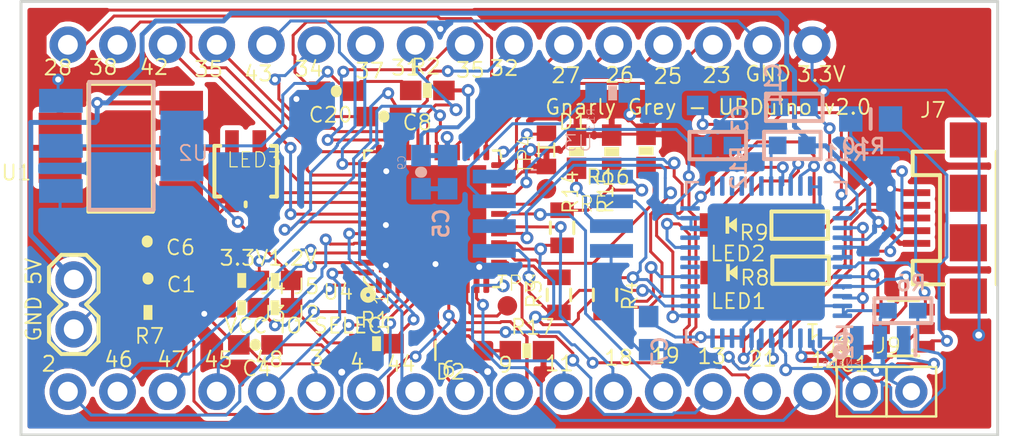
<source format=kicad_pcb>
(kicad_pcb (version 20171130) (host pcbnew 5.0.2+dfsg1-1)
  (layers (0 Top signal) (31 Bottom signal) (34 B.Paste user hide) (35 F.Paste user hide) (36 B.SilkS user) (37 F.SilkS user) (38 B.Mask user) (39 F.Mask user) (44 Edge.Cuts user))
  (net 0 "")
  (net 1 +1.2V)
  (net 2 GND)
  (net 3 +3.3V)
  (net 4 IOT_37A)
  (net 5 IOT_36B)
  (net 6 IOT_39A)
  (net 7 IOT_38B)
  (net 8 IOT_43A)
  (net 9 IOT_42B)
  (net 10 IOT_45A_G1)
  (net 11 IOT_44B)
  (net 12 IOT_49A)
  (net 13 IOT_48B)
  (net 14 IOT_51A)
  (net 15 IOT_50B)
  (net 16 IOT_41A)
  (net 17 IOB_6A)
  (net 18 IOB_0A)
  (net 19 IOB_3B_G6)
  (net 20 IOB_2A)
  (net 21 IOB_5B)
  (net 22 IOB_4A)
  (net 23 IOB_9B)
  (net 24 IOB_8A)
  (net 25 IOB_13B)
  (net 26 IOB_16A)
  (net 27 IOB_20A)
  (net 28 IOB_31B)
  (net 29 IOB_29B)
  (net 30 IOB_24A)
  (net 31 IOB_23B)
  (net 32 IOB_22A)
  (net 33 CRESET_B)
  (net 34 ICE_MISO)
  (net 35 ICE_MOSI)
  (net 36 ICE_SCK)
  (net 37 ICE_SS)
  (net 38 FLASH_MISO)
  (net 39 FLASH_MOSI)
  (net 40 IOT_46B_G0)
  (net 41 +5V)
  (net 42 OSC_OUT)
  (net 43 1.8V)
  (net 44 +3V3)
  (net 45 "Net-(D1-PadC)")
  (net 46 /gtjennings_pcb_121217_1200_release_1/IOB_25B_G3)
  (net 47 /gtjennings_pcb_121217_1200_release_1/LED_BLUE)
  (net 48 /gtjennings_pcb_121217_1200_release_1/LED_GREEN)
  (net 49 /gtjennings_pcb_121217_1200_release_1/LED_RED)
  (net 50 /gtjennings_pcb_121217_1200_release_1/IOB_18A)
  (net 51 "Net-(R17-Pad1)")
  (net 52 /gtjennings_pcb_121217_1200_release_1/VCC)
  (net 53 /gtjennings_pcb_121217_1200_release_1/VCCIO2)
  (net 54 "Net-(C5-Pad1)")
  (net 55 /gtjennings_pcb_121217_1200_release_1/VCCIO3)
  (net 56 "Net-(D2-PadA)")
  (net 57 "Net-(D2-PadC)")
  (net 58 "Net-(R14-Pad1)")
  (net 59 "Net-(R15-Pad1)")
  (net 60 "Net-(R13-Pad1)")
  (net 61 "Net-(IC1-Pad5)")
  (net 62 "Net-(IC1-Pad4)")
  (net 63 "Net-(IC1-Pad3)")
  (net 64 "Net-(C3-Pad1)")
  (net 65 /gtjennings_pcb_121217_1200_release_3/C9)
  (net 66 /gtjennings_pcb_121217_1200_release_3/C8)
  (net 67 /gtjennings_pcb_121217_1200_release_3/C7)
  (net 68 /gtjennings_pcb_121217_1200_release_3/C6)
  (net 69 /gtjennings_pcb_121217_1200_release_3/C5)
  (net 70 /gtjennings_pcb_121217_1200_release_3/C4)
  (net 71 /gtjennings_pcb_121217_1200_release_3/C3)
  (net 72 /gtjennings_pcb_121217_1200_release_3/C2)
  (net 73 /gtjennings_pcb_121217_1200_release_3/C1)
  (net 74 /gtjennings_pcb_121217_1200_release_3/C0)
  (net 75 /gtjennings_pcb_121217_1200_release_3/D6)
  (net 76 /gtjennings_pcb_121217_1200_release_3/D5)
  (net 77 /gtjennings_pcb_121217_1200_release_3/D3)
  (net 78 /gtjennings_pcb_121217_1200_release_3/D+)
  (net 79 /gtjennings_pcb_121217_1200_release_3/D-)
  (net 80 "Net-(IC2-Pad5)")
  (net 81 "Net-(IC2-Pad1)")
  (net 82 "Net-(IC1-Pad1)")
  (net 83 "Net-(LED1-PadA)")
  (net 84 "Net-(LED2-PadA)")
  (net 85 "Net-(J7-PadMT1)")
  (net 86 "Net-(J7-PadID)")
  (module gtjennings_pcb_121217_1200_release:ICE40UP5K_3K-SG48 (layer Top) (at 144.5711 105.0336 90)
    (fp_text reference U4 (at -3.3 -4) (layer F.SilkS) (effects (font (size 0.77216 0.77216) (thickness 0.092659)) (justify right top)))
    (fp_text value ICE40UP5K_3K-SG48)
    (fp_text user 1 (at -4.5 -2.2 90) (layer F.SilkS) (effects (font (size 0.77216 0.77216) (thickness 0.065024)) (justify left bottom)))
    (pad 49 smd rect (at 0 0 90) (size 5.5 5.5) (layers Top F.Paste F.Mask) (net 2 GND))
    (pad 24 smd roundrect (at 2.75 3.4 180) (size 0.8 0.3) (layers Top F.Paste F.Mask) (net 45 "Net-(D1-PadC)"))
    (pad 23 smd rect (at 2.25 3.4 180) (size 0.8 0.3) (layers Top F.Paste F.Mask) (net 4 IOT_37A))
    (pad 22 smd rect (at 1.75 3.4 180) (size 0.8 0.3) (layers Top F.Paste F.Mask) (net 3 +3.3V))
    (pad 21 smd rect (at 1.25 3.4 180) (size 0.8 0.3) (layers Top F.Paste F.Mask) (net 31 IOB_23B))
    (pad 20 smd rect (at 0.75 3.4 180) (size 0.8 0.3) (layers Top F.Paste F.Mask) (net 46 /gtjennings_pcb_121217_1200_release_1/IOB_25B_G3))
    (pad 19 smd rect (at 0.25 3.4 180) (size 0.8 0.3) (layers Top F.Paste F.Mask) (net 29 IOB_29B))
    (pad 18 smd rect (at -0.25 3.4 180) (size 0.8 0.3) (layers Top F.Paste F.Mask) (net 28 IOB_31B))
    (pad 17 smd rect (at -0.75 3.4 180) (size 0.8 0.3) (layers Top F.Paste F.Mask) (net 35 ICE_MOSI))
    (pad 16 smd rect (at -1.25 3.4 180) (size 0.8 0.3) (layers Top F.Paste F.Mask) (net 37 ICE_SS))
    (pad 15 smd rect (at -1.75 3.4 180) (size 0.8 0.3) (layers Top F.Paste F.Mask) (net 36 ICE_SCK))
    (pad 14 smd rect (at -2.25 3.4 180) (size 0.8 0.3) (layers Top F.Paste F.Mask) (net 34 ICE_MISO))
    (pad 13 smd roundrect (at -2.75 3.4 180) (size 0.8 0.3) (layers Top F.Paste F.Mask) (net 30 IOB_24A))
    (pad 37 smd roundrect (at 2.75 -3.4 180) (size 0.8 0.3) (layers Top F.Paste F.Mask) (net 10 IOT_45A_G1))
    (pad 38 smd rect (at 2.25 -3.4 180) (size 0.8 0.3) (layers Top F.Paste F.Mask) (net 15 IOT_50B))
    (pad 39 smd rect (at 1.75 -3.4 180) (size 0.8 0.3) (layers Top F.Paste F.Mask) (net 47 /gtjennings_pcb_121217_1200_release_1/LED_BLUE))
    (pad 40 smd rect (at 1.25 -3.4 180) (size 0.8 0.3) (layers Top F.Paste F.Mask) (net 48 /gtjennings_pcb_121217_1200_release_1/LED_GREEN))
    (pad 41 smd rect (at 0.75 -3.4 180) (size 0.8 0.3) (layers Top F.Paste F.Mask) (net 49 /gtjennings_pcb_121217_1200_release_1/LED_RED))
    (pad 42 smd rect (at 0.25 -3.4 180) (size 0.8 0.3) (layers Top F.Paste F.Mask) (net 14 IOT_51A))
    (pad 43 smd rect (at -0.25 -3.4 180) (size 0.8 0.3) (layers Top F.Paste F.Mask) (net 12 IOT_49A))
    (pad 44 smd rect (at -0.75 -3.4 180) (size 0.8 0.3) (layers Top F.Paste F.Mask) (net 19 IOB_3B_G6))
    (pad 45 smd rect (at -1.25 -3.4 180) (size 0.8 0.3) (layers Top F.Paste F.Mask) (net 21 IOB_5B))
    (pad 46 smd rect (at -1.75 -3.4 180) (size 0.8 0.3) (layers Top F.Paste F.Mask) (net 18 IOB_0A))
    (pad 47 smd rect (at -2.25 -3.4 180) (size 0.8 0.3) (layers Top F.Paste F.Mask) (net 20 IOB_2A))
    (pad 48 smd roundrect (at -2.75 -3.4 180) (size 0.8 0.3) (layers Top F.Paste F.Mask) (net 22 IOB_4A))
    (pad 12 smd roundrect (at -3.4 2.75 90) (size 0.8 0.3) (layers Top F.Paste F.Mask) (net 32 IOB_22A))
    (pad 11 smd rect (at -3.4 2.25 90) (size 0.8 0.3) (layers Top F.Paste F.Mask) (net 27 IOB_20A))
    (pad 10 smd rect (at -3.4 1.75 90) (size 0.8 0.3) (layers Top F.Paste F.Mask) (net 50 /gtjennings_pcb_121217_1200_release_1/IOB_18A))
    (pad 9 smd rect (at -3.4 1.25 90) (size 0.8 0.3) (layers Top F.Paste F.Mask) (net 26 IOB_16A))
    (pad 8 smd rect (at -3.4 0.75 90) (size 0.8 0.3) (layers Top F.Paste F.Mask) (net 33 CRESET_B))
    (pad 7 smd rect (at -3.4 0.25 90) (size 0.8 0.3) (layers Top F.Paste F.Mask) (net 51 "Net-(R17-Pad1)"))
    (pad 6 smd rect (at -3.4 -0.25 90) (size 0.8 0.3) (layers Top F.Paste F.Mask) (net 25 IOB_13B))
    (pad 5 smd rect (at -3.4 -0.75 90) (size 0.8 0.3) (layers Top F.Paste F.Mask) (net 52 /gtjennings_pcb_121217_1200_release_1/VCC))
    (pad 4 smd rect (at -3.4 -1.25 90) (size 0.8 0.3) (layers Top F.Paste F.Mask) (net 24 IOB_8A))
    (pad 3 smd rect (at -3.4 -1.75 90) (size 0.8 0.3) (layers Top F.Paste F.Mask) (net 23 IOB_9B))
    (pad 2 smd rect (at -3.4 -2.25 90) (size 0.8 0.3) (layers Top F.Paste F.Mask) (net 17 IOB_6A))
    (pad 1 smd roundrect (at -3.4 -2.75 90) (size 0.8 0.3) (layers Top F.Paste F.Mask) (net 53 /gtjennings_pcb_121217_1200_release_1/VCCIO2))
    (pad 25 smd roundrect (at 3.4 2.75 90) (size 0.8 0.3) (layers Top F.Paste F.Mask) (net 5 IOT_36B))
    (pad 26 smd rect (at 3.4 2.25 90) (size 0.8 0.3) (layers Top F.Paste F.Mask) (net 6 IOT_39A))
    (pad 27 smd rect (at 3.4 1.75 90) (size 0.8 0.3) (layers Top F.Paste F.Mask) (net 7 IOT_38B))
    (pad 28 smd rect (at 3.4 1.25 90) (size 0.8 0.3) (layers Top F.Paste F.Mask) (net 16 IOT_41A))
    (pad 29 smd rect (at 3.4 0.75 90) (size 0.8 0.3) (layers Top F.Paste F.Mask) (net 54 "Net-(C5-Pad1)"))
    (pad 30 smd rect (at 3.4 0.25 90) (size 0.8 0.3) (layers Top F.Paste F.Mask) (net 52 /gtjennings_pcb_121217_1200_release_1/VCC))
    (pad 31 smd rect (at 3.4 -0.25 90) (size 0.8 0.3) (layers Top F.Paste F.Mask) (net 9 IOT_42B))
    (pad 32 smd rect (at 3.4 -0.75 90) (size 0.8 0.3) (layers Top F.Paste F.Mask) (net 8 IOT_43A))
    (pad 33 smd rect (at 3.4 -1.25 90) (size 0.8 0.3) (layers Top F.Paste F.Mask) (net 55 /gtjennings_pcb_121217_1200_release_1/VCCIO3))
    (pad 34 smd rect (at 3.4 -1.75 90) (size 0.8 0.3) (layers Top F.Paste F.Mask) (net 11 IOT_44B))
    (pad 35 smd rect (at 3.4 -2.25 90) (size 0.8 0.3) (layers Top F.Paste F.Mask) (net 40 IOT_46B_G0))
    (pad 36 smd roundrect (at 3.4 -2.75 90) (size 0.8 0.3) (layers Top F.Paste F.Mask) (net 13 IOT_48B))
  )
  (module gtjennings_pcb_121217_1200_release:0603-RES (layer Top) (at 141.7011 111.4336)
    (fp_text reference R1 (at -0.889 -0.762) (layer F.SilkS) (effects (font (size 0.77216 0.77216) (thickness 0.092659)) (justify left bottom)))
    (fp_text value 1)
    (pad 2 smd rect (at 0.85 0) (size 1.1 1) (layers Top F.Paste F.Mask) (net 52 /gtjennings_pcb_121217_1200_release_1/VCC))
    (pad 1 smd rect (at -0.85 0) (size 1.1 1) (layers Top F.Paste F.Mask) (net 1 +1.2V))
  )
  (module gtjennings_pcb_121217_1200_release:0603-RES (layer Top) (at 144.3011 98.4536)
    (fp_text reference R2 (at -0.889 -0.762) (layer F.SilkS) (effects (font (size 0.77216 0.77216) (thickness 0.092659)) (justify left bottom)))
    (fp_text value 100)
    (pad 2 smd rect (at 0.85 0) (size 1.1 1) (layers Top F.Paste F.Mask) (net 54 "Net-(C5-Pad1)"))
    (pad 1 smd rect (at -0.85 0) (size 1.1 1) (layers Top F.Paste F.Mask) (net 1 +1.2V))
  )
  (module gtjennings_pcb_121217_1200_release:SOD523 (layer Top) (at 150.4011 101.2536 270)
    (fp_text reference D1 (at -0.7366 -0.5588) (layer F.SilkS) (effects (font (size 0.77216 0.77216) (thickness 0.092659)) (justify left bottom)))
    (fp_text value CDBU0130R)
    (pad C smd rect (at -0.6 0 270) (size 0.8 1) (layers Top F.Paste F.Mask) (net 45 "Net-(D1-PadC)"))
    (pad A smd rect (at 1.1 0 270) (size 0.8 1) (layers Top F.Paste F.Mask) (net 3 +3.3V))
  )
  (module gtjennings_pcb_121217_1200_release:0603-CAP (layer Top) (at 129.9611 106.1936 180)
    (fp_text reference C6 (at -0.889 -0.762) (layer F.SilkS) (effects (font (size 0.77216 0.77216) (thickness 0.092659)) (justify left bottom)))
    (fp_text value 0.1uF)
    (pad 2 smd rect (at 0.85 0 180) (size 1.1 1) (layers Top F.Paste F.Mask) (net 2 GND))
    (pad 1 smd rect (at -0.85 0 180) (size 1.1 1) (layers Top F.Paste F.Mask) (net 3 +3.3V))
  )
  (module gtjennings_pcb_121217_1200_release:0603-CAP (layer Top) (at 142.0811 99.7936 180)
    (fp_text reference C8 (at -0.889 -0.762) (layer F.SilkS) (effects (font (size 0.77216 0.77216) (thickness 0.092659)) (justify left bottom)))
    (fp_text value 0.1uF)
    (pad 2 smd rect (at 0.85 0 180) (size 1.1 1) (layers Top F.Paste F.Mask) (net 2 GND))
    (pad 1 smd rect (at -0.85 0 180) (size 1.1 1) (layers Top F.Paste F.Mask) (net 55 /gtjennings_pcb_121217_1200_release_1/VCCIO3))
  )
  (module gtjennings_pcb_121217_1200_release:0603-RES (layer Top) (at 130.0011 109.8336 180)
    (fp_text reference R7 (at -0.889 -0.762) (layer F.SilkS) (effects (font (size 0.77216 0.77216) (thickness 0.092659)) (justify right top)))
    (fp_text value 10k)
    (pad 2 smd rect (at 0.85 0 180) (size 1.1 1) (layers Top F.Paste F.Mask) (net 3 +3.3V))
    (pad 1 smd rect (at -0.85 0 180) (size 1.1 1) (layers Top F.Paste F.Mask) (net 33 CRESET_B))
  )
  (module gtjennings_pcb_121217_1200_release:SO8 (layer Bottom) (at 150.9311 104.7736 270)
    (fp_text reference U3 (at -3.175 -1.905 180) (layer B.SilkS) (effects (font (size 0.77216 0.77216) (thickness 0.061772)) (justify left bottom mirror)))
    (fp_text value N25Q032A13ESC40F-ND)
    (pad 5 smd rect (at 1.905 3.2 270) (size 0.7 2.2) (layers Bottom B.Paste B.Mask) (net 39 FLASH_MOSI))
    (pad 6 smd rect (at 0.635 3.2 270) (size 0.7 2.2) (layers Bottom B.Paste B.Mask) (net 36 ICE_SCK))
    (pad 8 smd rect (at -1.905 3.2 270) (size 0.7 2.2) (layers Bottom B.Paste B.Mask) (net 3 +3.3V))
    (pad 4 smd rect (at 1.905 -2.8 270) (size 0.7 2.2) (layers Bottom B.Paste B.Mask) (net 2 GND))
    (pad 3 smd rect (at 0.635 -2.8 270) (size 0.7 2.2) (layers Bottom B.Paste B.Mask) (net 58 "Net-(R14-Pad1)"))
    (pad 1 smd rect (at -1.905 -2.8 270) (size 0.7 2.2) (layers Bottom B.Paste B.Mask) (net 59 "Net-(R15-Pad1)"))
    (pad 7 smd rect (at -0.635 3.2 270) (size 0.7 2.2) (layers Bottom B.Paste B.Mask) (net 60 "Net-(R13-Pad1)"))
    (pad 2 smd rect (at -0.635 -2.8 270) (size 0.7 2.2) (layers Bottom B.Paste B.Mask) (net 38 FLASH_MISO))
  )
  (module gtjennings_pcb_121217_1200_release:0603-RES (layer Bottom) (at 153.7911 98.5836)
    (fp_text reference R13 (at -0.889 0.762 -90) (layer B.SilkS) (effects (font (size 0.38608 0.38608) (thickness 0.030886)) (justify left bottom mirror)))
    (fp_text value 10K)
    (pad 2 smd rect (at 0.85 0) (size 1.1 1) (layers Bottom B.Paste B.Mask) (net 3 +3.3V))
    (pad 1 smd rect (at -0.85 0) (size 1.1 1) (layers Bottom B.Paste B.Mask) (net 60 "Net-(R13-Pad1)"))
  )
  (module gtjennings_pcb_121217_1200_release:0603-RES (layer Top) (at 151.9411 101.5936 90)
    (fp_text reference R14 (at -0.889 -0.762 90) (layer F.SilkS) (effects (font (size 0.77216 0.77216) (thickness 0.092659)) (justify right top)))
    (fp_text value 10K)
    (pad 2 smd rect (at 0.85 0 90) (size 1.1 1) (layers Top F.Paste F.Mask) (net 3 +3.3V))
    (pad 1 smd rect (at -0.85 0 90) (size 1.1 1) (layers Top F.Paste F.Mask) (net 58 "Net-(R14-Pad1)"))
  )
  (module gtjennings_pcb_121217_1200_release:0603-RES (layer Top) (at 153.7411 101.5936 90)
    (fp_text reference R15 (at -0.889 -0.762 90) (layer F.SilkS) (effects (font (size 0.77216 0.77216) (thickness 0.092659)) (justify right top)))
    (fp_text value 10K)
    (pad 2 smd rect (at 0.85 0 90) (size 1.1 1) (layers Top F.Paste F.Mask) (net 3 +3.3V))
    (pad 1 smd rect (at -0.85 0 90) (size 1.1 1) (layers Top F.Paste F.Mask) (net 59 "Net-(R15-Pad1)"))
  )
  (module gtjennings_pcb_121217_1200_release:0603-RES (layer Top) (at 155.5011 101.5536 90)
    (fp_text reference R16 (at -0.889 -0.762) (layer F.SilkS) (effects (font (size 0.77216 0.77216) (thickness 0.092659)) (justify right top)))
    (fp_text value 10K)
    (pad 2 smd rect (at 0.85 0 90) (size 1.1 1) (layers Top F.Paste F.Mask) (net 3 +3.3V))
    (pad 1 smd rect (at -0.85 0 90) (size 1.1 1) (layers Top F.Paste F.Mask) (net 36 ICE_SCK))
  )
  (module gtjennings_pcb_121217_1200_release:SOT223 (layer Bottom) (at 128.6411 101.2936 90)
    (fp_text reference U2 (at -0.8255 4.5085 180) (layer B.SilkS) (effects (font (size 0.77216 0.77216) (thickness 0.092659)) (justify left bottom mirror)))
    (fp_text value ASM1117-1.2V)
    (pad 4 smd rect (at 0 3.099 90) (size 3.6 2.2) (layers Bottom B.Paste B.Mask) (net 1 +1.2V))
    (pad 3 smd rect (at 2.3114 -3.0988 90) (size 1.2192 2.2352) (layers Bottom B.Paste B.Mask) (net 3 +3.3V))
    (pad 2 smd rect (at 0 -3.0988 90) (size 1.2192 2.2352) (layers Bottom B.Paste B.Mask) (net 1 +1.2V))
    (pad 1 smd rect (at -2.3114 -3.0988 90) (size 1.2192 2.2352) (layers Bottom B.Paste B.Mask) (net 2 GND))
  )
  (module gtjennings_pcb_121217_1200_release:0603-CAP (layer Top) (at 139.6411 98.4936 180)
    (fp_text reference C20 (at -0.889 -0.762) (layer F.SilkS) (effects (font (size 0.77216 0.77216) (thickness 0.092659)) (justify right top)))
    (fp_text value 0.1uF)
    (pad 2 smd rect (at 0.85 0 180) (size 1.1 1) (layers Top F.Paste F.Mask) (net 2 GND))
    (pad 1 smd rect (at -0.85 0 180) (size 1.1 1) (layers Top F.Paste F.Mask) (net 1 +1.2V))
  )
  (module gtjennings_pcb_121217_1200_release:1X16_NO_SILK (layer Top) (at 164.0011 96.1136 180)
    (fp_text reference JP5 hide)
    (fp_text value M161X16_NO_SILK)
    (pad 16 thru_hole circle (at 38.1 0 270) (size 1.8796 1.8796) (drill 1.016) (layers *.Cu *.Mask) (net 16 IOT_41A))
    (pad 15 thru_hole circle (at 35.56 0 270) (size 1.8796 1.8796) (drill 1.016) (layers *.Cu *.Mask) (net 15 IOT_50B))
    (pad 14 thru_hole circle (at 33.02 0 270) (size 1.8796 1.8796) (drill 1.016) (layers *.Cu *.Mask) (net 14 IOT_51A))
    (pad 13 thru_hole circle (at 30.48 0 270) (size 1.8796 1.8796) (drill 1.016) (layers *.Cu *.Mask) (net 13 IOT_48B))
    (pad 12 thru_hole circle (at 27.94 0 270) (size 1.8796 1.8796) (drill 1.016) (layers *.Cu *.Mask) (net 12 IOT_49A))
    (pad 11 thru_hole circle (at 25.4 0 270) (size 1.8796 1.8796) (drill 1.016) (layers *.Cu *.Mask) (net 11 IOT_44B))
    (pad 10 thru_hole circle (at 22.86 0 270) (size 1.8796 1.8796) (drill 1.016) (layers *.Cu *.Mask) (net 10 IOT_45A_G1))
    (pad 9 thru_hole circle (at 20.32 0 270) (size 1.8796 1.8796) (drill 1.016) (layers *.Cu *.Mask) (net 9 IOT_42B))
    (pad 8 thru_hole circle (at 17.78 0 270) (size 1.8796 1.8796) (drill 1.016) (layers *.Cu *.Mask) (net 40 IOT_46B_G0))
    (pad 7 thru_hole circle (at 15.24 0 270) (size 1.8796 1.8796) (drill 1.016) (layers *.Cu *.Mask) (net 8 IOT_43A))
    (pad 6 thru_hole circle (at 12.7 0 270) (size 1.8796 1.8796) (drill 1.016) (layers *.Cu *.Mask) (net 7 IOT_38B))
    (pad 5 thru_hole circle (at 10.16 0 270) (size 1.8796 1.8796) (drill 1.016) (layers *.Cu *.Mask) (net 6 IOT_39A))
    (pad 4 thru_hole circle (at 7.62 0 270) (size 1.8796 1.8796) (drill 1.016) (layers *.Cu *.Mask) (net 5 IOT_36B))
    (pad 3 thru_hole circle (at 5.08 0 270) (size 1.8796 1.8796) (drill 1.016) (layers *.Cu *.Mask) (net 4 IOT_37A))
    (pad 2 thru_hole circle (at 2.54 0 270) (size 1.8796 1.8796) (drill 1.016) (layers *.Cu *.Mask) (net 2 GND))
    (pad 1 thru_hole circle (at 0 0 270) (size 1.8796 1.8796) (drill 1.016) (layers *.Cu *.Mask) (net 3 +3.3V))
  )
  (module gtjennings_pcb_121217_1200_release:1X16_NO_SILK (layer Top) (at 164.0011 113.8936 180)
    (fp_text reference JP6 hide)
    (fp_text value M161X16_NO_SILK)
    (pad 16 thru_hole circle (at 38.1 0 270) (size 1.8796 1.8796) (drill 1.016) (layers *.Cu *.Mask) (net 17 IOB_6A))
    (pad 15 thru_hole circle (at 35.56 0 270) (size 1.8796 1.8796) (drill 1.016) (layers *.Cu *.Mask) (net 18 IOB_0A))
    (pad 14 thru_hole circle (at 33.02 0 270) (size 1.8796 1.8796) (drill 1.016) (layers *.Cu *.Mask) (net 20 IOB_2A))
    (pad 13 thru_hole circle (at 30.48 0 270) (size 1.8796 1.8796) (drill 1.016) (layers *.Cu *.Mask) (net 21 IOB_5B))
    (pad 12 thru_hole circle (at 27.94 0 270) (size 1.8796 1.8796) (drill 1.016) (layers *.Cu *.Mask) (net 22 IOB_4A))
    (pad 11 thru_hole circle (at 25.4 0 270) (size 1.8796 1.8796) (drill 1.016) (layers *.Cu *.Mask) (net 23 IOB_9B))
    (pad 10 thru_hole circle (at 22.86 0 270) (size 1.8796 1.8796) (drill 1.016) (layers *.Cu *.Mask) (net 24 IOB_8A))
    (pad 9 thru_hole circle (at 20.32 0 270) (size 1.8796 1.8796) (drill 1.016) (layers *.Cu *.Mask) (net 19 IOB_3B_G6))
    (pad 8 thru_hole circle (at 17.78 0 270) (size 1.8796 1.8796) (drill 1.016) (layers *.Cu *.Mask) (net 25 IOB_13B))
    (pad 7 thru_hole circle (at 15.24 0 270) (size 1.8796 1.8796) (drill 1.016) (layers *.Cu *.Mask) (net 26 IOB_16A))
    (pad 6 thru_hole circle (at 12.7 0 270) (size 1.8796 1.8796) (drill 1.016) (layers *.Cu *.Mask) (net 27 IOB_20A))
    (pad 5 thru_hole circle (at 10.16 0 270) (size 1.8796 1.8796) (drill 1.016) (layers *.Cu *.Mask) (net 28 IOB_31B))
    (pad 4 thru_hole circle (at 7.62 0 270) (size 1.8796 1.8796) (drill 1.016) (layers *.Cu *.Mask) (net 29 IOB_29B))
    (pad 3 thru_hole circle (at 5.08 0 270) (size 1.8796 1.8796) (drill 1.016) (layers *.Cu *.Mask) (net 30 IOB_24A))
    (pad 2 thru_hole circle (at 2.54 0 270) (size 1.8796 1.8796) (drill 1.016) (layers *.Cu *.Mask) (net 31 IOB_23B))
    (pad 1 thru_hole circle (at 0 0 270) (size 1.8796 1.8796) (drill 1.016) (layers *.Cu *.Mask) (net 32 IOB_22A))
  )
  (module gtjennings_pcb_121217_1200_release:0805 (layer Top) (at 151.0411 108.9336 90)
    (fp_text reference R3 (at -0.762 -0.8255 90) (layer F.SilkS) (effects (font (size 0.77216 0.77216) (thickness 0.092659)) (justify left bottom)))
    (fp_text value RESISTOR0805-RES)
    (pad 2 smd rect (at 0.9 0 90) (size 0.8 1.2) (layers Top F.Paste F.Mask) (net 34 ICE_MISO))
    (pad 1 smd rect (at -0.9 0 90) (size 0.8 1.2) (layers Top F.Paste F.Mask) (net 39 FLASH_MOSI))
  )
  (module gtjennings_pcb_121217_1200_release:0805 (layer Top) (at 153.4011 108.9336 270)
    (fp_text reference R4 (at -0.762 -0.8255 90) (layer F.SilkS) (effects (font (size 0.77216 0.77216) (thickness 0.092659)) (justify right top)))
    (fp_text value RESISTOR0805-RES)
    (pad 2 smd rect (at 0.9 0 270) (size 0.8 1.2) (layers Top F.Paste F.Mask) (net 35 ICE_MOSI))
    (pad 1 smd rect (at -0.9 0 270) (size 0.8 1.2) (layers Top F.Paste F.Mask) (net 38 FLASH_MISO))
  )
  (module gtjennings_pcb_121217_1200_release:0603-RES (layer Top) (at 134.8011 109.5936 180)
    (fp_text reference J3 (at -0.889 -0.762) (layer F.SilkS) (effects (font (size 0.77216 0.77216) (thickness 0.092659)) (justify left bottom)))
    (fp_text value 0)
    (pad 2 smd rect (at 0.85 0 180) (size 1.1 1) (layers Top F.Paste F.Mask) (net 3 +3.3V))
    (pad 1 smd rect (at -0.85 0 180) (size 1.1 1) (layers Top F.Paste F.Mask) (net 53 /gtjennings_pcb_121217_1200_release_1/VCCIO2))
  )
  (module gtjennings_pcb_121217_1200_release:LED-TRICOLOR-SMD (layer Top) (at 135.0011 102.5936)
    (fp_text reference LED3 (at -1.016 -0.127) (layer F.SilkS) (effects (font (size 0.77216 0.77216) (thickness 0.061772)) (justify left bottom)))
    (fp_text value LED-TRICOLOR)
    (pad R smd rect (at 0.7 1.5) (size 0.7 1.2) (layers Top F.Paste F.Mask) (net 49 /gtjennings_pcb_121217_1200_release_1/LED_RED))
    (pad G smd rect (at -0.7 -1.5) (size 0.7 1.2) (layers Top F.Paste F.Mask) (net 48 /gtjennings_pcb_121217_1200_release_1/LED_GREEN))
    (pad B smd rect (at 0.7 -1.5) (size 0.7 1.2) (layers Top F.Paste F.Mask) (net 47 /gtjennings_pcb_121217_1200_release_1/LED_BLUE))
    (pad A smd rect (at -0.7 1.5 180) (size 0.7 1.2) (layers Top F.Paste F.Mask) (net 3 +3.3V))
  )
  (module gtjennings_pcb_121217_1200_release:0603-RES (layer Top) (at 136.5011 109.5936 180)
    (fp_text reference J2 (at -0.889 -0.762) (layer F.SilkS) (effects (font (size 0.77216 0.77216) (thickness 0.092659)) (justify left bottom)))
    (fp_text value 0)
    (pad 2 smd rect (at 0.85 0 180) (size 1.1 1) (layers Top F.Paste F.Mask) (net 53 /gtjennings_pcb_121217_1200_release_1/VCCIO2))
    (pad 1 smd rect (at -0.85 0 180) (size 1.1 1) (layers Top F.Paste F.Mask) (net 1 +1.2V))
  )
  (module gtjennings_pcb_121217_1200_release:0603-RES (layer Top) (at 134.8011 108.1936 180)
    (fp_text reference J4 (at -0.889 -0.762) (layer F.SilkS) (effects (font (size 0.77216 0.77216) (thickness 0.092659)) (justify left bottom)))
    (fp_text value 0)
    (pad 2 smd rect (at 0.85 0 180) (size 1.1 1) (layers Top F.Paste F.Mask) (net 3 +3.3V))
    (pad 1 smd rect (at -0.85 0 180) (size 1.1 1) (layers Top F.Paste F.Mask) (net 55 /gtjennings_pcb_121217_1200_release_1/VCCIO3))
  )
  (module gtjennings_pcb_121217_1200_release:0603-RES (layer Top) (at 136.5011 108.1936 180)
    (fp_text reference J5 (at -0.889 -0.762) (layer F.SilkS) (effects (font (size 0.77216 0.77216) (thickness 0.092659)) (justify left bottom)))
    (fp_text value 0)
    (pad 2 smd rect (at 0.85 0 180) (size 1.1 1) (layers Top F.Paste F.Mask) (net 55 /gtjennings_pcb_121217_1200_release_1/VCCIO3))
    (pad 1 smd rect (at -0.85 0 180) (size 1.1 1) (layers Top F.Paste F.Mask) (net 1 +1.2V))
  )
  (module gtjennings_pcb_121217_1200_release:SOT223 (layer Top) (at 128.6011 101.3936 90)
    (fp_text reference U1 (at -0.8255 -4.5085) (layer F.SilkS) (effects (font (size 0.77216 0.77216) (thickness 0.092659)) (justify right top)))
    (fp_text value ASM1117-3.3V)
    (pad 4 smd rect (at 0 -3.099 90) (size 3.6 2.2) (layers Top F.Paste F.Mask) (net 3 +3.3V))
    (pad 3 smd rect (at 2.3114 3.0988 90) (size 1.2192 2.2352) (layers Top F.Paste F.Mask) (net 41 +5V))
    (pad 2 smd rect (at 0 3.0988 90) (size 1.2192 2.2352) (layers Top F.Paste F.Mask) (net 3 +3.3V))
    (pad 1 smd rect (at -2.3114 3.0988 90) (size 1.2192 2.2352) (layers Top F.Paste F.Mask) (net 2 GND))
  )
  (module gtjennings_pcb_121217_1200_release:0603-CAP (layer Top) (at 130.0011 108.0936 180)
    (fp_text reference C1 (at -0.889 -0.762) (layer F.SilkS) (effects (font (size 0.77216 0.77216) (thickness 0.092659)) (justify left bottom)))
    (fp_text value 0.1uF)
    (pad 2 smd rect (at 0.85 0 180) (size 1.1 1) (layers Top F.Paste F.Mask) (net 2 GND))
    (pad 1 smd rect (at -0.85 0 180) (size 1.1 1) (layers Top F.Paste F.Mask) (net 3 +3.3V))
  )
  (module gtjennings_pcb_121217_1200_release:1X02 (layer Top) (at 126.2011 110.6936 90)
    (fp_text reference J6 hide)
    (fp_text value M02PTH)
    (pad 2 thru_hole circle (at 2.54 0 180) (size 1.8796 1.8796) (drill 1.016) (layers *.Cu *.Mask) (net 41 +5V))
    (pad 1 thru_hole circle (at 0 0 180) (size 1.8796 1.8796) (drill 1.016) (layers *.Cu *.Mask) (net 2 GND))
  )
  (module gtjennings_pcb_121217_1200_release:TP (layer Top) (at 150.4011 103.4936)
    (fp_text reference TP4 (at -0.6 -0.7 90) (layer F.SilkS) (effects (font (size 0.77216 0.77216) (thickness 0.061772)) (justify left bottom)))
    (fp_text value TP hide)
    (pad 1 smd roundrect (at 0 0) (size 1 1) (layers Top F.Paste F.Mask) (roundrect_rratio 0.5) (net 46 /gtjennings_pcb_121217_1200_release_1/IOB_25B_G3))
  )
  (module gtjennings_pcb_121217_1200_release:TP (layer Top) (at 148.4011 109.4936)
    (fp_text reference TP3 (at -0.6 -0.7) (layer F.SilkS) (effects (font (size 0.77216 0.77216) (thickness 0.061772)) (justify left bottom)))
    (fp_text value TP hide)
    (pad 1 smd roundrect (at 0 0) (size 1 1) (layers Top F.Paste F.Mask) (roundrect_rratio 0.5) (net 50 /gtjennings_pcb_121217_1200_release_1/IOB_18A))
  )
  (module gtjennings_pcb_121217_1200_release:QFN48_8MM (layer Bottom) (at 161.6531 107.2516 90)
    (fp_text reference IC2 (at -3.04 4.498 90) (layer B.SilkS) (effects (font (size 0.77216 0.77216) (thickness 0.138988)) (justify left bottom mirror)))
    (fp_text value FT232HQ)
    (pad 48 smd roundrect (at -2.75 3.9 90) (size 0.23 1) (layers Bottom B.Paste B.Mask) (net 2 GND))
    (pad 47 smd roundrect (at -2.25 3.9 90) (size 0.23 1) (layers Bottom B.Paste B.Mask) (net 2 GND))
    (pad 46 smd roundrect (at -1.75 3.9 90) (size 0.23 1) (layers Bottom B.Paste B.Mask) (net 44 +3V3))
    (pad 45 smd roundrect (at -1.25 3.9 90) (size 0.23 1) (layers Bottom B.Paste B.Mask) (net 61 "Net-(IC1-Pad5)"))
    (pad 44 smd roundrect (at -0.75 3.9 90) (size 0.23 1) (layers Bottom B.Paste B.Mask) (net 62 "Net-(IC1-Pad4)"))
    (pad 43 smd roundrect (at -0.25 3.9 90) (size 0.23 1) (layers Bottom B.Paste B.Mask) (net 63 "Net-(IC1-Pad3)"))
    (pad 42 smd roundrect (at 0.25 3.9 90) (size 0.23 1) (layers Bottom B.Paste B.Mask) (net 2 GND))
    (pad 41 smd roundrect (at 0.75 3.9 90) (size 0.23 1) (layers Bottom B.Paste B.Mask) (net 2 GND))
    (pad 40 smd roundrect (at 1.25 3.9 90) (size 0.23 1) (layers Bottom B.Paste B.Mask) (net 41 +5V))
    (pad 39 smd roundrect (at 1.75 3.9 90) (size 0.23 1) (layers Bottom B.Paste B.Mask) (net 44 +3V3))
    (pad 38 smd roundrect (at 2.25 3.9 90) (size 0.23 1) (layers Bottom B.Paste B.Mask) (net 43 1.8V))
    (pad 37 smd roundrect (at 2.75 3.9 90) (size 0.23 1) (layers Bottom B.Paste B.Mask) (net 64 "Net-(C3-Pad1)"))
    (pad 36 smd roundrect (at 3.9 2.75 180) (size 0.23 1) (layers Bottom B.Paste B.Mask) (net 2 GND))
    (pad 35 smd roundrect (at 3.9 2.25 180) (size 0.23 1) (layers Bottom B.Paste B.Mask) (net 2 GND))
    (pad 34 smd roundrect (at 3.9 1.75 180) (size 0.23 1) (layers Bottom B.Paste B.Mask) (net 44 +3V3))
    (pad 33 smd roundrect (at 3.9 1.25 180) (size 0.23 1) (layers Bottom B.Paste B.Mask) (net 65 /gtjennings_pcb_121217_1200_release_3/C9))
    (pad 32 smd roundrect (at 3.9 0.75 180) (size 0.23 1) (layers Bottom B.Paste B.Mask) (net 66 /gtjennings_pcb_121217_1200_release_3/C8))
    (pad 31 smd roundrect (at 3.9 0.25 180) (size 0.23 1) (layers Bottom B.Paste B.Mask) (net 67 /gtjennings_pcb_121217_1200_release_3/C7))
    (pad 30 smd roundrect (at 3.9 -0.25 180) (size 0.23 1) (layers Bottom B.Paste B.Mask) (net 68 /gtjennings_pcb_121217_1200_release_3/C6))
    (pad 29 smd roundrect (at 3.9 -0.75 180) (size 0.23 1) (layers Bottom B.Paste B.Mask) (net 69 /gtjennings_pcb_121217_1200_release_3/C5))
    (pad 28 smd roundrect (at 3.9 -1.25 180) (size 0.23 1) (layers Bottom B.Paste B.Mask) (net 70 /gtjennings_pcb_121217_1200_release_3/C4))
    (pad 27 smd roundrect (at 3.9 -1.75 180) (size 0.23 1) (layers Bottom B.Paste B.Mask) (net 71 /gtjennings_pcb_121217_1200_release_3/C3))
    (pad 26 smd roundrect (at 3.9 -2.25 180) (size 0.23 1) (layers Bottom B.Paste B.Mask) (net 72 /gtjennings_pcb_121217_1200_release_3/C2))
    (pad 25 smd roundrect (at 3.9 -2.75 180) (size 0.23 1) (layers Bottom B.Paste B.Mask) (net 73 /gtjennings_pcb_121217_1200_release_3/C1))
    (pad 24 smd roundrect (at 2.75 -3.9 270) (size 0.23 1) (layers Bottom B.Paste B.Mask) (net 44 +3V3))
    (pad 23 smd roundrect (at 2.25 -3.9 270) (size 0.23 1) (layers Bottom B.Paste B.Mask) (net 2 GND))
    (pad 22 smd roundrect (at 1.75 -3.9 270) (size 0.23 1) (layers Bottom B.Paste B.Mask) (net 2 GND))
    (pad 21 smd roundrect (at 1.25 -3.9 270) (size 0.23 1) (layers Bottom B.Paste B.Mask) (net 74 /gtjennings_pcb_121217_1200_release_3/C0))
    (pad 20 smd roundrect (at 0.75 -3.9 270) (size 0.23 1) (layers Bottom B.Paste B.Mask) (net 33 CRESET_B))
    (pad 19 smd roundrect (at 0.2 -3.9 270) (size 0.23 1) (layers Bottom B.Paste B.Mask) (net 75 /gtjennings_pcb_121217_1200_release_3/D6))
    (pad 18 smd roundrect (at -0.25 -3.9 270) (size 0.23 1) (layers Bottom B.Paste B.Mask) (net 76 /gtjennings_pcb_121217_1200_release_3/D5))
    (pad 17 smd roundrect (at -0.75 -3.9 270) (size 0.23 1) (layers Bottom B.Paste B.Mask) (net 37 ICE_SS))
    (pad 16 smd roundrect (at -1.25 -3.9 270) (size 0.23 1) (layers Bottom B.Paste B.Mask) (net 77 /gtjennings_pcb_121217_1200_release_3/D3))
    (pad 15 smd roundrect (at -1.75 -3.9 270) (size 0.23 1) (layers Bottom B.Paste B.Mask) (net 38 FLASH_MISO))
    (pad 14 smd roundrect (at -2.25 -3.9 270) (size 0.23 1) (layers Bottom B.Paste B.Mask) (net 39 FLASH_MOSI))
    (pad 13 smd roundrect (at -2.75 -3.9 270) (size 0.23 1) (layers Bottom B.Paste B.Mask) (net 36 ICE_SCK))
    (pad 12 smd roundrect (at -3.9 -2.75) (size 0.23 1) (layers Bottom B.Paste B.Mask) (net 44 +3V3))
    (pad 11 smd roundrect (at -3.9 -2.25) (size 0.23 1) (layers Bottom B.Paste B.Mask) (net 2 GND))
    (pad 10 smd roundrect (at -3.9 -1.75) (size 0.23 1) (layers Bottom B.Paste B.Mask) (net 2 GND))
    (pad 9 smd roundrect (at -3.9 -1.25) (size 0.23 1) (layers Bottom B.Paste B.Mask) (net 2 GND))
    (pad 8 smd roundrect (at -3.9 -0.75) (size 0.23 1) (layers Bottom B.Paste B.Mask) (net 44 +3V3))
    (pad 7 smd roundrect (at -3.9 -0.25) (size 0.23 1) (layers Bottom B.Paste B.Mask) (net 78 /gtjennings_pcb_121217_1200_release_3/D+))
    (pad 6 smd roundrect (at -3.9 0.25) (size 0.23 1) (layers Bottom B.Paste B.Mask) (net 79 /gtjennings_pcb_121217_1200_release_3/D-))
    (pad 5 smd roundrect (at -3.9 0.75) (size 0.23 1) (layers Bottom B.Paste B.Mask) (net 80 "Net-(IC2-Pad5)"))
    (pad 4 smd roundrect (at -3.9 1.25) (size 0.23 1) (layers Bottom B.Paste B.Mask) (net 2 GND))
    (pad 3 smd roundrect (at -3.9 1.75) (size 0.23 1) (layers Bottom B.Paste B.Mask) (net 44 +3V3))
    (pad 2 smd roundrect (at -3.9 2.25) (size 0.23 1) (layers Bottom B.Paste B.Mask) (net 42 OSC_OUT))
    (pad 1 smd roundrect (at -3.9 2.75) (size 0.23 1) (layers Bottom B.Paste B.Mask) (net 81 "Net-(IC2-Pad1)"))
    (pad THERMAL smd roundrect (at 0 0 90) (size 6 6) (layers Bottom B.Mask) (roundrect_rratio 0.05) (net 2 GND))
  )
  (module gtjennings_pcb_121217_1200_release:RESONATOR-SMD (layer Bottom) (at 167.4911 111.3796)
    (fp_text reference Q1 hide)
    (fp_text value "CSTCR 12MHz" hide)
    (fp_text user >Name (at -0.889 1.27) (layer B.SilkS) (effects (font (size 0.38608 0.38608) (thickness 0.032512)) (justify left bottom mirror)))
    (pad 3 smd rect (at 1.2 0) (size 0.7 1.7) (layers Bottom B.Paste B.Mask) (net 42 OSC_OUT))
    (pad 2 smd rect (at 0 0) (size 0.7 1.7) (layers Bottom B.Paste B.Mask) (net 2 GND))
    (pad 1 smd rect (at -1.2 0) (size 0.7 1.7) (layers Bottom B.Paste B.Mask) (net 81 "Net-(IC2-Pad1)"))
  )
  (module gtjennings_pcb_121217_1200_release:0603-NO (layer Bottom) (at 158.9901 99.2236)
    (fp_text reference C3 (at 1.778 -0.127 -90) (layer B.SilkS) (effects (font (size 0.77216 0.77216) (thickness 0.138988)) (justify left bottom mirror)))
    (fp_text value 0.1uF)
    (pad 2 smd rect (at 0.85 0) (size 1.1 1) (layers Bottom B.Paste B.Mask) (net 2 GND))
    (pad 1 smd rect (at -0.85 0) (size 1.1 1) (layers Bottom B.Paste B.Mask) (net 64 "Net-(C3-Pad1)"))
  )
  (module gtjennings_pcb_121217_1200_release:0603-NO (layer Bottom) (at 155.6321 110.8946 270)
    (fp_text reference C7 (at 1.778 -0.127 90) (layer B.SilkS) (effects (font (size 0.77216 0.77216) (thickness 0.138988)) (justify right top mirror)))
    (fp_text value 10uF)
    (pad 2 smd rect (at 0.85 0 270) (size 1.1 1) (layers Bottom B.Paste B.Mask) (net 2 GND))
    (pad 1 smd rect (at -0.85 0 270) (size 1.1 1) (layers Bottom B.Paste B.Mask) (net 44 +3V3))
  )
  (module gtjennings_pcb_121217_1200_release:0603-MINI (layer Bottom) (at 163.0901 99.3186 180)
    (fp_text reference C11 (at 1.524 -0.0635 270) (layer B.SilkS) (effects (font (size 0.77216 0.77216) (thickness 0.138988)) (justify right top mirror)))
    (fp_text value 0.1uF)
    (pad 2 smd rect (at 0.75 0 180) (size 0.9 0.9) (layers Bottom B.Paste B.Mask) (net 2 GND))
    (pad 1 smd rect (at -0.75 0 180) (size 0.9 0.9) (layers Bottom B.Paste B.Mask) (net 43 1.8V))
  )
  (module gtjennings_pcb_121217_1200_release:_0603 (layer Bottom) (at 168.6501 109.7416 180)
    (fp_text reference R6 (at -1.27 0.9525) (layer B.SilkS) (effects (font (size 0.77216 0.77216) (thickness 0.138988)) (justify left bottom mirror)))
    (fp_text value "12K 1%")
    (pad 2 smd rect (at 0.762 0 180) (size 0.9 0.8) (layers Bottom B.Paste B.Mask) (net 2 GND))
    (pad 1 smd rect (at -0.762 0 180) (size 0.9 0.8) (layers Bottom B.Paste B.Mask) (net 80 "Net-(IC2-Pad5)"))
  )
  (module gtjennings_pcb_121217_1200_release:SOT23-6 (layer Top) (at 168.682993 110.639654 90)
    (fp_text reference IC1 (at -1.397 -1.702) (layer F.SilkS) (effects (font (size 0.77216 0.77216) (thickness 0.092659)) (justify right top)))
    (fp_text value 93LC56B)
    (pad 6 smd rect (at -0.95 -1.15 90) (size 0.6 0.9) (layers Top F.Paste F.Mask) (net 44 +3V3))
    (pad 5 smd rect (at 0 -1.15 90) (size 0.6 0.9) (layers Top F.Paste F.Mask) (net 61 "Net-(IC1-Pad5)"))
    (pad 4 smd rect (at 0.95 -1.15 90) (size 0.6 0.9) (layers Top F.Paste F.Mask) (net 62 "Net-(IC1-Pad4)"))
    (pad 3 smd rect (at 0.95 1.15 90) (size 0.6 0.9) (layers Top F.Paste F.Mask) (net 63 "Net-(IC1-Pad3)"))
    (pad 2 smd rect (at 0 1.15 90) (size 0.6 0.9) (layers Top F.Paste F.Mask) (net 2 GND))
    (pad 1 smd rect (at -0.95 1.15 90) (size 0.6 0.9) (layers Top F.Paste F.Mask) (net 82 "Net-(IC1-Pad1)"))
  )
  (module gtjennings_pcb_121217_1200_release:CHIPLED_0805_NOOUTLINE (layer Top) (at 159.9331 107.7896 90)
    (fp_text reference LED1 (at -1.016 1.778) (layer F.SilkS) (effects (font (size 0.77216 0.77216) (thickness 0.092659)) (justify right top)))
    (fp_text value green)
    (pad A smd rect (at 0 1.05 90) (size 1.2 1.2) (layers Top F.Paste F.Mask) (net 83 "Net-(LED1-PadA)"))
    (pad C smd rect (at 0 -1.05 90) (size 1.2 1.2) (layers Top F.Paste F.Mask) (net 65 /gtjennings_pcb_121217_1200_release_3/C9))
  )
  (module gtjennings_pcb_121217_1200_release:CHIPLED_0805_NOOUTLINE (layer Top) (at 159.9001 105.3516 90)
    (fp_text reference LED2 (at -1.016 1.778) (layer F.SilkS) (effects (font (size 0.77216 0.77216) (thickness 0.092659)) (justify right top)))
    (fp_text value red)
    (pad A smd rect (at 0 1.05 90) (size 1.2 1.2) (layers Top F.Paste F.Mask) (net 84 "Net-(LED2-PadA)"))
    (pad C smd rect (at 0 -1.05 90) (size 1.2 1.2) (layers Top F.Paste F.Mask) (net 66 /gtjennings_pcb_121217_1200_release_3/C8))
  )
  (module gtjennings_pcb_121217_1200_release:0603-MINI (layer Top) (at 163.4131 107.6676 180)
    (fp_text reference R8 (at 1.524 0.0635) (layer F.SilkS) (effects (font (size 0.77216 0.77216) (thickness 0.092659)) (justify right top)))
    (fp_text value 1K)
    (pad 2 smd rect (at 0.75 0 180) (size 0.9 0.9) (layers Top F.Paste F.Mask) (net 83 "Net-(LED1-PadA)"))
    (pad 1 smd rect (at -0.75 0 180) (size 0.9 0.9) (layers Top F.Paste F.Mask) (net 44 +3V3))
  )
  (module gtjennings_pcb_121217_1200_release:0603-MINI (layer Top) (at 163.3701 105.3596 180)
    (fp_text reference R9 (at 1.524 0.0635) (layer F.SilkS) (effects (font (size 0.77216 0.77216) (thickness 0.092659)) (justify right top)))
    (fp_text value 1K)
    (pad 2 smd rect (at 0.75 0 180) (size 0.9 0.9) (layers Top F.Paste F.Mask) (net 84 "Net-(LED2-PadA)"))
    (pad 1 smd rect (at -0.75 0 180) (size 0.9 0.9) (layers Top F.Paste F.Mask) (net 44 +3V3))
  )
  (module gtjennings_pcb_121217_1200_release:_0805MP (layer Bottom) (at 166.999896 99.915413)
    (fp_text reference R10 (at -1.5875 0.9525) (layer B.SilkS) (effects (font (size 0.77216 0.77216) (thickness 0.138988)) (justify right top mirror)))
    (fp_text value 2.2K)
    (pad 2 smd rect (at 1.016 0) (size 1.2 1.3) (layers Bottom B.Paste B.Mask) (net 82 "Net-(IC1-Pad1)"))
    (pad 1 smd rect (at -1.016 0) (size 1.2 1.3) (layers Bottom B.Paste B.Mask) (net 63 "Net-(IC1-Pad3)"))
  )
  (module gtjennings_pcb_121217_1200_release:0603-MINI (layer Bottom) (at 162.9891 101.2706)
    (fp_text reference R11 (at 1.524 -0.0635) (layer B.SilkS) (effects (font (size 0.77216 0.77216) (thickness 0.138988)) (justify right top mirror)))
    (fp_text value 4.7K)
    (pad 2 smd rect (at 0.75 0) (size 0.9 0.9) (layers Bottom B.Paste B.Mask) (net 41 +5V))
    (pad 1 smd rect (at -0.75 0) (size 0.9 0.9) (layers Bottom B.Paste B.Mask) (net 67 /gtjennings_pcb_121217_1200_release_3/C7))
  )
  (module gtjennings_pcb_121217_1200_release:0603-MINI (layer Bottom) (at 159.1711 101.2786)
    (fp_text reference R12 (at 1.524 -0.0635 -90) (layer B.SilkS) (effects (font (size 0.77216 0.77216) (thickness 0.138988)) (justify left bottom mirror)))
    (fp_text value 12K)
    (pad 2 smd rect (at 0.75 0) (size 0.9 0.9) (layers Bottom B.Paste B.Mask) (net 67 /gtjennings_pcb_121217_1200_release_3/C7))
    (pad 1 smd rect (at -0.75 0) (size 0.9 0.9) (layers Bottom B.Paste B.Mask) (net 2 GND))
  )
  (module gtjennings_pcb_121217_1200_release:USB-MICROB (layer Top) (at 172.0011 104.9936)
    (fp_text reference J7 (at -2.54 -5.08) (layer F.SilkS) (effects (font (size 0.77216 0.77216) (thickness 0.092659)) (justify left bottom)))
    (fp_text value USB_MICRO-B_SMT)
    (pad P$2 smd rect (at 0 -1.27 90) (size 1.9 1.9) (layers Top F.Paste F.Mask) (net 85 "Net-(J7-PadMT1)"))
    (pad P$1 smd rect (at 0 1.27 90) (size 1.9 1.9) (layers Top F.Paste F.Mask) (net 85 "Net-(J7-PadMT1)"))
    (pad MT2 smd rect (at 0 -4 90) (size 1.8 1.9) (layers Top F.Paste F.Mask) (net 85 "Net-(J7-PadMT1)"))
    (pad MT1 smd rect (at 0 4 90) (size 1.8 1.9) (layers Top F.Paste F.Mask) (net 85 "Net-(J7-PadMT1)"))
    (pad ID smd rect (at -2.65 -0.65 180) (size 1.4 0.35) (layers Top F.Paste F.Mask) (net 86 "Net-(J7-PadID)"))
    (pad D+ smd rect (at -2.65 0 180) (size 1.4 0.35) (layers Top F.Paste F.Mask) (net 78 /gtjennings_pcb_121217_1200_release_3/D+))
    (pad D- smd rect (at -2.65 0.65 180) (size 1.4 0.35) (layers Top F.Paste F.Mask) (net 79 /gtjennings_pcb_121217_1200_release_3/D-))
    (pad GND smd rect (at -2.65 -1.3 180) (size 1.4 0.35) (layers Top F.Paste F.Mask) (net 2 GND))
    (pad VBUS smd rect (at -2.65 1.3 180) (size 1.4 0.35) (layers Top F.Paste F.Mask) (net 41 +5V))
  )
  (module gtjennings_pcb_121217_1200_release:0805 (layer Top) (at 151.2011 105.4936 270)
    (fp_text reference R5 (at -0.762 -0.8255) (layer F.SilkS) (effects (font (size 0.77216 0.77216) (thickness 0.061772)) (justify left bottom)))
    (fp_text value 0)
    (pad 2 smd rect (at 0.9 0 270) (size 0.8 1.2) (layers Top F.Paste F.Mask) (net 37 ICE_SS))
    (pad 1 smd rect (at -0.9 0 270) (size 0.8 1.2) (layers Top F.Paste F.Mask) (net 59 "Net-(R15-Pad1)"))
  )
  (module gtjennings_pcb_121217_1200_release:LED-0603 (layer Top) (at 146.3011 111.7936 180)
    (fp_text reference D2 (at 0 -0.635) (layer F.SilkS) (effects (font (size 0.77216 0.77216) (thickness 0.092659)) (justify right top)))
    (fp_text value LED0603)
    (pad A smd roundrect (at -0.877 0 90) (size 1 1) (layers Top F.Paste F.Mask) (roundrect_rratio 0.15) (net 56 "Net-(D2-PadA)"))
    (pad C smd roundrect (at 0.877 0 90) (size 1 1) (layers Top F.Paste F.Mask) (roundrect_rratio 0.15) (net 57 "Net-(D2-PadC)"))
  )
  (module gtjennings_pcb_121217_1200_release:0603-RES (layer Top) (at 149.4011 111.7936)
    (fp_text reference R17 (at -0.889 -0.762) (layer F.SilkS) (effects (font (size 0.77216 0.77216) (thickness 0.092659)) (justify left bottom)))
    (fp_text value 2.2k)
    (pad 2 smd rect (at 0.85 0) (size 1.1 1) (layers Top F.Paste F.Mask) (net 3 +3.3V))
    (pad 1 smd rect (at -0.85 0) (size 1.1 1) (layers Top F.Paste F.Mask) (net 51 "Net-(R17-Pad1)"))
  )
  (module gtjennings_pcb_121217_1200_release:0603-CAP (layer Top) (at 135.5011 111.4936 180)
    (fp_text reference C4 (at -0.889 -0.762) (layer F.SilkS) (effects (font (size 0.77216 0.77216) (thickness 0.092659)) (justify right top)))
    (fp_text value 0.1uF)
    (pad 2 smd rect (at 0.85 0 180) (size 1.1 1) (layers Top F.Paste F.Mask) (net 2 GND))
    (pad 1 smd rect (at -0.85 0 180) (size 1.1 1) (layers Top F.Paste F.Mask) (net 52 /gtjennings_pcb_121217_1200_release_1/VCC))
  )
  (module gtjennings_pcb_121217_1200_release:1P-65_35MIL (layer Top) (at 166.5411 113.8936)
    (fp_text reference J8 (at -1.905 -1.905) (layer F.SilkS) (effects (font (size 0.77216 0.77216) (thickness 0.084937)) (justify left bottom)))
    (fp_text value 1p-2.54)
    (pad 1 thru_hole circle (at 0 0) (size 1.651 1.651) (drill 0.889) (layers *.Cu *.Mask) (net 42 OSC_OUT))
  )
  (module gtjennings_pcb_121217_1200_release:1P-65_35MIL (layer Top) (at 169.0811 113.8936)
    (fp_text reference J9 (at -1.905 -1.905) (layer F.SilkS) (effects (font (size 0.77216 0.77216) (thickness 0.084937)) (justify left bottom)))
    (fp_text value 1p-2.54)
    (pad 1 thru_hole circle (at 0 0) (size 1.651 1.651) (drill 0.889) (layers *.Cu *.Mask) (net 2 GND))
  )
  (module gtjennings_pcb_121217_1200_release:0603-NO (layer Bottom) (at 145.3411 102.6436 270)
    (fp_text reference C5 (at 1.778 -0.127 270) (layer B.SilkS) (effects (font (size 0.77216 0.77216) (thickness 0.146304)) (justify left bottom mirror)))
    (fp_text value 10uF)
    (pad 2 smd rect (at 0.85 0 270) (size 1.1 1) (layers Bottom B.Paste B.Mask) (net 2 GND))
    (pad 1 smd rect (at -0.85 0 270) (size 1.1 1) (layers Bottom B.Paste B.Mask) (net 54 "Net-(C5-Pad1)"))
  )
  (module gtjennings_pcb_121217_1200_release:0603-CAP (layer Bottom) (at 143.9811 102.6436 270)
    (fp_text reference C9 (at -0.889 0.762 270) (layer B.SilkS) (effects (font (size 0.38608 0.38608) (thickness 0.032512)) (justify left bottom mirror)))
    (fp_text value 0.1uF)
    (pad 2 smd rect (at 0.85 0 270) (size 1.1 1) (layers Bottom B.Paste B.Mask) (net 2 GND))
    (pad 1 smd rect (at -0.85 0 270) (size 1.1 1) (layers Bottom B.Paste B.Mask) (net 54 "Net-(C5-Pad1)"))
  )
  (gr_line (start 173.5011 116.1136) (end 173.5011 93.8936) (layer Edge.Cuts) (width 0.15))
  (gr_line (start 173.5011 93.8936) (end 123.5011 93.8936) (layer Edge.Cuts) (width 0.15))
  (gr_line (start 123.5011 93.8936) (end 123.5011 116.1136) (layer Edge.Cuts) (width 0.15))
  (gr_line (start 123.5011 116.1136) (end 173.5011 116.1136) (layer Edge.Cuts) (width 0.15))
  (gr_text 1 (at 164.4511 110.3336 180) (layer F.SilkS) (effects (font (size 0.77216 0.77216) (thickness 0.097536)) (justify left bottom)))
  (gr_text 2 (at 124.4911 112.9236) (layer F.SilkS) (effects (font (size 0.77216 0.77216) (thickness 0.097536)) (justify left bottom)))
  (gr_text 46 (at 127.7011 112.6936) (layer F.SilkS) (effects (font (size 0.77216 0.77216) (thickness 0.097536)) (justify left bottom)))
  (gr_text 47 (at 130.4011 112.6936) (layer F.SilkS) (effects (font (size 0.77216 0.77216) (thickness 0.097536)) (justify left bottom)))
  (gr_text 45 (at 132.8011 112.6936) (layer F.SilkS) (effects (font (size 0.77216 0.77216) (thickness 0.097536)) (justify left bottom)))
  (gr_text 48 (at 135.4011 112.6936) (layer F.SilkS) (effects (font (size 0.77216 0.77216) (thickness 0.097536)) (justify left bottom)))
  (gr_text 3 (at 138.2011 112.6336) (layer F.SilkS) (effects (font (size 0.77216 0.77216) (thickness 0.097536)) (justify left bottom)))
  (gr_text 4 (at 140.2711 112.8136) (layer F.SilkS) (effects (font (size 0.77216 0.77216) (thickness 0.097536)) (justify left bottom)))
  (gr_text 6 (at 144.9711 113.1936) (layer F.SilkS) (effects (font (size 0.77216 0.77216) (thickness 0.097536)) (justify left bottom)))
  (gr_text 9 (at 147.8711 112.9736) (layer F.SilkS) (effects (font (size 0.77216 0.77216) (thickness 0.097536)) (justify left bottom)))
  (gr_text 44 (at 142.1611 112.9236) (layer F.SilkS) (effects (font (size 0.77216 0.77216) (thickness 0.097536)) (justify left bottom)))
  (gr_text 11 (at 150.2611 112.9036) (layer F.SilkS) (effects (font (size 0.77216 0.77216) (thickness 0.097536)) (justify left bottom)))
  (gr_text 18 (at 153.3011 112.6136) (layer F.SilkS) (effects (font (size 0.77216 0.77216) (thickness 0.097536)) (justify left bottom)))
  (gr_text 19 (at 155.7011 112.5036) (layer F.SilkS) (effects (font (size 0.77216 0.77216) (thickness 0.097536)) (justify left bottom)))
  (gr_text 13 (at 158.0711 112.5336) (layer F.SilkS) (effects (font (size 0.77216 0.77216) (thickness 0.097536)) (justify left bottom)))
  (gr_text 21 (at 160.6711 112.6636) (layer F.SilkS) (effects (font (size 0.77216 0.77216) (thickness 0.097536)) (justify left bottom)))
  (gr_text 12 (at 163.8611 112.7336) (layer F.SilkS) (effects (font (size 0.77216 0.77216) (thickness 0.097536)) (justify left bottom)))
  (gr_text GND (at 160.5111 98.0536) (layer F.SilkS) (effects (font (size 0.77216 0.77216) (thickness 0.097536)) (justify left bottom)))
  (gr_text 23 (at 158.3211 98.1236) (layer F.SilkS) (effects (font (size 0.77216 0.77216) (thickness 0.097536)) (justify left bottom)))
  (gr_text 25 (at 155.8211 98.1736) (layer F.SilkS) (effects (font (size 0.77216 0.77216) (thickness 0.097536)) (justify left bottom)))
  (gr_text 26 (at 153.3511 98.1136) (layer F.SilkS) (effects (font (size 0.77216 0.77216) (thickness 0.097536)) (justify left bottom)))
  (gr_text 27 (at 150.5911 98.1336) (layer F.SilkS) (effects (font (size 0.77216 0.77216) (thickness 0.097536)) (justify left bottom)))
  (gr_text 32 (at 147.4411 97.7636) (layer F.SilkS) (effects (font (size 0.77216 0.77216) (thickness 0.097536)) (justify left bottom)))
  (gr_text 35 (at 145.7111 97.8636) (layer F.SilkS) (effects (font (size 0.77216 0.77216) (thickness 0.097536)) (justify left bottom)))
  (gr_text 31 (at 142.3911 97.7436) (layer F.SilkS) (effects (font (size 0.77216 0.77216) (thickness 0.097536)) (justify left bottom)))
  (gr_text 37 (at 140.5611 97.9036) (layer F.SilkS) (effects (font (size 0.77216 0.77216) (thickness 0.097536)) (justify left bottom)))
  (gr_text 34 (at 137.4411 97.8036) (layer F.SilkS) (effects (font (size 0.77216 0.77216) (thickness 0.097536)) (justify left bottom)))
  (gr_text 43 (at 134.8511 98.0436) (layer F.SilkS) (effects (font (size 0.77216 0.77216) (thickness 0.097536)) (justify left bottom)))
  (gr_text 35 (at 132.3111 97.8136) (layer F.SilkS) (effects (font (size 0.77216 0.77216) (thickness 0.097536)) (justify left bottom)))
  (gr_text 42 (at 129.5111 97.7136) (layer F.SilkS) (effects (font (size 0.77216 0.77216) (thickness 0.097536)) (justify left bottom)))
  (gr_text 38 (at 126.9111 97.7136) (layer F.SilkS) (effects (font (size 0.77216 0.77216) (thickness 0.097536)) (justify left bottom)))
  (gr_text 28 (at 124.5911 97.7336) (layer F.SilkS) (effects (font (size 0.77216 0.77216) (thickness 0.097536)) (justify left bottom)))
  (gr_text 3.3V (at 163.1611 98.0736) (layer F.SilkS) (effects (font (size 0.77216 0.77216) (thickness 0.097536)) (justify left bottom)))
  (gr_text 3.3V (at 133.6011 107.4936) (layer F.SilkS) (effects (font (size 0.77216 0.77216) (thickness 0.097536)) (justify left bottom)))
  (gr_text 1.2V (at 136.1011 107.4936) (layer F.SilkS) (effects (font (size 0.77216 0.77216) (thickness 0.097536)) (justify left bottom)))
  (gr_text "Gnarly Grey - UPDuino v2.0" (at 167.0911 98.8536) (layer F.SilkS) (effects (font (size 0.77216 0.77216) (thickness 0.097536)) (justify right top)))
  (gr_text "VCC IO SELECT" (at 133.8511 110.9636) (layer F.SilkS) (effects (font (size 0.77216 0.77216) (thickness 0.097536)) (justify left bottom)))
  (gr_text 5V (at 124.6011 108.4936 90) (layer F.SilkS) (effects (font (size 0.77216 0.77216) (thickness 0.097536)) (justify left bottom)))
  (gr_text GND (at 124.6011 111.3936 90) (layer F.SilkS) (effects (font (size 0.77216 0.77216) (thickness 0.097536)) (justify left bottom)))
  (segment (start 143.8011 109.1936) (end 143.8011 108.4936) (width 0.1524) (layer Top) (net 52))
  (segment (start 143.0011 109.9936) (end 143.8011 109.1936) (width 0.1524) (layer Top) (net 52))
  (segment (start 143.0011 110.7936) (end 143.0011 109.9936) (width 0.1524) (layer Top) (net 52))
  (segment (start 142.6011 111.3936) (end 143.0011 110.7936) (width 0.1524) (layer Top) (net 52))
  (segment (start 143.8011 108.4936) (end 143.8211 108.4336) (width 0.1524) (layer Top) (net 52))
  (segment (start 142.6011 111.3936) (end 142.5511 111.4336) (width 0.1524) (layer Top) (net 52))
  (segment (start 143.6011 110.1936) (end 143.6011 109.9024) (width 0.1524) (layer Bottom) (net 52))
  (segment (start 143.6011 109.8936) (end 143.6011 109.9024) (width 0.1524) (layer Bottom) (net 52))
  (segment (start 143.0011 110.7936) (end 143.6011 110.1936) (width 0.1524) (layer Top) (net 52))
  (segment (start 143.0011 110.7936) (end 142.5511 111.4336) (width 0.1524) (layer Top) (net 52))
  (via (at 144.9511 99.7336) (size 0.6096) (drill 0.3048) (layers Top Bottom) (net 52))
  (via (at 143.6011 110.1936) (size 0.6096) (drill 0.3048) (layers Top Bottom) (net 52))
  (segment (start 143.5511 109.9024) (end 143.6011 109.9024) (width 0.1524) (layer Bottom) (net 52))
  (segment (start 138.870043 111.4936) (end 136.3511 111.4936) (width 0.1524) (layer Top) (net 52))
  (segment (start 142.5511 111.4336) (end 141.8225 112.1622) (width 0.1524) (layer Top) (net 52))
  (segment (start 141.8225 112.1622) (end 139.538643 112.1622) (width 0.1524) (layer Top) (net 52))
  (segment (start 139.538643 112.1622) (end 138.870043 111.4936) (width 0.1524) (layer Top) (net 52))
  (segment (start 143.6011 109.8936) (end 140.8345 107.127) (width 0.1524) (layer Bottom) (net 52))
  (segment (start 140.8345 107.127) (end 140.8345 102.0856) (width 0.1524) (layer Bottom) (net 52))
  (segment (start 140.8345 102.0856) (end 141.7688 101.1513) (width 0.1524) (layer Bottom) (net 52))
  (segment (start 144.761743 101.090957) (end 144.761743 100.630344) (width 0.1524) (layer Top) (net 52))
  (segment (start 144.9711 100.420988) (end 144.761743 100.630344) (width 0.1524) (layer Top) (net 52))
  (segment (start 144.8211 101.150313) (end 144.8211 101.6336) (width 0.1524) (layer Top) (net 52))
  (segment (start 144.8211 101.150313) (end 144.761743 101.090957) (width 0.1524) (layer Top) (net 52))
  (segment (start 144.9711 99.7536) (end 144.9511 99.7336) (width 0.1524) (layer Top) (net 52))
  (segment (start 144.9711 99.7536) (end 144.9711 100.420988) (width 0.1524) (layer Top) (net 52))
  (segment (start 144.4811 99.2636) (end 144.9511 99.7336) (width 0.1524) (layer Bottom) (net 52))
  (segment (start 141.7688 101.1513) (end 141.7107 101.0932) (width 0.1524) (layer Bottom) (net 52))
  (segment (start 141.7107 101.0932) (end 141.7107 99.5236) (width 0.1524) (layer Bottom) (net 52))
  (segment (start 141.7107 99.5236) (end 141.9707 99.2636) (width 0.1524) (layer Bottom) (net 52))
  (segment (start 141.9707 99.2636) (end 144.4811 99.2636) (width 0.1524) (layer Bottom) (net 52))
  (segment (start 137.4011 108.1936) (end 137.4011 109.5936) (width 0.1524) (layer Top) (net 1))
  (segment (start 137.4011 108.1936) (end 137.3511 108.1936) (width 0.1524) (layer Top) (net 1))
  (segment (start 139.2011 111.3936) (end 140.8011 111.3936) (width 0.1524) (layer Top) (net 1))
  (segment (start 137.4011 109.5936) (end 139.2011 111.3936) (width 0.1524) (layer Top) (net 1))
  (segment (start 140.8011 111.3936) (end 140.8511 111.4336) (width 0.1524) (layer Top) (net 1))
  (segment (start 137.4011 109.5936) (end 137.3511 109.5936) (width 0.1524) (layer Top) (net 1))
  (segment (start 139.9011 98.0936) (end 140.3011 98.4936) (width 0.1524) (layer Top) (net 1))
  (segment (start 139.8011 98.0936) (end 139.9011 98.0936) (width 0.1524) (layer Top) (net 1))
  (segment (start 139.2011 97.4936) (end 139.8011 98.0936) (width 0.1524) (layer Top) (net 1))
  (segment (start 131.7401 101.2936) (end 130.7011 101.2936) (width 0.1524) (layer Bottom) (net 1))
  (segment (start 130.7011 101.2936) (end 125.5423 101.2936) (width 0.1524) (layer Bottom) (net 1))
  (segment (start 137.3011 107.8936) (end 137.3011 108.1936) (width 0.1524) (layer Top) (net 1))
  (segment (start 134.6011 105.1936) (end 137.3011 107.8936) (width 0.1524) (layer Top) (net 1))
  (segment (start 130.7011 101.2936) (end 134.6011 105.1936) (width 0.1524) (layer Bottom) (net 1))
  (segment (start 137.3011 108.1936) (end 137.3511 108.1936) (width 0.1524) (layer Top) (net 1))
  (segment (start 131.6011 101.2936) (end 131.7401 101.2936) (width 0.1524) (layer Bottom) (net 1))
  (via (at 139.2011 97.4936) (size 0.6096) (drill 0.3048) (layers Top Bottom) (net 1))
  (via (at 134.6011 105.1936) (size 0.6096) (drill 0.3048) (layers Top Bottom) (net 1))
  (segment (start 140.3011 98.4936) (end 140.4011 98.4936) (width 0.1524) (layer Top) (net 1))
  (segment (start 140.4011 98.4936) (end 140.9011 97.9936) (width 0.1524) (layer Top) (net 1))
  (segment (start 140.9011 97.9936) (end 143.0011 97.9936) (width 0.1524) (layer Top) (net 1))
  (segment (start 143.0011 97.9936) (end 143.4511 98.4436) (width 0.1524) (layer Top) (net 1))
  (segment (start 143.4511 98.4536) (end 143.4511 98.4436) (width 0.1524) (layer Top) (net 1))
  (segment (start 131.7401 101.2936) (end 135.8011 101.2936) (width 0.1524) (layer Bottom) (net 1))
  (segment (start 135.8011 101.2936) (end 136.9011 100.1936) (width 0.1524) (layer Bottom) (net 1))
  (segment (start 136.9011 100.1936) (end 136.9011 98.6936) (width 0.1524) (layer Bottom) (net 1))
  (segment (start 136.9011 98.6936) (end 137.5011 98.0936) (width 0.1524) (layer Bottom) (net 1))
  (segment (start 137.5011 98.0936) (end 138.6011 98.0936) (width 0.1524) (layer Bottom) (net 1))
  (segment (start 138.6011 98.0936) (end 139.2011 97.4936) (width 0.1524) (layer Bottom) (net 1))
  (segment (start 140.4011 98.4936) (end 140.4911 98.4936) (width 0.1524) (layer Top) (net 1))
  (segment (start 129.1011 108.0936) (end 129.1011 106.1936) (width 0.1524) (layer Top) (net 57))
  (segment (start 129.1011 106.1936) (end 129.1111 106.1936) (width 0.1524) (layer Top) (net 57))
  (segment (start 129.2011 105.9936) (end 129.2011 106.1936) (width 0.1524) (layer Top) (net 57))
  (segment (start 131.4011 103.7936) (end 129.2011 105.9936) (width 0.1524) (layer Top) (net 57))
  (segment (start 129.2011 106.1936) (end 129.1111 106.1936) (width 0.1524) (layer Top) (net 57))
  (segment (start 131.4011 103.7936) (end 131.6999 103.705) (width 0.1524) (layer Top) (net 57))
  (segment (start 138.7911 98.4936) (end 139.0011 98.4936) (width 0.1524) (layer Top) (net 57))
  (segment (start 125.5011 105.7936) (end 125.5011 103.6936) (width 0.1524) (layer Bottom) (net 57))
  (segment (start 127.4011 107.6936) (end 127.3511 107.6436) (width 0.1524) (layer Bottom) (net 57))
  (segment (start 127.3511 107.6436) (end 125.5011 105.7936) (width 0.1524) (layer Bottom) (net 57))
  (segment (start 127.4011 109.4936) (end 127.4011 107.6936) (width 0.1524) (layer Bottom) (net 57))
  (segment (start 126.2011 110.6936) (end 127.4011 109.4936) (width 0.1524) (layer Bottom) (net 57))
  (segment (start 125.5011 103.6936) (end 125.5423 103.605) (width 0.1524) (layer Bottom) (net 57))
  (segment (start 137.6011 98.8936) (end 138.7011 98.8936) (width 0.1524) (layer Top) (net 57))
  (segment (start 137.6011 100.2936) (end 137.6011 98.8936) (width 0.1524) (layer Bottom) (net 57))
  (segment (start 135.2011 102.6936) (end 137.6011 100.2936) (width 0.1524) (layer Bottom) (net 57))
  (segment (start 135.2011 105.3936) (end 135.2011 102.6936) (width 0.1524) (layer Bottom) (net 57))
  (segment (start 133.0011 107.5936) (end 135.2011 105.3936) (width 0.1524) (layer Bottom) (net 57))
  (segment (start 127.4011 107.5936) (end 132.8831 107.5936) (width 0.1524) (layer Bottom) (net 57))
  (segment (start 132.8831 107.5936) (end 133.0011 107.5936) (width 0.1524) (layer Bottom) (net 57))
  (segment (start 127.4011 107.5936) (end 127.3511 107.6436) (width 0.1524) (layer Bottom) (net 57))
  (segment (start 128.8011 108.0936) (end 129.1011 108.0936) (width 0.1524) (layer Top) (net 57))
  (segment (start 126.2011 110.6936) (end 128.8011 108.0936) (width 0.1524) (layer Top) (net 57))
  (segment (start 129.1011 108.0936) (end 129.1511 108.0936) (width 0.1524) (layer Top) (net 57))
  (segment (start 158.5011 100.8936) (end 158.5011 101.1936) (width 0.1524) (layer Bottom) (net 57))
  (segment (start 159.8011 99.5936) (end 158.5011 100.8936) (width 0.1524) (layer Bottom) (net 57))
  (segment (start 159.8011 99.2936) (end 159.8011 99.5936) (width 0.1524) (layer Bottom) (net 57))
  (segment (start 158.5011 101.1936) (end 158.4211 101.2786) (width 0.1524) (layer Bottom) (net 57))
  (segment (start 159.8011 99.2936) (end 159.8401 99.2236) (width 0.1524) (layer Bottom) (net 57))
  (segment (start 159.9011 99.2936) (end 161.4011 99.2936) (width 0.1524) (layer Bottom) (net 57))
  (segment (start 161.4011 99.2936) (end 162.3011 99.2936) (width 0.1524) (layer Bottom) (net 57))
  (segment (start 162.3011 99.2936) (end 162.3401 99.3186) (width 0.1524) (layer Bottom) (net 57))
  (segment (start 159.9011 99.2936) (end 159.8401 99.2236) (width 0.1524) (layer Bottom) (net 57))
  (segment (start 161.4011 96.1936) (end 161.4011 99.2936) (width 0.1524) (layer Bottom) (net 57))
  (segment (start 161.4011 96.1936) (end 161.4611 96.1136) (width 0.1524) (layer Bottom) (net 57))
  (segment (start 159.4011 111.1936) (end 159.4031 111.1516) (width 0.1524) (layer Bottom) (net 57))
  (segment (start 163.9011 103.3936) (end 163.9031 103.3516) (width 0.1524) (layer Bottom) (net 57))
  (segment (start 164.4011 103.3936) (end 164.0011 103.3936) (width 0.1524) (layer Bottom) (net 57))
  (segment (start 164.0011 103.3936) (end 163.9031 103.3516) (width 0.1524) (layer Bottom) (net 57))
  (segment (start 165.6011 106.5936) (end 165.6011 106.9936) (width 0.1524) (layer Bottom) (net 57))
  (segment (start 165.6011 106.9936) (end 165.5531 107.0016) (width 0.1524) (layer Bottom) (net 57))
  (segment (start 165.6011 106.5936) (end 165.5531 106.5016) (width 0.1524) (layer Bottom) (net 57))
  (segment (start 165.6011 109.5936) (end 165.6011 109.9936) (width 0.1524) (layer Bottom) (net 57))
  (segment (start 165.5531 110.0016) (end 165.6011 109.9936) (width 0.1524) (layer Bottom) (net 57))
  (segment (start 165.6011 109.5936) (end 165.5531 109.5016) (width 0.1524) (layer Bottom) (net 57))
  (segment (start 165.6011 109.4936) (end 165.5531 109.5016) (width 0.1524) (layer Bottom) (net 57))
  (segment (start 157.8011 105.0936) (end 157.8011 105.4936) (width 0.1524) (layer Bottom) (net 57))
  (segment (start 157.8011 105.4936) (end 157.7531 105.5016) (width 0.1524) (layer Bottom) (net 57))
  (segment (start 157.8011 105.0936) (end 157.7531 105.0016) (width 0.1524) (layer Bottom) (net 57))
  (segment (start 157.8011 104.9936) (end 157.7531 105.0016) (width 0.1524) (layer Bottom) (net 57))
  (segment (start 162.9011 108.4936) (end 162.9011 109.4936) (width 0.1524) (layer Bottom) (net 57))
  (segment (start 162.9011 109.4936) (end 162.9011 111.0936) (width 0.1524) (layer Bottom) (net 57))
  (segment (start 161.7011 107.2936) (end 162.9011 108.4936) (width 0.1524) (layer Bottom) (net 57))
  (segment (start 162.9031 111.1516) (end 162.9011 111.0936) (width 0.1524) (layer Bottom) (net 57))
  (segment (start 161.7011 107.2936) (end 161.6531 107.2516) (width 0.1524) (layer Bottom) (net 57))
  (segment (start 160.0011 105.5936) (end 157.8011 105.5936) (width 0.1524) (layer Bottom) (net 57))
  (segment (start 161.6011 107.1936) (end 160.0011 105.5936) (width 0.1524) (layer Bottom) (net 57))
  (segment (start 157.8011 105.5936) (end 157.7531 105.5016) (width 0.1524) (layer Bottom) (net 57))
  (segment (start 161.6011 107.1936) (end 161.6531 107.2516) (width 0.1524) (layer Bottom) (net 57))
  (segment (start 162.9011 109.4936) (end 165.5011 109.4936) (width 0.1524) (layer Bottom) (net 57))
  (segment (start 165.5011 109.4936) (end 165.5531 109.5016) (width 0.1524) (layer Bottom) (net 57))
  (segment (start 162.9011 109.4936) (end 161.6531 107.2516) (width 0.1524) (layer Bottom) (net 57))
  (segment (start 161.6011 107.0936) (end 164.4011 107.0936) (width 0.1524) (layer Bottom) (net 57))
  (segment (start 164.4011 107.0936) (end 165.5011 107.0936) (width 0.1524) (layer Bottom) (net 57))
  (segment (start 165.5011 107.0936) (end 165.5531 107.0016) (width 0.1524) (layer Bottom) (net 57))
  (segment (start 161.6011 107.0936) (end 161.6531 107.2516) (width 0.1524) (layer Bottom) (net 57))
  (segment (start 164.4011 107.0936) (end 164.4011 103.3936) (width 0.1524) (layer Bottom) (net 57))
  (segment (start 164.4011 103.3936) (end 164.4031 103.3516) (width 0.1524) (layer Bottom) (net 57))
  (segment (start 164.4011 107.0936) (end 161.6531 107.2516) (width 0.1524) (layer Bottom) (net 57))
  (segment (start 160.5011 110.5936) (end 160.5011 111.0936) (width 0.1524) (layer Bottom) (net 57))
  (segment (start 162.4011 108.6936) (end 160.5011 110.5936) (width 0.1524) (layer Bottom) (net 57))
  (segment (start 160.4031 111.1516) (end 160.5011 111.0936) (width 0.1524) (layer Bottom) (net 57))
  (segment (start 162.4011 108.6936) (end 161.6531 107.2516) (width 0.1524) (layer Bottom) (net 57))
  (segment (start 168.0011 103.4936) (end 169.3511 103.6936) (width 0.1524) (layer Top) (net 57))
  (segment (start 168.0011 105.5936) (end 168.0011 103.4936) (width 0.1524) (layer Bottom) (net 57))
  (segment (start 166.9011 106.4936) (end 168.0011 105.5936) (width 0.1524) (layer Bottom) (net 57))
  (segment (start 165.6011 106.4936) (end 166.9011 106.4936) (width 0.1524) (layer Bottom) (net 57))
  (segment (start 165.6011 106.4936) (end 165.5531 106.5016) (width 0.1524) (layer Bottom) (net 57))
  (segment (start 137.5261 97.5186) (end 138.5011 98.4936) (width 0.1524) (layer Top) (net 57))
  (segment (start 145.2011 94.9936) (end 144.9711 95.3036) (width 0.1524) (layer Bottom) (net 57))
  (segment (start 145.3011 94.8936) (end 145.2011 94.9936) (width 0.1524) (layer Bottom) (net 57))
  (segment (start 160.2011 94.8936) (end 145.3011 94.8936) (width 0.1524) (layer Bottom) (net 57))
  (segment (start 161.4011 96.0936) (end 160.2011 94.8936) (width 0.1524) (layer Bottom) (net 57))
  (segment (start 138.5011 98.4936) (end 138.7011 98.8936) (width 0.1524) (layer Top) (net 57))
  (segment (start 138.7011 98.8936) (end 138.7911 98.4936) (width 0.1524) (layer Top) (net 57))
  (segment (start 161.4011 96.0936) (end 161.4611 96.1136) (width 0.1524) (layer Bottom) (net 57))
  (via (at 137.6011 98.8936) (size 0.6096) (drill 0.3048) (layers Top Bottom) (net 57))
  (via (at 168.0011 103.4936) (size 0.6096) (drill 0.3048) (layers Top Bottom) (net 57))
  (via (at 144.9711 95.3036) (size 0.6096) (drill 0.3048) (layers Top Bottom) (net 57))
  (segment (start 141.2311 99.7936) (end 138.9011 99.7936) (width 0.1524) (layer Top) (net 57))
  (segment (start 138.9011 99.7936) (end 138.7011 99.5936) (width 0.1524) (layer Top) (net 57))
  (segment (start 138.7011 99.5936) (end 138.7011 98.8936) (width 0.1524) (layer Top) (net 57))
  (segment (start 138.7011 98.8936) (end 138.7011 98.5036) (width 0.1524) (layer Top) (net 57))
  (segment (start 138.7011 98.5036) (end 138.7911 98.4936) (width 0.1524) (layer Top) (net 57))
  (segment (start 144.5711 104.9636) (end 144.5711 105.0336) (width 0.1524) (layer Top) (net 2))
  (segment (start 144.5711 104.9636) (end 142.2011 102.5936) (width 0.1524) (layer Top) (net 2))
  (via (at 142.2011 102.5936) (size 0.6096) (drill 0.3048) (layers Top Bottom) (net 2))
  (segment (start 169.832993 110.639654) (end 169.78694 110.7936) (width 0.1524) (layer Top) (net 57))
  (segment (start 132.8831 109.9024) (end 132.8831 107.5936) (width 0.1524) (layer Bottom) (net 57))
  (segment (start 134.5595 111.5788) (end 132.8831 109.9024) (width 0.1524) (layer Top) (net 57))
  (segment (start 134.5595 111.5788) (end 134.6511 111.4936) (width 0.1524) (layer Top) (net 57))
  (via (at 132.8831 109.9024) (size 0.6048) (drill 0.3) (layers Top Bottom) (net 57))
  (segment (start 167.4911 110.1386) (end 167.4911 111.3796) (width 0.154) (layer Bottom) (net 57))
  (segment (start 167.4911 110.1386) (end 167.8881 109.7416) (width 0.154) (layer Bottom) (net 57))
  (segment (start 167.8881 109.7416) (end 165.8131 109.7416) (width 0.154) (layer Bottom) (net 57))
  (segment (start 165.8131 109.7416) (end 165.5531 110.0016) (width 0.154) (layer Bottom) (net 57))
  (segment (start 169.745071 110.727575) (end 169.832993 110.639654) (width 0.154) (layer Top) (net 57))
  (segment (start 167.586828 111.923222) (end 167.4911 111.3796) (width 0.154) (layer Bottom) (net 57))
  (segment (start 167.586828 111.923222) (end 167.8117 113.2002) (width 0.154) (layer Bottom) (net 57))
  (segment (start 167.8117 113.2002) (end 169.1117 113.924619) (width 0.154) (layer Bottom) (net 57))
  (via (at 167.279987 112.818472) (size 0.6096) (drill 0.3048) (layers Top Bottom) (net 57))
  (segment (start 167.279987 112.818472) (end 167.586828 112.511632) (width 0.154) (layer Bottom) (net 57))
  (segment (start 167.586828 112.511632) (end 167.586828 111.923222) (width 0.154) (layer Bottom) (net 57))
  (segment (start 156.5421 111.7446) (end 155.6321 111.7446) (width 0.1524) (layer Bottom) (net 57))
  (segment (start 156.5421 111.7446) (end 157.0211 112.2236) (width 0.1524) (layer Bottom) (net 57))
  (segment (start 157.0211 112.2236) (end 158.869956 112.2236) (width 0.1524) (layer Bottom) (net 57))
  (segment (start 158.869956 112.2236) (end 159.370528 111.723029) (width 0.1524) (layer Bottom) (net 57))
  (segment (start 159.370528 111.723029) (end 159.370528 111.224172) (width 0.1524) (layer Bottom) (net 57))
  (segment (start 159.370528 111.224172) (end 159.4011 111.1936) (width 0.1524) (layer Bottom) (net 57))
  (segment (start 159.4031 111.1516) (end 159.9031 111.1516) (width 0.1524) (layer Bottom) (net 57))
  (segment (start 159.9031 111.1516) (end 160.4031 111.1516) (width 0.1524) (layer Bottom) (net 57))
  (segment (start 155.138406 111.7446) (end 155.6321 111.7446) (width 0.1524) (layer Bottom) (net 57))
  (segment (start 153.7311 106.6786) (end 153.7111 106.6986) (width 0.1524) (layer Bottom) (net 57))
  (segment (start 153.7111 106.6986) (end 153.7111 110.317294) (width 0.1524) (layer Bottom) (net 57))
  (segment (start 153.7111 110.317294) (end 155.138406 111.7446) (width 0.1524) (layer Bottom) (net 57))
  (segment (start 157.7531 105.0016) (end 157.1591 105.0016) (width 0.1524) (layer Bottom) (net 57))
  (segment (start 157.1591 105.0016) (end 156.9711 104.8136) (width 0.1524) (layer Bottom) (net 57))
  (segment (start 158.4211 101.2786) (end 158.4211 102.877944) (width 0.1524) (layer Bottom) (net 57))
  (segment (start 156.963271 104.335772) (end 158.4211 102.877944) (width 0.1524) (layer Bottom) (net 57))
  (segment (start 156.9711 104.8136) (end 156.9711 104.3436) (width 0.1524) (layer Bottom) (net 57))
  (segment (start 156.9711 104.3436) (end 156.963271 104.335772) (width 0.1524) (layer Bottom) (net 57))
  (segment (start 145.308918 103.524269) (end 145.3411 103.4936) (width 0.1524) (layer Bottom) (net 2))
  (segment (start 139.4945 112.467) (end 139.9211 112.8936) (width 0.1524) (layer Top) (net 57))
  (segment (start 134.6511 111.4936) (end 134.977812 111.4936) (width 0.1524) (layer Top) (net 57))
  (segment (start 134.977812 111.4936) (end 135.951212 112.467) (width 0.1524) (layer Top) (net 57))
  (segment (start 135.951212 112.467) (end 139.4945 112.467) (width 0.1524) (layer Top) (net 57))
  (via (at 139.9211 112.8936) (size 0.6548) (drill 0.35) (layers Top Bottom) (net 57))
  (segment (start 139.9211 114.3436) (end 139.9211 112.8936) (width 0.1524) (layer Bottom) (net 57))
  (segment (start 139.9211 114.3436) (end 141.1211 115.5436) (width 0.1524) (layer Bottom) (net 57))
  (segment (start 141.1211 115.5436) (end 146.3111 115.5436) (width 0.1524) (layer Bottom) (net 57))
  (segment (start 146.3111 115.5436) (end 147.5811 114.2736) (width 0.1524) (layer Bottom) (net 57))
  (segment (start 147.5811 114.2736) (end 147.5811 113.0536) (width 0.1524) (layer Bottom) (net 57))
  (segment (start 147.5811 113.0536) (end 147.3911 112.8636) (width 0.1524) (layer Bottom) (net 57))
  (via (at 147.3911 112.8636) (size 0.6548) (drill 0.35) (layers Top Bottom) (net 57))
  (segment (start 146.843468 112.8636) (end 147.3911 112.8636) (width 0.1524) (layer Top) (net 57))
  (segment (start 145.4241 111.7936) (end 145.773468 111.7936) (width 0.1524) (layer Top) (net 57))
  (segment (start 145.773468 111.7936) (end 146.843468 112.8636) (width 0.1524) (layer Top) (net 57))
  (segment (start 143.9811 103.4936) (end 145.27825 103.4936) (width 0.254) (layer Bottom) (net 2))
  (segment (start 145.27825 103.4936) (end 145.308918 103.524269) (width 0.254) (layer Bottom) (net 2))
  (via (at 142.1811 105.3536) (size 0.6096) (drill 0.3048) (layers Top Bottom) (net 2))
  (via (at 142.1811 107.4136) (size 0.6096) (drill 0.3048) (layers Top Bottom) (net 2))
  (via (at 146.9611 107.5036) (size 0.6096) (drill 0.3048) (layers Top Bottom) (net 2))
  (via (at 144.7211 107.3536) (size 0.6096) (drill 0.3048) (layers Top Bottom) (net 2))
  (segment (start 137.5261 97.5186) (end 137.5261 96.690969) (width 0.1524) (layer Top) (net 57))
  (segment (start 137.5261 96.690969) (end 137.4327 96.597569) (width 0.1524) (layer Top) (net 57))
  (segment (start 137.4327 96.597569) (end 137.4327 95.629632) (width 0.1524) (layer Top) (net 57))
  (segment (start 138.117131 94.9452) (end 137.4327 95.629632) (width 0.1524) (layer Top) (net 57))
  (segment (start 144.9711 95.3036) (end 144.6127 94.9452) (width 0.1524) (layer Top) (net 57))
  (segment (start 144.6127 94.9452) (end 138.117131 94.9452) (width 0.1524) (layer Top) (net 57))
  (segment (start 144.5711 105.0336) (end 146.9611 107.4236) (width 0.1524) (layer Top) (net 2))
  (segment (start 146.9611 107.4236) (end 146.9611 107.5036) (width 0.1524) (layer Top) (net 2))
  (segment (start 167.279987 112.818472) (end 167.980206 112.118254) (width 0.1524) (layer Top) (net 57))
  (segment (start 167.980206 112.118254) (end 168.077678 112.118254) (width 0.1524) (layer Top) (net 57))
  (segment (start 169.468356 110.727575) (end 169.745071 110.727575) (width 0.1524) (layer Top) (net 57))
  (segment (start 168.077678 112.118254) (end 169.468356 110.727575) (width 0.1524) (layer Top) (net 57))
  (via (at 145.317743 100.86065) (size 0.6548) (drill 0.35) (layers Top Bottom) (net 54))
  (segment (start 145.3211 101.6336) (end 145.3211 100.877294) (width 0.254) (layer Top) (net 54))
  (segment (start 145.3211 100.877294) (end 145.317743 100.86065) (width 0.254) (layer Top) (net 54))
  (segment (start 145.3411 101.7936) (end 143.9811 101.7936) (width 0.254) (layer Bottom) (net 54))
  (segment (start 145.3411 101.7936) (end 145.3411 100.857294) (width 0.254) (layer Bottom) (net 54))
  (segment (start 145.317743 100.86065) (end 145.3411 100.857294) (width 0.254) (layer Bottom) (net 54))
  (segment (start 143.9811 101.7936) (end 144.0011 101.7736) (width 0.2032) (layer Bottom) (net 54))
  (segment (start 144.0011 101.7736) (end 144.0011 100.7436) (width 0.2032) (layer Bottom) (net 54))
  (segment (start 144.0011 100.7436) (end 144.2423 100.5024) (width 0.2032) (layer Bottom) (net 54))
  (segment (start 144.2423 100.5024) (end 144.742568 100.5024) (width 0.2032) (layer Bottom) (net 54))
  (segment (start 144.901234 100.343735) (end 144.742568 100.5024) (width 0.2032) (layer Bottom) (net 54))
  (segment (start 146.3911 98.4536) (end 146.3911 99.8236) (width 0.2032) (layer Bottom) (net 54))
  (via (at 146.3911 98.4536) (size 0.6548) (drill 0.35) (layers Top Bottom) (net 54))
  (segment (start 146.3911 98.4536) (end 145.1511 98.4536) (width 0.2032) (layer Top) (net 54))
  (segment (start 145.870965 100.343735) (end 144.901234 100.343735) (width 0.2032) (layer Bottom) (net 54))
  (segment (start 146.3911 99.8236) (end 145.870965 100.343735) (width 0.2032) (layer Bottom) (net 54))
  (segment (start 148.0011 101.7936) (end 148.0011 102.1936) (width 0.1524) (layer Top) (net 45))
  (segment (start 148.2011 101.5936) (end 148.0011 101.7936) (width 0.1524) (layer Top) (net 45))
  (segment (start 148.5011 101.5936) (end 148.2011 101.5936) (width 0.1524) (layer Bottom) (net 45))
  (segment (start 149.4011 100.6936) (end 148.5011 101.5936) (width 0.1524) (layer Bottom) (net 45))
  (segment (start 150.4011 100.6936) (end 149.4011 100.6936) (width 0.1524) (layer Top) (net 45))
  (segment (start 148.0011 102.1936) (end 147.9711 102.2836) (width 0.1524) (layer Top) (net 45))
  (segment (start 150.4011 100.6936) (end 150.4011 100.6536) (width 0.1524) (layer Top) (net 45))
  (via (at 148.2011 101.5936) (size 0.6096) (drill 0.3048) (layers Top Bottom) (net 45))
  (via (at 149.4011 100.6936) (size 0.6096) (drill 0.3048) (layers Top Bottom) (net 45))
  (segment (start 125.4011 97.8936) (end 125.4011 98.8936) (width 0.1524) (layer Bottom) (net 3))
  (segment (start 125.4011 97.8936) (end 125.4011 101.3936) (width 0.1524) (layer Top) (net 3))
  (segment (start 125.4011 98.8936) (end 125.5423 98.9822) (width 0.1524) (layer Bottom) (net 3))
  (segment (start 134.0011 108.1936) (end 134.0011 109.5936) (width 0.1524) (layer Top) (net 3))
  (segment (start 134.0011 109.5936) (end 133.9511 109.5936) (width 0.1524) (layer Top) (net 3))
  (segment (start 134.0011 108.1936) (end 133.9511 108.1936) (width 0.1524) (layer Top) (net 3))
  (segment (start 129.3011 109.5936) (end 129.3011 109.9936) (width 0.1524) (layer Top) (net 3))
  (segment (start 130.8011 108.0936) (end 129.3011 109.5936) (width 0.1524) (layer Top) (net 3))
  (segment (start 129.1511 109.8336) (end 129.3011 109.9936) (width 0.1524) (layer Top) (net 3))
  (segment (start 130.8011 108.0936) (end 130.8011 107.5936) (width 0.1524) (layer Top) (net 3))
  (segment (start 130.8011 107.5936) (end 130.8011 106.1936) (width 0.1524) (layer Top) (net 3))
  (segment (start 130.8011 106.1936) (end 130.8111 106.1936) (width 0.1524) (layer Top) (net 3))
  (segment (start 130.8011 108.0936) (end 130.8511 108.0936) (width 0.1524) (layer Top) (net 3))
  (segment (start 130.8011 107.5936) (end 132.0511 106.3436) (width 0.1524) (layer Top) (net 3))
  (segment (start 132.0511 106.3436) (end 134.3011 104.0936) (width 0.1524) (layer Top) (net 3))
  (segment (start 132.0511 106.3436) (end 133.9011 108.1936) (width 0.1524) (layer Top) (net 3))
  (segment (start 133.9011 108.1936) (end 133.9511 108.1936) (width 0.1524) (layer Top) (net 3))
  (segment (start 134.2011 104.0936) (end 131.5011 101.3936) (width 0.1524) (layer Top) (net 3))
  (segment (start 131.5011 101.3936) (end 131.6999 101.3936) (width 0.1524) (layer Top) (net 3))
  (segment (start 134.2011 104.0936) (end 134.3011 104.0936) (width 0.1524) (layer Top) (net 3))
  (segment (start 131.6999 101.3936) (end 125.5021 101.3936) (width 0.1524) (layer Top) (net 3))
  (segment (start 125.4011 101.3936) (end 125.5021 101.3936) (width 0.1524) (layer Top) (net 3))
  (segment (start 150.4011 102.3936) (end 150.4011 102.3536) (width 0.1524) (layer Top) (net 3))
  (segment (start 153.7011 100.6936) (end 152.0011 100.6936) (width 0.1524) (layer Top) (net 3))
  (segment (start 151.9411 100.7436) (end 152.0011 100.6936) (width 0.1524) (layer Top) (net 3))
  (segment (start 153.7011 100.6936) (end 153.7411 100.7436) (width 0.1524) (layer Top) (net 3))
  (segment (start 155.4111 100.6936) (end 153.8011 100.6936) (width 0.1524) (layer Top) (net 3))
  (segment (start 155.4111 100.6936) (end 155.5011 100.6936) (width 0.1524) (layer Top) (net 3))
  (segment (start 153.8011 100.6936) (end 153.7411 100.7436) (width 0.1524) (layer Top) (net 3))
  (segment (start 164.0011 97.8936) (end 164.0011 96.1136) (width 0.1524) (layer Bottom) (net 3))
  (segment (start 164.0011 97.8936) (end 164.6011 98.4936) (width 0.1524) (layer Bottom) (net 3))
  (segment (start 157.7011 98.4936) (end 164.6011 98.4936) (width 0.1524) (layer Top) (net 3))
  (segment (start 155.5011 100.6936) (end 157.7011 98.4936) (width 0.1524) (layer Top) (net 3))
  (segment (start 155.5011 100.6936) (end 155.5011 100.7036) (width 0.1524) (layer Top) (net 3))
  (via (at 125.4011 97.8936) (size 0.6096) (drill 0.3048) (layers Top Bottom) (net 3))
  (via (at 164.6011 98.4936) (size 0.6096) (drill 0.3048) (layers Top Bottom) (net 3))
  (via (at 149.5811 101.4836) (size 0.6548) (drill 0.35) (layers Top Bottom) (net 3))
  (segment (start 149.5461 101.5186) (end 149.5811 101.4836) (width 0.1524) (layer Bottom) (net 3))
  (segment (start 150.1645 102.6302) (end 150.4011 102.3936) (width 0.1524) (layer Top) (net 3))
  (segment (start 149.150156 102.6302) (end 150.1645 102.6302) (width 0.1524) (layer Top) (net 3))
  (segment (start 148.496756 103.2836) (end 147.9711 103.2836) (width 0.1524) (layer Top) (net 3))
  (segment (start 148.496756 103.2836) (end 149.150156 102.6302) (width 0.1524) (layer Top) (net 3))
  (segment (start 149.5811 101.4836) (end 151.2011 101.4836) (width 0.1524) (layer Top) (net 3))
  (segment (start 151.2011 101.4836) (end 151.9411 100.7436) (width 0.1524) (layer Top) (net 3))
  (segment (start 150.4011 102.3536) (end 150.4011 102.3036) (width 0.1524) (layer Top) (net 3))
  (segment (start 150.4011 102.3036) (end 149.5811 101.4836) (width 0.1524) (layer Top) (net 3))
  (segment (start 154.6411 98.5836) (end 154.6411 99.6536) (width 0.1524) (layer Bottom) (net 3))
  (segment (start 154.6411 99.6536) (end 154.6711 99.6836) (width 0.1524) (layer Bottom) (net 3))
  (via (at 154.6711 99.6836) (size 0.6548) (drill 0.35) (layers Top Bottom) (net 3))
  (segment (start 154.6711 99.6836) (end 154.6711 99.9536) (width 0.1524) (layer Top) (net 3))
  (segment (start 154.6711 99.9536) (end 155.4111 100.6936) (width 0.1524) (layer Top) (net 3))
  (segment (start 147.7311 102.8686) (end 148.4219 102.1778) (width 0.254) (layer Bottom) (net 3))
  (segment (start 148.4219 102.1778) (end 148.443087 102.1778) (width 0.254) (layer Bottom) (net 3))
  (segment (start 149.102287 101.5186) (end 149.5461 101.5186) (width 0.254) (layer Bottom) (net 3))
  (segment (start 148.443087 102.1778) (end 149.102287 101.5186) (width 0.254) (layer Bottom) (net 3))
  (segment (start 125.417134 94.9452) (end 124.7327 95.629632) (width 0.1524) (layer Top) (net 3))
  (segment (start 124.7327 95.629632) (end 124.7327 96.597569) (width 0.1524) (layer Top) (net 3))
  (segment (start 126.026734 94.3356) (end 125.417134 94.9452) (width 0.1524) (layer Top) (net 3))
  (segment (start 124.7327 96.597569) (end 125.4011 97.265969) (width 0.1524) (layer Top) (net 3))
  (segment (start 125.4011 97.265969) (end 125.4011 97.8936) (width 0.1524) (layer Top) (net 3))
  (segment (start 164.0011 96.1136) (end 162.2311 94.3436) (width 0.1524) (layer Top) (net 3))
  (segment (start 162.2311 94.3436) (end 161.7011 94.3436) (width 0.1524) (layer Top) (net 3))
  (segment (start 161.7011 94.3436) (end 161.6931 94.3356) (width 0.1524) (layer Top) (net 3))
  (segment (start 161.6931 94.3356) (end 126.026734 94.3356) (width 0.1524) (layer Top) (net 3))
  (segment (start 150.1327 113.409632) (end 150.1327 114.377566) (width 0.1524) (layer Top) (net 3))
  (segment (start 150.1327 114.377566) (end 150.817131 115.062) (width 0.1524) (layer Top) (net 3))
  (segment (start 150.2511 111.7936) (end 150.2511 113.291232) (width 0.1524) (layer Top) (net 3))
  (segment (start 150.2511 113.291232) (end 150.1327 113.409632) (width 0.1524) (layer Top) (net 3))
  (segment (start 150.817131 115.062) (end 151.088731 115.3336) (width 0.1524) (layer Top) (net 3))
  (segment (start 151.088731 115.3336) (end 171.5711 115.3336) (width 0.1524) (layer Top) (net 3))
  (via (at 172.5311 110.9936) (size 0.6548) (drill 0.35) (layers Top Bottom) (net 3))
  (segment (start 164.6511 98.4436) (end 164.6011 98.4936) (width 0.1524) (layer Bottom) (net 3))
  (segment (start 172.5311 110.9936) (end 172.5511 110.9736) (width 0.1524) (layer Bottom) (net 3))
  (segment (start 172.5511 110.9736) (end 172.5511 100.1236) (width 0.1524) (layer Bottom) (net 3))
  (segment (start 172.5511 100.1236) (end 170.8711 98.4436) (width 0.1524) (layer Bottom) (net 3))
  (segment (start 170.8711 98.4436) (end 164.6511 98.4436) (width 0.1524) (layer Bottom) (net 3))
  (segment (start 171.5711 115.3336) (end 172.5311 114.3736) (width 0.1524) (layer Top) (net 3))
  (segment (start 172.5311 114.3736) (end 172.5311 110.9936) (width 0.1524) (layer Top) (net 3))
  (segment (start 158.2011 96.1936) (end 156.3011 98.0936) (width 0.1524) (layer Top) (net 4))
  (segment (start 158.9011 96.1936) (end 158.2011 96.1936) (width 0.1524) (layer Top) (net 4))
  (segment (start 158.9011 96.1936) (end 158.9211 96.1136) (width 0.1524) (layer Top) (net 4))
  (segment (start 148.520043 102.7836) (end 147.9711 102.7836) (width 0.1524) (layer Top) (net 4))
  (segment (start 148.520043 102.7836) (end 148.8677 102.435944) (width 0.1524) (layer Top) (net 4))
  (segment (start 150.7511 98.0936) (end 156.3011 98.0936) (width 0.1524) (layer Top) (net 4))
  (segment (start 148.8677 99.977) (end 150.7511 98.0936) (width 0.1524) (layer Top) (net 4))
  (segment (start 148.8677 102.435944) (end 148.8677 99.977) (width 0.1524) (layer Top) (net 4))
  (segment (start 150.624843 97.7888) (end 154.7059 97.7888) (width 0.1524) (layer Top) (net 5))
  (segment (start 154.7059 97.7888) (end 156.3811 96.1136) (width 0.1524) (layer Top) (net 5))
  (segment (start 147.3211 101.6336) (end 147.3211 101.092544) (width 0.1524) (layer Top) (net 5))
  (segment (start 147.3211 101.092544) (end 150.624843 97.7888) (width 0.1524) (layer Top) (net 5))
  (segment (start 153.8011 96.1936) (end 153.8411 96.1136) (width 0.1524) (layer Top) (net 6))
  (segment (start 150.498587 97.484) (end 152.5107 97.484) (width 0.1524) (layer Top) (net 6))
  (segment (start 152.5107 97.484) (end 153.8011 96.1936) (width 0.1524) (layer Top) (net 6))
  (segment (start 146.8211 101.6336) (end 146.8211 101.161488) (width 0.1524) (layer Top) (net 6))
  (segment (start 146.8211 101.161488) (end 150.498587 97.484) (width 0.1524) (layer Top) (net 6))
  (segment (start 151.3011 96.1936) (end 151.3011 96.1136) (width 0.1524) (layer Top) (net 7))
  (segment (start 146.3211 101.6336) (end 146.3211 101.1736) (width 0.1524) (layer Top) (net 7))
  (segment (start 146.3211 101.1736) (end 151.3011 96.1936) (width 0.1524) (layer Top) (net 7))
  (via (at 145.3511 97.4636) (size 0.6096) (drill 0.3048) (layers Top Bottom) (net 8))
  (segment (start 145.3511 97.4636) (end 144.6311 97.4636) (width 0.1524) (layer Top) (net 8))
  (segment (start 144.3011 97.7936) (end 144.6311 97.4636) (width 0.1524) (layer Top) (net 8))
  (segment (start 145.3511 97.4636) (end 147.4111 97.4636) (width 0.1524) (layer Bottom) (net 8))
  (segment (start 147.4111 97.4636) (end 148.7611 96.1136) (width 0.1524) (layer Bottom) (net 8))
  (segment (start 144.3011 98.976888) (end 144.3011 97.7936) (width 0.1524) (layer Top) (net 8))
  (segment (start 143.8211 101.6336) (end 143.8211 99.456888) (width 0.1524) (layer Top) (net 8))
  (segment (start 143.8211 99.456888) (end 144.3011 98.976888) (width 0.1524) (layer Top) (net 8))
  (via (at 145.7711 99.4408) (size 0.6548) (drill 0.35) (layers Top Bottom) (net 9))
  (segment (start 143.7511 96.1836) (end 143.6811 96.1136) (width 0.1524) (layer Bottom) (net 9))
  (segment (start 145.7711 99.4408) (end 143.7511 97.4708) (width 0.1524) (layer Bottom) (net 9))
  (segment (start 143.7511 97.4708) (end 143.7511 96.1836) (width 0.1524) (layer Bottom) (net 9))
  (segment (start 145.520496 99.190197) (end 145.7711 99.4408) (width 0.1524) (layer Top) (net 9))
  (segment (start 145.510493 99.2002) (end 145.520496 99.190197) (width 0.1524) (layer Top) (net 9))
  (segment (start 144.730156 99.2002) (end 145.510493 99.2002) (width 0.1524) (layer Top) (net 9))
  (segment (start 144.3211 101.6336) (end 144.3211 99.609257) (width 0.1524) (layer Top) (net 9))
  (segment (start 144.3211 99.609257) (end 144.730156 99.2002) (width 0.1524) (layer Top) (net 9))
  (segment (start 139.9511 102.2236) (end 141.1011 102.1936) (width 0.1524) (layer Top) (net 10))
  (segment (start 141.1011 100.2936) (end 141.1011 96.1936) (width 0.1524) (layer Bottom) (net 10))
  (segment (start 141.1011 102.1936) (end 141.1711 102.2836) (width 0.1524) (layer Top) (net 10))
  (segment (start 141.1011 96.1936) (end 141.1411 96.1136) (width 0.1524) (layer Bottom) (net 10))
  (via (at 139.9511 102.2236) (size 0.6096) (drill 0.3048) (layers Top Bottom) (net 10))
  (segment (start 139.9511 102.2236) (end 139.9511 101.454657) (width 0.1524) (layer Bottom) (net 10))
  (segment (start 139.9511 101.454657) (end 140.0059 101.399857) (width 0.1524) (layer Bottom) (net 10))
  (segment (start 140.0059 101.399857) (end 140.0059 101.3888) (width 0.1524) (layer Bottom) (net 10))
  (segment (start 140.0059 101.3888) (end 141.1011 100.2936) (width 0.1524) (layer Bottom) (net 10))
  (segment (start 142.8211 101.6336) (end 142.8211 101.2136) (width 0.1524) (layer Top) (net 11))
  (segment (start 142.8211 101.2136) (end 142.1911 100.5636) (width 0.1524) (layer Top) (net 11))
  (segment (start 142.1911 100.5636) (end 139.6911 100.5636) (width 0.1524) (layer Top) (net 11))
  (segment (start 139.6911 100.5636) (end 139.5011 100.3936) (width 0.1524) (layer Top) (net 11))
  (segment (start 139.5011 100.3936) (end 138.2011 100.3936) (width 0.1524) (layer Top) (net 11))
  (segment (start 138.2011 100.3936) (end 136.7011 98.8936) (width 0.1524) (layer Top) (net 11))
  (segment (start 136.7011 98.8936) (end 136.7011 98.0936) (width 0.1524) (layer Top) (net 11))
  (segment (start 136.7011 98.0936) (end 136.5011 97.8936) (width 0.1524) (layer Top) (net 11))
  (segment (start 136.5011 97.8936) (end 136.5011 97.6936) (width 0.1524) (layer Bottom) (net 11))
  (via (at 136.5011 97.8936) (size 0.6096) (drill 0.3048) (layers Top Bottom) (net 11))
  (segment (start 136.5011 97.6936) (end 137.0211 97.6936) (width 0.1524) (layer Bottom) (net 11))
  (segment (start 137.0211 97.6936) (end 138.6011 96.1136) (width 0.1524) (layer Bottom) (net 11))
  (segment (start 137.7011 105.1936) (end 141.1011 105.1936) (width 0.1524) (layer Top) (net 12))
  (segment (start 137.3011 105.5936) (end 137.7011 105.1936) (width 0.1524) (layer Top) (net 12))
  (segment (start 137.0011 105.5936) (end 137.3011 105.5936) (width 0.1524) (layer Top) (net 12))
  (segment (start 137.3011 105.5936) (end 137.0011 105.5936) (width 0.1524) (layer Bottom) (net 12))
  (segment (start 137.3011 105.5936) (end 138.3261 104.5686) (width 0.1524) (layer Bottom) (net 12))
  (segment (start 139.7011 101.2736) (end 139.7011 101.1936) (width 0.1524) (layer Bottom) (net 12))
  (segment (start 140.6011 100.2936) (end 139.7011 101.1936) (width 0.1524) (layer Bottom) (net 12))
  (segment (start 140.6011 97.2936) (end 140.6011 100.2936) (width 0.1524) (layer Bottom) (net 12))
  (segment (start 139.8011 96.4936) (end 140.6011 97.2936) (width 0.1524) (layer Bottom) (net 12))
  (segment (start 139.8011 95.5936) (end 139.8011 96.4936) (width 0.1524) (layer Bottom) (net 12))
  (segment (start 139.1011 94.8936) (end 139.8011 95.5936) (width 0.1524) (layer Bottom) (net 12))
  (segment (start 137.3011 94.8936) (end 139.1011 94.8936) (width 0.1524) (layer Bottom) (net 12))
  (segment (start 136.1011 96.0936) (end 137.3011 94.8936) (width 0.1524) (layer Bottom) (net 12))
  (segment (start 141.1011 105.1936) (end 141.1711 105.2836) (width 0.1524) (layer Top) (net 12))
  (segment (start 136.1011 96.0936) (end 136.0611 96.1136) (width 0.1524) (layer Bottom) (net 12))
  (via (at 137.0011 105.5936) (size 0.6096) (drill 0.3048) (layers Top Bottom) (net 12))
  (segment (start 138.3261 102.6836) (end 138.3261 104.5686) (width 0.1524) (layer Bottom) (net 12))
  (segment (start 139.7011 101.2736) (end 139.6311 101.3436) (width 0.1524) (layer Bottom) (net 12))
  (segment (start 139.6311 101.3436) (end 139.6311 101.3786) (width 0.1524) (layer Bottom) (net 12))
  (segment (start 139.6311 101.3786) (end 138.3261 102.6836) (width 0.1524) (layer Bottom) (net 12))
  (segment (start 141.8011 101.5936) (end 138.9011 101.5936) (width 0.1524) (layer Top) (net 13))
  (segment (start 141.8011 101.5936) (end 141.8211 101.6336) (width 0.1524) (layer Top) (net 13))
  (segment (start 133.5011 96.1936) (end 133.5211 96.1136) (width 0.1524) (layer Top) (net 13))
  (segment (start 138.9011 101.5936) (end 133.5011 96.1936) (width 0.1524) (layer Top) (net 13))
  (segment (start 137.3011 104.7936) (end 141.1011 104.7936) (width 0.1524) (layer Top) (net 14))
  (segment (start 137.3011 101.3936) (end 137.3011 104.7936) (width 0.1524) (layer Bottom) (net 14))
  (segment (start 133.6011 97.6936) (end 137.3011 101.3936) (width 0.1524) (layer Top) (net 14))
  (segment (start 132.5011 97.6936) (end 133.6011 97.6936) (width 0.1524) (layer Top) (net 14))
  (segment (start 131.0011 96.1936) (end 132.5011 97.6936) (width 0.1524) (layer Top) (net 14))
  (segment (start 141.1011 104.7936) (end 141.1711 104.7836) (width 0.1524) (layer Top) (net 14))
  (segment (start 131.0011 96.1936) (end 130.9811 96.1136) (width 0.1524) (layer Top) (net 14))
  (via (at 137.3011 104.7936) (size 0.6096) (drill 0.3048) (layers Top Bottom) (net 14))
  (via (at 137.3011 101.3936) (size 0.6096) (drill 0.3048) (layers Top Bottom) (net 14))
  (segment (start 134.0011 97.2936) (end 133.0011 97.2936) (width 0.1524) (layer Top) (net 15))
  (segment (start 132.2011 96.4936) (end 133.0011 97.2936) (width 0.1524) (layer Top) (net 15))
  (segment (start 132.2011 95.7136) (end 132.2011 96.4936) (width 0.1524) (layer Top) (net 15))
  (segment (start 141.1711 102.7836) (end 141.1011 102.7936) (width 0.1524) (layer Top) (net 15))
  (segment (start 138.4211 102.7936) (end 138.1511 102.5236) (width 0.1524) (layer Top) (net 15))
  (segment (start 138.1511 102.5236) (end 138.1511 101.4436) (width 0.1524) (layer Top) (net 15))
  (segment (start 141.1011 102.7936) (end 138.4211 102.7936) (width 0.1524) (layer Top) (net 15))
  (segment (start 138.1511 101.4436) (end 134.0011 97.2936) (width 0.1524) (layer Top) (net 15))
  (segment (start 131.465068 94.9452) (end 132.1495 95.629632) (width 0.1524) (layer Top) (net 15))
  (segment (start 132.1495 95.629632) (end 132.1495 95.662) (width 0.1524) (layer Top) (net 15))
  (segment (start 132.1495 95.662) (end 132.2011 95.7136) (width 0.1524) (layer Top) (net 15))
  (segment (start 128.4411 96.1136) (end 129.6095 94.9452) (width 0.1524) (layer Top) (net 15))
  (segment (start 129.6095 94.9452) (end 131.465068 94.9452) (width 0.1524) (layer Top) (net 15))
  (segment (start 145.8211 101.6336) (end 145.8211 101.242544) (width 0.1524) (layer Top) (net 16))
  (segment (start 147.600571 99.463072) (end 145.8211 101.242544) (width 0.1524) (layer Top) (net 16))
  (segment (start 147.4311 95.6236) (end 147.5927 95.7852) (width 0.1524) (layer Top) (net 16))
  (segment (start 147.5927 99.4552) (end 147.600571 99.463072) (width 0.1524) (layer Top) (net 16))
  (segment (start 147.5927 95.7852) (end 147.5927 99.4552) (width 0.1524) (layer Top) (net 16))
  (segment (start 126.788731 96.1136) (end 125.9011 96.1136) (width 0.1524) (layer Top) (net 16))
  (segment (start 126.788731 96.1136) (end 128.261931 94.6404) (width 0.1524) (layer Top) (net 16))
  (segment (start 147.383468 95.6236) (end 147.4311 95.6236) (width 0.1524) (layer Top) (net 16))
  (segment (start 128.261931 94.6404) (end 144.8211 94.6404) (width 0.1524) (layer Top) (net 16))
  (segment (start 144.8211 94.6404) (end 144.9509 94.7702) (width 0.1524) (layer Top) (net 16))
  (segment (start 144.9509 94.7702) (end 146.530068 94.7702) (width 0.1524) (layer Top) (net 16))
  (segment (start 146.530068 94.7702) (end 147.383468 95.6236) (width 0.1524) (layer Top) (net 16))
  (segment (start 137.8011 103.1936) (end 141.1011 103.1936) (width 0.1524) (layer Top) (net 47))
  (segment (start 135.7011 101.0936) (end 137.8011 103.1936) (width 0.1524) (layer Top) (net 47))
  (segment (start 141.1011 103.1936) (end 141.1711 103.2836) (width 0.1524) (layer Top) (net 47))
  (segment (start 136.6011 103.6936) (end 141.1011 103.6936) (width 0.1524) (layer Top) (net 48))
  (segment (start 134.3011 101.3936) (end 136.6011 103.6936) (width 0.1524) (layer Top) (net 48))
  (segment (start 134.3011 101.0936) (end 134.3011 101.3936) (width 0.1524) (layer Top) (net 48))
  (segment (start 141.1011 103.6936) (end 141.1711 103.7836) (width 0.1524) (layer Top) (net 48))
  (segment (start 135.8011 104.1936) (end 141.1011 104.1936) (width 0.1524) (layer Top) (net 49))
  (segment (start 135.7011 104.0936) (end 135.8011 104.1936) (width 0.1524) (layer Top) (net 49))
  (segment (start 141.1011 104.1936) (end 141.1711 104.2836) (width 0.1524) (layer Top) (net 49))
  (segment (start 142.3011 108.7936) (end 142.3011 108.4936) (width 0.1524) (layer Top) (net 17))
  (segment (start 141.3011 109.7936) (end 142.3011 108.7936) (width 0.1524) (layer Top) (net 17))
  (segment (start 138.5011 109.7936) (end 141.3011 109.7936) (width 0.1524) (layer Top) (net 17))
  (segment (start 134.7011 113.5936) (end 138.5011 109.7936) (width 0.1524) (layer Bottom) (net 17))
  (segment (start 134.7011 114.3936) (end 134.7011 113.5936) (width 0.1524) (layer Bottom) (net 17))
  (segment (start 134.0011 115.0936) (end 134.7011 114.3936) (width 0.1524) (layer Bottom) (net 17))
  (segment (start 127.1011 115.0936) (end 134.0011 115.0936) (width 0.1524) (layer Bottom) (net 17))
  (segment (start 125.9011 113.8936) (end 127.1011 115.0936) (width 0.1524) (layer Bottom) (net 17))
  (segment (start 142.3011 108.4936) (end 142.3211 108.4336) (width 0.1524) (layer Top) (net 17))
  (via (at 138.5011 109.7936) (size 0.6096) (drill 0.3048) (layers Top Bottom) (net 17))
  (segment (start 137.475159 107.007735) (end 131.2011 112.6936) (width 0.1524) (layer Bottom) (net 18))
  (segment (start 129.7011 112.6936) (end 131.2011 112.6936) (width 0.1524) (layer Bottom) (net 18))
  (segment (start 128.5011 113.8936) (end 129.7011 112.6936) (width 0.1524) (layer Bottom) (net 18))
  (segment (start 128.5011 113.8936) (end 128.4411 113.8936) (width 0.1524) (layer Bottom) (net 18))
  (via (at 138.3311 106.6236) (size 0.6096) (drill 0.3048) (layers Top Bottom) (net 18))
  (segment (start 141.1711 106.7836) (end 138.4911 106.7836) (width 0.1524) (layer Top) (net 18))
  (segment (start 138.4911 106.7836) (end 138.3311 106.6236) (width 0.1524) (layer Top) (net 18))
  (segment (start 138.3311 106.6236) (end 137.859293 106.6236) (width 0.1524) (layer Bottom) (net 18))
  (segment (start 137.859293 106.6236) (end 137.475159 107.007735) (width 0.1524) (layer Bottom) (net 18))
  (segment (start 140.3011 105.7936) (end 141.1011 105.7936) (width 0.1524) (layer Top) (net 19))
  (segment (start 140.3011 107.0936) (end 140.3011 105.7936) (width 0.1524) (layer Bottom) (net 19))
  (segment (start 143.0011 109.7936) (end 140.3011 107.0936) (width 0.1524) (layer Bottom) (net 19))
  (segment (start 143.0011 113.2936) (end 143.0011 109.7936) (width 0.1524) (layer Bottom) (net 19))
  (segment (start 143.6011 113.8936) (end 143.0011 113.2936) (width 0.1524) (layer Bottom) (net 19))
  (segment (start 141.1011 105.7936) (end 141.1711 105.7836) (width 0.1524) (layer Top) (net 19))
  (segment (start 143.6011 113.8936) (end 143.6811 113.8936) (width 0.1524) (layer Bottom) (net 19))
  (via (at 140.3011 105.7936) (size 0.6096) (drill 0.3048) (layers Top Bottom) (net 19))
  (segment (start 131.0011 113.8936) (end 130.9811 113.8936) (width 0.1524) (layer Bottom) (net 20))
  (via (at 138.3411 107.4736) (size 0.6096) (drill 0.3048) (layers Top Bottom) (net 20))
  (segment (start 132.1011 112.9936) (end 131.8011 112.9936) (width 0.1524) (layer Bottom) (net 20))
  (segment (start 131.8011 112.9936) (end 131.0011 113.7936) (width 0.1524) (layer Bottom) (net 20))
  (segment (start 131.0011 113.7936) (end 131.0011 113.8736) (width 0.1524) (layer Bottom) (net 20))
  (segment (start 131.0011 113.8736) (end 130.9811 113.8936) (width 0.1524) (layer Bottom) (net 20))
  (segment (start 141.1711 107.2836) (end 138.5311 107.2836) (width 0.1524) (layer Top) (net 20))
  (segment (start 138.5311 107.2836) (end 138.3411 107.4736) (width 0.1524) (layer Top) (net 20))
  (segment (start 138.3411 107.4736) (end 137.6211 107.4736) (width 0.1524) (layer Bottom) (net 20))
  (segment (start 137.6211 107.4736) (end 132.1011 112.9936) (width 0.1524) (layer Bottom) (net 20))
  (segment (start 133.6011 113.8936) (end 133.6011 112.4936) (width 0.1524) (layer Bottom) (net 21))
  (segment (start 133.6011 113.8936) (end 133.5211 113.8936) (width 0.1524) (layer Bottom) (net 21))
  (via (at 139.1011 106.0936) (size 0.6096) (drill 0.3048) (layers Top Bottom) (net 21))
  (segment (start 137.1011 109.7936) (end 136.3011 109.7936) (width 0.1524) (layer Bottom) (net 21))
  (segment (start 136.3011 109.7936) (end 133.6011 112.4936) (width 0.1524) (layer Bottom) (net 21))
  (segment (start 139.114353 106.113763) (end 139.1011 106.0936) (width 0.1524) (layer Top) (net 21))
  (segment (start 141.1711 106.2836) (end 140.565443 106.2836) (width 0.1524) (layer Top) (net 21))
  (segment (start 140.565443 106.2836) (end 140.522043 106.327) (width 0.1524) (layer Top) (net 21))
  (segment (start 140.522043 106.327) (end 139.32759 106.327) (width 0.1524) (layer Top) (net 21))
  (segment (start 139.32759 106.327) (end 139.114353 106.113763) (width 0.1524) (layer Top) (net 21))
  (segment (start 139.1011 106.0936) (end 139.1011 107.429257) (width 0.1524) (layer Bottom) (net 21))
  (segment (start 139.1011 107.429257) (end 138.9077 107.622657) (width 0.1524) (layer Bottom) (net 21))
  (segment (start 138.9077 107.622657) (end 138.9077 107.987) (width 0.1524) (layer Bottom) (net 21))
  (segment (start 138.9077 107.987) (end 137.1011 109.7936) (width 0.1524) (layer Bottom) (net 21))
  (segment (start 136.1011 113.8936) (end 136.0611 113.8936) (width 0.1524) (layer Bottom) (net 22))
  (via (at 139.4411 107.8436) (size 0.6096) (drill 0.3048) (layers Top Bottom) (net 22))
  (segment (start 139.4411 107.8436) (end 139.4411 108.039257) (width 0.1524) (layer Bottom) (net 22))
  (segment (start 139.4411 108.039257) (end 139.8145 108.412657) (width 0.1524) (layer Bottom) (net 22))
  (segment (start 139.8145 108.412657) (end 139.8145 110.1802) (width 0.1524) (layer Bottom) (net 22))
  (segment (start 139.8145 110.1802) (end 136.1011 113.8936) (width 0.1524) (layer Bottom) (net 22))
  (segment (start 141.1711 107.7836) (end 139.5011 107.7836) (width 0.1524) (layer Top) (net 22))
  (segment (start 139.5011 107.7836) (end 139.4411 107.8436) (width 0.1524) (layer Top) (net 22))
  (segment (start 142.8011 108.4936) (end 142.8011 109.1936) (width 0.1524) (layer Top) (net 23))
  (segment (start 142.8011 108.4936) (end 142.8211 108.4336) (width 0.1524) (layer Top) (net 23))
  (segment (start 141.5183 110.4764) (end 140.272643 110.4764) (width 0.1524) (layer Top) (net 23))
  (via (at 140.272643 110.4764) (size 0.6096) (drill 0.3048) (layers Top Bottom) (net 23))
  (segment (start 142.8011 109.1936) (end 141.5183 110.4764) (width 0.1524) (layer Top) (net 23))
  (segment (start 140.272643 110.4764) (end 138.786843 111.9622) (width 0.1524) (layer Bottom) (net 23))
  (segment (start 138.786843 111.9622) (end 138.75915 111.9622) (width 0.1524) (layer Bottom) (net 23))
  (segment (start 138.75915 111.9622) (end 138.4481 112.27325) (width 0.1524) (layer Bottom) (net 23))
  (segment (start 138.4481 112.27325) (end 138.4481 112.71315) (width 0.1524) (layer Bottom) (net 23))
  (segment (start 138.4481 112.71315) (end 138.6011 112.86615) (width 0.1524) (layer Bottom) (net 23))
  (segment (start 138.6011 112.86615) (end 138.6011 113.8936) (width 0.1524) (layer Bottom) (net 23))
  (segment (start 143.3011 109.1936) (end 143.3011 108.4936) (width 0.1524) (layer Top) (net 24))
  (segment (start 142.4011 110.0936) (end 143.3011 109.1936) (width 0.1524) (layer Top) (net 24))
  (segment (start 142.4011 110.3936) (end 142.4011 110.0936) (width 0.1524) (layer Top) (net 24))
  (segment (start 142.4011 112.6936) (end 142.4011 110.3936) (width 0.1524) (layer Bottom) (net 24))
  (segment (start 141.2011 113.8936) (end 142.4011 112.6936) (width 0.1524) (layer Bottom) (net 24))
  (segment (start 143.3011 108.4936) (end 143.3211 108.4336) (width 0.1524) (layer Top) (net 24))
  (segment (start 141.2011 113.8936) (end 141.1411 113.8936) (width 0.1524) (layer Bottom) (net 24))
  (via (at 142.4011 110.3936) (size 0.6096) (drill 0.3048) (layers Top Bottom) (net 24))
  (segment (start 145.955443 113.8936) (end 146.2211 113.8936) (width 0.1524) (layer Top) (net 25))
  (segment (start 144.972803 112.815872) (end 145.955443 113.8936) (width 0.1524) (layer Top) (net 25))
  (segment (start 144.3211 109.5236) (end 144.3211 108.4336) (width 0.1524) (layer Top) (net 25))
  (segment (start 144.5163 110.626163) (end 144.6955 110.805363) (width 0.1524) (layer Top) (net 25))
  (segment (start 144.5163 110.626163) (end 144.5163 109.7188) (width 0.1524) (layer Top) (net 25))
  (segment (start 144.5163 109.7188) (end 144.3211 109.5236) (width 0.1524) (layer Top) (net 25))
  (segment (start 144.6955 112.538569) (end 144.972803 112.815872) (width 0.1524) (layer Top) (net 25))
  (segment (start 144.6955 110.805363) (end 144.6955 112.538569) (width 0.1524) (layer Top) (net 25))
  (segment (start 148.8971 110.6456) (end 149.4011 111.0936) (width 0.1524) (layer Top) (net 26))
  (segment (start 148.7611 113.8936) (end 149.4011 113.2536) (width 0.175) (layer Top) (net 26))
  (segment (start 149.4011 113.2536) (end 149.4011 111.0936) (width 0.175) (layer Top) (net 26))
  (segment (start 145.8211 108.4336) (end 145.8211 109.3136) (width 0.1524) (layer Top) (net 26))
  (segment (start 145.8211 109.3136) (end 146.0961 109.5886) (width 0.1524) (layer Top) (net 26))
  (segment (start 146.0961 109.5886) (end 146.0961 110.257544) (width 0.1524) (layer Top) (net 26))
  (segment (start 146.0961 110.257544) (end 146.191628 110.353072) (width 0.1524) (layer Top) (net 26))
  (segment (start 146.191628 110.353072) (end 148.037865 110.353072) (width 0.1524) (layer Top) (net 26))
  (segment (start 148.037865 110.353072) (end 148.087937 110.303) (width 0.1524) (layer Top) (net 26))
  (segment (start 148.087937 110.303) (end 148.5545 110.303) (width 0.1524) (layer Top) (net 26))
  (segment (start 148.5545 110.303) (end 148.8971 110.6456) (width 0.1524) (layer Top) (net 26))
  (segment (start 146.3211 108.4336) (end 146.3211 109.283925) (width 0.1524) (layer Top) (net 50))
  (segment (start 146.3211 109.283925) (end 146.480937 109.443763) (width 0.1524) (layer Top) (net 50))
  (segment (start 146.6611 110.0138) (end 147.8809 110.0138) (width 0.1524) (layer Top) (net 50))
  (segment (start 148.4011 109.4936) (end 147.8809 110.0138) (width 0.1524) (layer Top) (net 50))
  (segment (start 146.480937 109.443763) (end 146.480937 109.833638) (width 0.1524) (layer Top) (net 50))
  (segment (start 146.480937 109.833638) (end 146.6611 110.0138) (width 0.1524) (layer Top) (net 50))
  (segment (start 147.13739 109.420569) (end 147.1511 109.4436) (width 0.1524) (layer Top) (net 27))
  (via (at 147.1511 109.4436) (size 0.6096) (drill 0.3048) (layers Top Bottom) (net 27))
  (segment (start 151.3011 113.8936) (end 151.3011 112.7736) (width 0.1524) (layer Bottom) (net 27))
  (segment (start 151.3011 112.7736) (end 150.8411 112.3136) (width 0.1524) (layer Bottom) (net 27))
  (segment (start 148.1311 112.3136) (end 150.8411 112.3136) (width 0.1524) (layer Bottom) (net 27))
  (segment (start 147.1511 109.4436) (end 147.1511 111.3336) (width 0.1524) (layer Bottom) (net 27))
  (segment (start 147.1511 111.3336) (end 148.1311 112.3136) (width 0.1524) (layer Bottom) (net 27))
  (segment (start 146.8211 108.4336) (end 146.8211 109.104279) (width 0.1524) (layer Top) (net 27))
  (segment (start 146.8211 109.104279) (end 147.13739 109.420569) (width 0.1524) (layer Top) (net 27))
  (segment (start 153.8011 112.6936) (end 153.8011 113.8936) (width 0.1524) (layer Bottom) (net 28))
  (segment (start 153.8011 113.8936) (end 153.8411 113.8936) (width 0.1524) (layer Bottom) (net 28))
  (via (at 151.1311 105.4536) (size 0.6096) (drill 0.3048) (layers Top Bottom) (net 28))
  (segment (start 148.4511 105.2836) (end 147.9711 105.2836) (width 0.1524) (layer Top) (net 28))
  (segment (start 151.1311 105.4536) (end 148.6111 105.4436) (width 0.1524) (layer Top) (net 28))
  (segment (start 148.6111 105.4436) (end 148.4511 105.2836) (width 0.1524) (layer Top) (net 28))
  (segment (start 151.1311 105.4536) (end 151.1011 109.9936) (width 0.1524) (layer Bottom) (net 28))
  (segment (start 151.1011 109.9936) (end 153.8011 112.6936) (width 0.1524) (layer Bottom) (net 28))
  (segment (start 156.3811 113.8936) (end 156.3811 113.866888) (width 0.1524) (layer Bottom) (net 29))
  (segment (start 156.3811 113.866888) (end 152.4025 109.888288) (width 0.1524) (layer Bottom) (net 29))
  (segment (start 152.4025 105.6436) (end 152.4025 109.888288) (width 0.1524) (layer Bottom) (net 29))
  (via (at 150.0811 104.8134) (size 0.6548) (drill 0.35) (layers Top Bottom) (net 29))
  (segment (start 150.0811 104.8134) (end 151.5723 104.8134) (width 0.1524) (layer Bottom) (net 29))
  (segment (start 151.5723 104.8134) (end 152.4025 105.6436) (width 0.1524) (layer Bottom) (net 29))
  (segment (start 147.9711 104.7836) (end 150.0113 104.7836) (width 0.1524) (layer Top) (net 29))
  (segment (start 150.0113 104.7836) (end 150.0811 104.8134) (width 0.1524) (layer Top) (net 29))
  (segment (start 150.370828 103.513697) (end 150.4011 103.4936) (width 0.1524) (layer Top) (net 46))
  (segment (start 147.9711 104.2836) (end 149.600925 104.2836) (width 0.1524) (layer Top) (net 46))
  (segment (start 149.600925 104.2836) (end 150.370828 103.513697) (width 0.1524) (layer Top) (net 46))
  (segment (start 147.9711 107.7836) (end 148.4711 107.7836) (width 0.1524) (layer Top) (net 30))
  (segment (start 148.4711 107.7836) (end 149.1511 108.4636) (width 0.1524) (layer Top) (net 30))
  (segment (start 149.1511 108.4636) (end 149.1511 110.169907) (width 0.1524) (layer Top) (net 30))
  (segment (start 149.1511 110.169907) (end 150.046193 111.065) (width 0.1524) (layer Top) (net 30))
  (segment (start 150.895787 111.065) (end 150.046193 111.065) (width 0.1524) (layer Top) (net 30))
  (via (at 151.7511 112.2836) (size 0.6548) (drill 0.35) (layers Top Bottom) (net 30))
  (segment (start 152.6727 113.2052) (end 151.7511 112.2836) (width 0.1524) (layer Bottom) (net 30))
  (segment (start 152.6727 114.377566) (end 152.6727 113.2052) (width 0.1524) (layer Bottom) (net 30))
  (segment (start 158.9211 113.8936) (end 158.9211 114.0736) (width 0.1524) (layer Bottom) (net 30))
  (segment (start 152.6727 114.377566) (end 153.174915 114.879785) (width 0.1524) (layer Bottom) (net 30))
  (segment (start 151.7511 112.2836) (end 151.7511 111.920313) (width 0.1524) (layer Top) (net 30))
  (segment (start 151.7511 111.920313) (end 150.895787 111.065) (width 0.1524) (layer Top) (net 30))
  (segment (start 153.174915 114.879785) (end 153.357131 115.062) (width 0.1524) (layer Bottom) (net 30))
  (segment (start 156.947284 114.979785) (end 156.865068 115.062) (width 0.1524) (layer Bottom) (net 30))
  (segment (start 153.357131 115.062) (end 156.865068 115.062) (width 0.1524) (layer Bottom) (net 30))
  (segment (start 158.014915 114.979785) (end 156.947284 114.979785) (width 0.1524) (layer Bottom) (net 30))
  (segment (start 158.9211 114.0736) (end 158.014915 114.979785) (width 0.1524) (layer Bottom) (net 30))
  (segment (start 149.366556 103.167647) (end 149.3711 103.1636) (width 0.1524) (layer Top) (net 31))
  (segment (start 157.700181 104.615307) (end 157.697803 104.153719) (width 0.1524) (layer Top) (net 31))
  (segment (start 161.4011 113.8936) (end 161.4611 113.8936) (width 0.1524) (layer Top) (net 31))
  (via (at 149.3711 103.1636) (size 0.6096) (drill 0.3048) (layers Top Bottom) (net 31))
  (via (at 157.6911 102.8536) (size 0.6096) (drill 0.3048) (layers Top Bottom) (net 31))
  (segment (start 161.4611 113.8936) (end 160.5993 113.0318) (width 0.1524) (layer Top) (net 31))
  (segment (start 159.907756 113.0318) (end 159.518156 112.6422) (width 0.1524) (layer Top) (net 31))
  (segment (start 159.095356 112.6422) (end 159.518156 112.6422) (width 0.1524) (layer Top) (net 31))
  (segment (start 160.5993 113.0318) (end 159.907756 113.0318) (width 0.1524) (layer Top) (net 31))
  (segment (start 157.6911 103.172544) (end 157.6911 102.8536) (width 0.1524) (layer Bottom) (net 31))
  (segment (start 157.697803 104.153719) (end 157.697803 102.860304) (width 0.1524) (layer Top) (net 31))
  (segment (start 157.697803 102.860304) (end 157.6911 102.8536) (width 0.1524) (layer Top) (net 31))
  (segment (start 157.6911 102.8536) (end 157.6911 101.1036) (width 0.1524) (layer Bottom) (net 31))
  (segment (start 157.6911 101.1036) (end 157.0411 100.4536) (width 0.1524) (layer Bottom) (net 31))
  (segment (start 151.4411 100.4536) (end 157.0411 100.4536) (width 0.1524) (layer Bottom) (net 31))
  (segment (start 147.9711 103.7836) (end 148.750603 103.7836) (width 0.1524) (layer Top) (net 31))
  (segment (start 148.750603 103.7836) (end 149.366556 103.167647) (width 0.1524) (layer Top) (net 31))
  (segment (start 149.3711 103.1636) (end 149.3711 102.5236) (width 0.1524) (layer Bottom) (net 31))
  (segment (start 149.3711 102.5236) (end 151.4411 100.4536) (width 0.1524) (layer Bottom) (net 31))
  (segment (start 157.7677 110.867) (end 157.7677 111.314544) (width 0.1524) (layer Top) (net 31))
  (segment (start 159.095356 112.6422) (end 157.7677 111.314544) (width 0.1524) (layer Top) (net 31))
  (segment (start 158.0215 106.046288) (end 158.0545 106.079288) (width 0.1524) (layer Top) (net 31))
  (segment (start 158.0215 106.046288) (end 158.0215 104.936625) (width 0.1524) (layer Top) (net 31))
  (segment (start 158.0215 104.936625) (end 157.700181 104.615307) (width 0.1524) (layer Top) (net 31))
  (segment (start 158.0545 106.079288) (end 158.0545 110.5802) (width 0.1524) (layer Top) (net 31))
  (segment (start 158.0545 110.5802) (end 157.7677 110.867) (width 0.1524) (layer Top) (net 31))
  (segment (start 147.3211 108.4336) (end 147.3611 108.4736) (width 0.1524) (layer Top) (net 32))
  (segment (start 147.3611 108.4736) (end 148.1911 108.4736) (width 0.1524) (layer Top) (net 32))
  (via (at 148.1911 108.4736) (size 0.6548) (drill 0.35) (layers Top Bottom) (net 32))
  (segment (start 150.1327 114.377566) (end 150.817131 115.062) (width 0.1524) (layer Bottom) (net 32))
  (segment (start 150.1327 114.377566) (end 150.1327 113.5036) (width 0.1524) (layer Bottom) (net 32))
  (segment (start 151.121934 115.366804) (end 150.817131 115.062) (width 0.1524) (layer Bottom) (net 32))
  (segment (start 146.6177 111.231257) (end 148.049962 112.663519) (width 0.1524) (layer Bottom) (net 32))
  (segment (start 164.0011 113.8936) (end 162.527896 115.366804) (width 0.1524) (layer Bottom) (net 32))
  (segment (start 162.527896 115.366804) (end 151.121934 115.366804) (width 0.1524) (layer Bottom) (net 32))
  (segment (start 150.1327 113.5036) (end 149.292618 112.663519) (width 0.1524) (layer Bottom) (net 32))
  (segment (start 149.292618 112.663519) (end 148.049962 112.663519) (width 0.1524) (layer Bottom) (net 32))
  (segment (start 148.1911 108.4736) (end 148.1611 108.4436) (width 0.1524) (layer Bottom) (net 32))
  (segment (start 148.1611 108.4436) (end 146.7311 108.4436) (width 0.1524) (layer Bottom) (net 32))
  (segment (start 146.7311 108.4436) (end 146.6177 108.557) (width 0.1524) (layer Bottom) (net 32))
  (segment (start 146.6177 108.557) (end 146.6177 111.231257) (width 0.1524) (layer Bottom) (net 32))
  (segment (start 145.4011 109.9936) (end 145.4011 108.4936) (width 0.1524) (layer Top) (net 33))
  (segment (start 145.4011 108.4936) (end 145.3211 108.4336) (width 0.1524) (layer Top) (net 33))
  (via (at 156.5745 105.2936) (size 0.6096) (drill 0.3048) (layers Top Bottom) (net 33))
  (segment (start 132.3527 114.377566) (end 133.037131 115.062) (width 0.1524) (layer Top) (net 33))
  (segment (start 130.8511 109.8336) (end 132.3527 111.3352) (width 0.1524) (layer Top) (net 33))
  (segment (start 132.3527 111.3352) (end 132.3527 114.377566) (width 0.1524) (layer Top) (net 33))
  (segment (start 143.7011 112.0936) (end 145.4011 110.3936) (width 0.1524) (layer Bottom) (net 33))
  (segment (start 145.4011 110.3936) (end 145.4011 109.9936) (width 0.1524) (layer Bottom) (net 33))
  (via (at 145.4011 109.9936) (size 0.6096) (drill 0.3048) (layers Top Bottom) (net 33))
  (via (at 148.308881 110.8364) (size 0.6096) (drill 0.3048) (layers Top Bottom) (net 33))
  (segment (start 151.0439 110.8364) (end 148.308881 110.8364) (width 0.1524) (layer Bottom) (net 33))
  (segment (start 151.0439 110.8364) (end 151.7011 111.4936) (width 0.1524) (layer Bottom) (net 33))
  (segment (start 151.7011 111.4936) (end 151.846756 111.4936) (width 0.1524) (layer Bottom) (net 33))
  (segment (start 151.846756 111.4936) (end 152.766628 112.413472) (width 0.1524) (layer Bottom) (net 33))
  (via (at 152.766628 112.413472) (size 0.6096) (drill 0.3048) (layers Top Bottom) (net 33))
  (via (at 143.7011 112.0936) (size 0.6096) (drill 0.3048) (layers Top Bottom) (net 33))
  (segment (start 143.3411 112.0936) (end 143.7011 112.0936) (width 0.1524) (layer Top) (net 33))
  (segment (start 156.9911 106.5016) (end 157.7531 106.5016) (width 0.1524) (layer Bottom) (net 33))
  (segment (start 156.5745 105.2936) (end 156.5745 106.085) (width 0.1524) (layer Bottom) (net 33))
  (segment (start 156.5745 106.085) (end 156.9911 106.5016) (width 0.1524) (layer Bottom) (net 33))
  (segment (start 156.831228 112.413472) (end 152.766628 112.413472) (width 0.1524) (layer Top) (net 33))
  (segment (start 156.5745 105.2936) (end 157.1811 105.2936) (width 0.1524) (layer Top) (net 33))
  (segment (start 157.1811 105.2936) (end 157.7167 105.8292) (width 0.1524) (layer Top) (net 33))
  (segment (start 157.7167 105.8292) (end 157.7167 110.486944) (width 0.1524) (layer Top) (net 33))
  (segment (start 157.7167 110.486944) (end 157.4629 110.740744) (width 0.1524) (layer Top) (net 33))
  (segment (start 157.4629 110.740744) (end 157.4629 111.7818) (width 0.1524) (layer Top) (net 33))
  (segment (start 157.4629 111.7818) (end 156.831228 112.413472) (width 0.1524) (layer Top) (net 33))
  (segment (start 148.308881 110.8364) (end 146.667937 110.8364) (width 0.1524) (layer Top) (net 33))
  (segment (start 146.667937 110.8364) (end 146.553737 110.7222) (width 0.1524) (layer Top) (net 33))
  (segment (start 146.1297 110.7222) (end 145.4011 109.9936) (width 0.1524) (layer Top) (net 33))
  (segment (start 146.553737 110.7222) (end 146.1297 110.7222) (width 0.1524) (layer Top) (net 33))
  (segment (start 141.625068 115.062) (end 142.3095 114.377569) (width 0.1524) (layer Top) (net 33))
  (segment (start 142.3095 113.1252) (end 143.3411 112.0936) (width 0.1524) (layer Top) (net 33))
  (segment (start 142.3095 114.377569) (end 142.3095 113.1252) (width 0.1524) (layer Top) (net 33))
  (segment (start 133.037131 115.062) (end 141.625068 115.062) (width 0.1524) (layer Top) (net 33))
  (segment (start 148.3997 107.2836) (end 147.9711 107.2836) (width 0.1524) (layer Top) (net 34))
  (segment (start 151.0411 108.0336) (end 150.319406 108.0336) (width 0.1524) (layer Top) (net 34))
  (segment (start 150.319406 108.0336) (end 149.737406 107.4516) (width 0.1524) (layer Top) (net 34))
  (segment (start 149.737406 107.4516) (end 148.5677 107.4516) (width 0.1524) (layer Top) (net 34))
  (segment (start 148.5677 107.4516) (end 148.3997 107.2836) (width 0.1524) (layer Top) (net 34))
  (via (at 149.405321 106.007822) (size 0.6548) (drill 0.35) (layers Top Bottom) (net 35))
  (segment (start 153.4011 109.8336) (end 153.6703 109.5644) (width 0.1524) (layer Top) (net 35))
  (segment (start 153.6703 109.5644) (end 155.677662 109.5644) (width 0.1524) (layer Top) (net 35))
  (segment (start 155.677662 109.5644) (end 156.3171 108.924963) (width 0.1524) (layer Top) (net 35))
  (segment (start 156.3171 108.924963) (end 156.3171 107.297482) (width 0.1524) (layer Top) (net 35))
  (segment (start 156.3171 107.297482) (end 155.7363 106.716682) (width 0.1524) (layer Top) (net 35))
  (via (at 156.7611 103.7036) (size 0.6548) (drill 0.35) (layers Top Bottom) (net 35))
  (segment (start 156.4911 102.509907) (end 156.485134 102.943519) (width 0.1524) (layer Bottom) (net 35))
  (segment (start 156.4911 102.509907) (end 156.271193 102.29) (width 0.1524) (layer Bottom) (net 35))
  (segment (start 156.485134 102.943519) (end 156.485134 103.949566) (width 0.1524) (layer Bottom) (net 35))
  (segment (start 156.485134 103.949566) (end 156.7611 103.7036) (width 0.1524) (layer Bottom) (net 35))
  (segment (start 155.7363 104.799457) (end 155.7363 106.716682) (width 0.1524) (layer Top) (net 35))
  (segment (start 156.7611 103.7036) (end 156.7611 103.774657) (width 0.1524) (layer Top) (net 35))
  (segment (start 156.7611 103.774657) (end 155.7363 104.799457) (width 0.1524) (layer Top) (net 35))
  (segment (start 152.370356 102.29) (end 156.271193 102.29) (width 0.1524) (layer Bottom) (net 35))
  (segment (start 152.358928 102.301429) (end 152.370356 102.29) (width 0.1524) (layer Bottom) (net 35))
  (segment (start 151.337356 102.736688) (end 151.350668 102.736688) (width 0.1524) (layer Bottom) (net 35))
  (segment (start 151.797356 102.29) (end 152.3475 102.29) (width 0.1524) (layer Bottom) (net 35))
  (segment (start 152.3475 102.29) (end 152.358928 102.301429) (width 0.1524) (layer Bottom) (net 35))
  (segment (start 149.405321 106.007822) (end 149.365321 104.708722) (width 0.1524) (layer Bottom) (net 35))
  (segment (start 149.365321 104.708722) (end 151.337356 102.736688) (width 0.1524) (layer Bottom) (net 35))
  (segment (start 151.350668 102.736688) (end 151.797356 102.29) (width 0.1524) (layer Bottom) (net 35))
  (segment (start 147.9711 105.7836) (end 149.1811 105.7836) (width 0.1524) (layer Top) (net 35))
  (segment (start 149.1811 105.7836) (end 149.405321 106.007822) (width 0.1524) (layer Top) (net 35))
  (segment (start 148.0011 106.7936) (end 147.9711 106.7836) (width 0.1524) (layer Top) (net 36))
  (via (at 156.9411 102.1736) (size 0.6548) (drill 0.35) (layers Top Bottom) (net 36))
  (segment (start 157.7531 110.0016) (end 156.9271 110.0016) (width 0.1524) (layer Bottom) (net 36))
  (segment (start 156.9271 110.0016) (end 156.8711 110.0576) (width 0.1524) (layer Bottom) (net 36))
  (via (at 156.8711 110.0576) (size 0.6548) (drill 0.35) (layers Top Bottom) (net 36))
  (segment (start 156.8711 106.7336) (end 156.8711 110.0576) (width 0.1524) (layer Top) (net 36))
  (segment (start 156.0411 105.9036) (end 156.8711 106.7336) (width 0.1524) (layer Top) (net 36))
  (segment (start 156.0411 105.9036) (end 156.0411 105.0636) (width 0.1524) (layer Top) (net 36))
  (segment (start 156.0411 105.0636) (end 156.050156 105.0636) (width 0.1524) (layer Top) (net 36))
  (segment (start 156.050156 105.0636) (end 156.353556 104.7602) (width 0.1524) (layer Top) (net 36))
  (segment (start 157.348928 103.265772) (end 157.348928 104.625772) (width 0.1524) (layer Top) (net 36))
  (segment (start 156.353556 104.7602) (end 157.2145 104.7602) (width 0.1524) (layer Top) (net 36))
  (segment (start 157.2145 104.7602) (end 157.348928 104.625772) (width 0.1524) (layer Top) (net 36))
  (segment (start 148.4311 106.7836) (end 147.9711 106.7836) (width 0.1524) (layer Top) (net 36))
  (segment (start 157.348928 103.265772) (end 156.9411 102.857944) (width 0.1524) (layer Top) (net 36))
  (segment (start 155.9151 104.1896) (end 155.9151 103.2136) (width 0.1524) (layer Top) (net 36))
  (segment (start 155.5011 102.7996) (end 155.5011 102.4036) (width 0.1524) (layer Top) (net 36))
  (segment (start 155.5011 102.7996) (end 155.9151 103.2136) (width 0.1524) (layer Top) (net 36))
  (segment (start 156.9411 102.2736) (end 156.9411 102.857944) (width 0.1524) (layer Top) (net 36))
  (segment (start 156.9411 102.2736) (end 156.9411 102.1736) (width 0.1524) (layer Top) (net 36))
  (segment (start 155.5011 102.4036) (end 156.8111 102.4036) (width 0.1524) (layer Top) (net 36))
  (segment (start 156.8111 102.4036) (end 156.9411 102.2736) (width 0.1524) (layer Top) (net 36))
  (segment (start 156.9411 102.1736) (end 156.58585 102.1736) (width 0.1524) (layer Bottom) (net 36))
  (segment (start 156.58585 102.1736) (end 156.39745 101.9852) (width 0.1524) (layer Bottom) (net 36))
  (segment (start 147.9211 105.4086) (end 147.7311 105.4086) (width 0.1524) (layer Bottom) (net 36))
  (segment (start 155.9151 104.1896) (end 152.9579 107.1468) (width 0.1524) (layer Top) (net 36))
  (segment (start 152.9579 107.153513) (end 152.9579 107.1468) (width 0.1524) (layer Top) (net 36))
  (segment (start 150.032062 107.3152) (end 149.863662 107.1468) (width 0.1524) (layer Top) (net 36))
  (segment (start 150.032062 107.3152) (end 152.796212 107.3152) (width 0.1524) (layer Top) (net 36))
  (segment (start 152.796212 107.3152) (end 152.9579 107.153513) (width 0.1524) (layer Top) (net 36))
  (segment (start 148.7943 107.1468) (end 148.4311 106.7836) (width 0.1524) (layer Top) (net 36))
  (segment (start 149.863662 107.1468) (end 148.7943 107.1468) (width 0.1524) (layer Top) (net 36))
  (segment (start 148.925787 104.7172) (end 148.6125 104.7172) (width 0.1524) (layer Bottom) (net 36))
  (segment (start 148.6125 104.7172) (end 147.9211 105.4086) (width 0.1524) (layer Bottom) (net 36))
  (segment (start 148.925787 104.7172) (end 151.2111 102.431888) (width 0.1524) (layer Bottom) (net 36))
  (segment (start 151.6711 101.9852) (end 156.39745 101.9852) (width 0.1524) (layer Bottom) (net 36))
  (segment (start 151.2111 102.431888) (end 151.224412 102.431888) (width 0.1524) (layer Bottom) (net 36))
  (segment (start 151.224412 102.431888) (end 151.6711 101.9852) (width 0.1524) (layer Bottom) (net 36))
  (segment (start 151.1911 106.4036) (end 151.2011 106.3936) (width 0.1524) (layer Top) (net 37))
  (segment (start 151.1711 106.3636) (end 151.1011 106.2936) (width 0.1524) (layer Top) (net 37))
  (via (at 150.1011 106.5836) (size 0.6548) (drill 0.35) (layers Top Bottom) (net 37))
  (via (at 149.838921 110.071422) (size 0.6548) (drill 0.35) (layers Top Bottom) (net 37))
  (segment (start 151.1711 106.3636) (end 151.2011 106.3936) (width 0.1524) (layer Top) (net 37))
  (segment (start 154.095787 109.205) (end 154.150387 109.2596) (width 0.1524) (layer Top) (net 37))
  (segment (start 152.037743 110.160244) (end 151.735787 110.4622) (width 0.1524) (layer Top) (net 37))
  (segment (start 152.706412 109.205) (end 154.095787 109.205) (width 0.1524) (layer Top) (net 37))
  (segment (start 152.037743 110.160244) (end 152.037743 109.873669) (width 0.1524) (layer Top) (net 37))
  (segment (start 152.037743 109.873669) (end 152.706412 109.205) (width 0.1524) (layer Top) (net 37))
  (segment (start 154.150387 109.2596) (end 155.551406 109.2596) (width 0.1524) (layer Top) (net 37))
  (segment (start 155.8771 108.933907) (end 155.551406 109.2596) (width 0.1524) (layer Top) (net 37))
  (segment (start 150.7711 108.2536) (end 150.7711 109.6936) (width 0.1524) (layer Bottom) (net 37))
  (segment (start 149.838921 110.071422) (end 150.393278 110.071422) (width 0.1524) (layer Bottom) (net 37))
  (segment (start 150.393278 110.071422) (end 150.7711 109.6936) (width 0.1524) (layer Bottom) (net 37))
  (segment (start 150.2297 110.4622) (end 149.838921 110.071422) (width 0.1524) (layer Top) (net 37))
  (segment (start 151.735787 110.4622) (end 150.2297 110.4622) (width 0.1524) (layer Top) (net 37))
  (segment (start 156.234912 108.0016) (end 155.7611 107.527788) (width 0.1524) (layer Bottom) (net 37))
  (via (at 155.7611 107.527788) (size 0.6548) (drill 0.35) (layers Top Bottom) (net 37))
  (segment (start 155.7611 107.527788) (end 155.7611 108.357294) (width 0.1524) (layer Top) (net 37))
  (segment (start 155.7611 108.357294) (end 155.8771 108.473294) (width 0.1524) (layer Top) (net 37))
  (segment (start 157.7531 108.0016) (end 156.234912 108.0016) (width 0.1524) (layer Bottom) (net 37))
  (segment (start 155.8771 108.473294) (end 155.8771 108.933907) (width 0.1524) (layer Top) (net 37))
  (segment (start 151.0511 106.4836) (end 151.1711 106.3636) (width 0.1524) (layer Top) (net 37))
  (segment (start 150.1011 106.5836) (end 150.0511 107.5336) (width 0.1524) (layer Bottom) (net 37))
  (segment (start 150.0511 107.5336) (end 150.7711 108.2536) (width 0.1524) (layer Bottom) (net 37))
  (segment (start 150.8511 106.5436) (end 151.1011 106.2936) (width 0.1524) (layer Top) (net 37))
  (segment (start 148.894793 106.2836) (end 147.9711 106.2836) (width 0.1524) (layer Top) (net 37))
  (segment (start 150.1011 106.5836) (end 149.194793 106.5836) (width 0.1524) (layer Top) (net 37))
  (segment (start 149.194793 106.5836) (end 148.894793 106.2836) (width 0.1524) (layer Top) (net 37))
  (segment (start 151.2011 106.3936) (end 150.2911 106.3936) (width 0.1524) (layer Top) (net 37))
  (segment (start 150.2911 106.3936) (end 150.1011 106.5836) (width 0.1524) (layer Top) (net 37))
  (segment (start 154.830321 108.052822) (end 154.9251 108.1476) (width 0.1524) (layer Bottom) (net 38))
  (segment (start 155.551406 108.1476) (end 154.9251 108.1476) (width 0.1524) (layer Bottom) (net 38))
  (segment (start 157.7531 109.0016) (end 156.405406 109.0016) (width 0.1524) (layer Bottom) (net 38))
  (segment (start 156.405406 109.0016) (end 155.551406 108.1476) (width 0.1524) (layer Bottom) (net 38))
  (via (at 154.830321 108.052822) (size 0.6548) (drill 0.35) (layers Top Bottom) (net 38))
  (segment (start 153.420321 108.052822) (end 154.830321 108.052822) (width 0.1524) (layer Top) (net 38))
  (segment (start 153.420321 108.052822) (end 153.4011 108.0336) (width 0.1524) (layer Top) (net 38))
  (segment (start 153.7311 104.1386) (end 154.9561 104.1386) (width 0.1524) (layer Bottom) (net 38))
  (segment (start 154.9561 104.1386) (end 155.4911 104.6736) (width 0.1524) (layer Bottom) (net 38))
  (segment (start 155.4911 104.6736) (end 155.4911 107.011482) (width 0.1524) (layer Bottom) (net 38))
  (segment (start 155.4911 107.011482) (end 155.2051 107.297482) (width 0.1524) (layer Bottom) (net 38))
  (segment (start 155.2051 107.297482) (end 155.2051 107.678044) (width 0.1524) (layer Bottom) (net 38))
  (segment (start 155.2051 107.678044) (end 154.830321 108.052822) (width 0.1524) (layer Bottom) (net 38))
  (via (at 149.5071 108.0076) (size 0.6548) (drill 0.35) (layers Top Bottom) (net 39))
  (via (at 155.3211 108.7036) (size 0.6548) (drill 0.35) (layers Top Bottom) (net 39))
  (segment (start 156.462387 109.5016) (end 157.7531 109.5016) (width 0.1524) (layer Bottom) (net 39))
  (segment (start 155.3211 108.7036) (end 155.664387 108.7036) (width 0.1524) (layer Bottom) (net 39))
  (segment (start 155.664387 108.7036) (end 156.462387 109.5016) (width 0.1524) (layer Bottom) (net 39))
  (segment (start 151.0411 109.7516) (end 151.0411 109.8336) (width 0.1524) (layer Top) (net 39))
  (segment (start 149.5071 108.0076) (end 149.5071 107.1596) (width 0.1524) (layer Bottom) (net 39))
  (segment (start 149.5071 107.1596) (end 149.0011 106.6536) (width 0.1524) (layer Bottom) (net 39))
  (segment (start 149.0011 106.6536) (end 147.7561 106.6536) (width 0.1524) (layer Bottom) (net 39))
  (segment (start 147.7561 106.6536) (end 147.7311 106.6786) (width 0.1524) (layer Bottom) (net 39))
  (segment (start 151.0411 109.8336) (end 150.5411 109.8336) (width 0.1524) (layer Top) (net 39))
  (segment (start 150.5411 109.8336) (end 149.5111 108.8036) (width 0.1524) (layer Top) (net 39))
  (segment (start 155.3211 108.7036) (end 152.0891 108.7036) (width 0.1524) (layer Top) (net 39))
  (segment (start 152.0891 108.7036) (end 151.0411 109.7516) (width 0.1524) (layer Top) (net 39))
  (segment (start 149.5111 108.8036) (end 149.5111 108.0116) (width 0.1524) (layer Top) (net 39))
  (segment (start 149.5111 108.0116) (end 149.5071 108.0076) (width 0.1524) (layer Top) (net 39))
  (segment (start 152.9411 98.5836) (end 152.7411 98.5836) (width 0.1524) (layer Bottom) (net 60))
  (segment (start 152.7411 98.5836) (end 151.1645 100.1602) (width 0.1524) (layer Bottom) (net 60))
  (segment (start 151.1645 100.1602) (end 148.666212 100.1602) (width 0.1524) (layer Bottom) (net 60))
  (segment (start 146.4025 102.423913) (end 148.666212 100.1602) (width 0.1524) (layer Bottom) (net 60))
  (segment (start 147.7311 104.1386) (end 147.227812 104.1386) (width 0.1524) (layer Bottom) (net 60))
  (segment (start 147.227812 104.1386) (end 146.4025 103.313288) (width 0.1524) (layer Bottom) (net 60))
  (segment (start 146.4025 103.313288) (end 146.4025 102.423913) (width 0.1524) (layer Bottom) (net 60))
  (via (at 151.9309 103.4536) (size 0.6548) (drill 0.35) (layers Top Bottom) (net 58))
  (segment (start 153.066406 105.4086) (end 153.7311 105.4086) (width 0.1524) (layer Bottom) (net 58))
  (segment (start 152.4025 103.9236) (end 152.4025 104.744694) (width 0.1524) (layer Bottom) (net 58))
  (segment (start 152.4025 104.744694) (end 153.066406 105.4086) (width 0.1524) (layer Bottom) (net 58))
  (segment (start 151.9309 103.4536) (end 151.9925 103.5136) (width 0.1524) (layer Bottom) (net 58))
  (segment (start 151.9925 103.5136) (end 152.4025 103.9236) (width 0.1524) (layer Bottom) (net 58))
  (segment (start 151.9411 102.4436) (end 151.9411 103.4434) (width 0.1524) (layer Top) (net 58))
  (segment (start 151.9411 103.4434) (end 151.9309 103.4536) (width 0.1524) (layer Top) (net 58))
  (segment (start 151.2011 104.5936) (end 152.5211 104.5936) (width 0.1524) (layer Top) (net 59))
  (segment (start 152.5211 104.5936) (end 153.6911 103.4236) (width 0.1524) (layer Top) (net 59))
  (segment (start 153.6911 103.3636) (end 153.6911 103.4236) (width 0.1524) (layer Top) (net 59))
  (segment (start 153.6911 103.3636) (end 153.6911 102.4936) (width 0.1524) (layer Top) (net 59))
  (segment (start 153.6911 102.4936) (end 153.7411 102.4436) (width 0.1524) (layer Top) (net 59))
  (segment (start 153.7311 102.8686) (end 154.589637 102.8686) (width 0.1524) (layer Bottom) (net 59))
  (segment (start 154.589637 102.8686) (end 155.282868 103.561832) (width 0.1524) (layer Bottom) (net 59))
  (via (at 155.282868 103.561832) (size 0.6548) (drill 0.35) (layers Top Bottom) (net 59))
  (segment (start 155.282868 103.561832) (end 153.889331 103.561832) (width 0.1524) (layer Top) (net 59))
  (segment (start 153.889331 103.561832) (end 153.6911 103.3636) (width 0.1524) (layer Top) (net 59))
  (segment (start 142.3011 101.1936) (end 142.3011 101.5936) (width 0.1524) (layer Top) (net 40))
  (segment (start 142.1011 100.9936) (end 142.3011 101.1936) (width 0.1524) (layer Top) (net 40))
  (segment (start 139.2011 100.9936) (end 142.1011 100.9936) (width 0.1524) (layer Top) (net 40))
  (segment (start 140.0011 97.4936) (end 139.9011 97.5936) (width 0.1524) (layer Bottom) (net 40))
  (segment (start 142.3011 101.5936) (end 142.3211 101.6336) (width 0.1524) (layer Top) (net 40))
  (segment (start 146.2011 96.1936) (end 146.2211 96.1136) (width 0.1524) (layer Top) (net 40))
  (via (at 139.2011 100.9936) (size 0.6096) (drill 0.3048) (layers Top Bottom) (net 40))
  (via (at 140.0011 97.4936) (size 0.6096) (drill 0.3048) (layers Top Bottom) (net 40))
  (segment (start 146.2011 96.1936) (end 145.4011 96.1936) (width 0.1524) (layer Top) (net 40))
  (segment (start 145.4011 96.1936) (end 144.2011 97.3936) (width 0.1524) (layer Top) (net 40))
  (segment (start 144.2011 97.3936) (end 140.1011 97.3936) (width 0.1524) (layer Top) (net 40))
  (segment (start 140.1011 97.3936) (end 140.0011 97.4936) (width 0.1524) (layer Top) (net 40))
  (segment (start 139.9011 97.5936) (end 139.9011 100.2936) (width 0.1524) (layer Bottom) (net 40))
  (segment (start 139.9011 100.2936) (end 139.2011 100.9936) (width 0.1524) (layer Bottom) (net 40))
  (segment (start 135.6011 109.5936) (end 136.5011 110.4936) (width 0.1524) (layer Top) (net 53))
  (segment (start 135.6011 109.5936) (end 135.6511 109.5936) (width 0.1524) (layer Top) (net 53))
  (segment (start 135.7011 109.5936) (end 135.6511 109.5936) (width 0.1524) (layer Top) (net 53))
  (via (at 139.2811 108.6336) (size 0.6096) (drill 0.3048) (layers Top Bottom) (net 53))
  (via (at 136.5011 110.4936) (size 0.6096) (drill 0.3048) (layers Top Bottom) (net 53))
  (segment (start 139.0811 108.6336) (end 139.2811 108.6336) (width 0.1524) (layer Bottom) (net 53))
  (segment (start 141.8211 108.4336) (end 139.4811 108.4336) (width 0.1524) (layer Top) (net 53))
  (segment (start 139.4811 108.4336) (end 139.2811 108.6336) (width 0.1524) (layer Top) (net 53))
  (segment (start 138.280156 109.2602) (end 138.4545 109.2602) (width 0.1524) (layer Bottom) (net 53))
  (segment (start 138.4545 109.2602) (end 139.0811 108.6336) (width 0.1524) (layer Bottom) (net 53))
  (segment (start 136.5011 110.4936) (end 137.046756 110.4936) (width 0.1524) (layer Bottom) (net 53))
  (segment (start 137.046756 110.4936) (end 138.280156 109.2602) (width 0.1524) (layer Bottom) (net 53))
  (segment (start 143.3011 100.1936) (end 143.3011 101.5936) (width 0.1524) (layer Top) (net 55))
  (segment (start 143.2011 100.0936) (end 143.3011 100.1936) (width 0.1524) (layer Top) (net 55))
  (segment (start 143.3011 101.5936) (end 143.3211 101.6336) (width 0.1524) (layer Top) (net 55))
  (segment (start 135.7011 107.1936) (end 135.7011 108.1936) (width 0.1524) (layer Top) (net 55))
  (segment (start 136.2011 107.1936) (end 135.7011 107.1936) (width 0.1524) (layer Bottom) (net 55))
  (segment (start 143.2011 100.0936) (end 142.3011 98.5936) (width 0.1524) (layer Top) (net 55))
  (segment (start 135.7011 108.1936) (end 135.6511 108.1936) (width 0.1524) (layer Top) (net 55))
  (segment (start 143.2011 100.0936) (end 142.9311 99.7936) (width 0.1524) (layer Top) (net 55))
  (via (at 135.7011 107.1936) (size 0.6096) (drill 0.3048) (layers Top Bottom) (net 55))
  (via (at 142.3011 98.5936) (size 0.6096) (drill 0.3048) (layers Top Bottom) (net 55))
  (segment (start 142.3011 98.5936) (end 142.1011 98.5936) (width 0.1524) (layer Bottom) (net 55))
  (segment (start 142.1011 98.5936) (end 141.4059 99.2888) (width 0.1524) (layer Bottom) (net 55))
  (segment (start 141.4059 101.083144) (end 141.4059 99.2888) (width 0.1524) (layer Bottom) (net 55))
  (segment (start 136.2011 107.1936) (end 138.5361 104.8586) (width 0.1524) (layer Bottom) (net 55))
  (segment (start 138.5361 104.8586) (end 138.5761 104.8586) (width 0.1524) (layer Bottom) (net 55))
  (segment (start 138.5761 104.8586) (end 140.5297 102.905) (width 0.1524) (layer Bottom) (net 55))
  (segment (start 140.5297 102.905) (end 140.5297 101.959344) (width 0.1524) (layer Bottom) (net 55))
  (segment (start 140.5297 101.959344) (end 141.4059 101.083144) (width 0.1524) (layer Bottom) (net 55))
  (segment (start 166.8011 106.0936) (end 167.2011 105.6936) (width 0.1524) (layer Bottom) (net 41))
  (segment (start 165.6011 106.0936) (end 166.8011 106.0936) (width 0.1524) (layer Bottom) (net 41))
  (segment (start 165.6011 106.0936) (end 165.5531 106.0016) (width 0.1524) (layer Bottom) (net 41))
  (segment (start 131.4011 99.0936) (end 131.6999 99.0822) (width 0.1524) (layer Top) (net 41))
  (via (at 167.4011 105.1936) (size 0.6096) (drill 0.3048) (layers Top Bottom) (net 41))
  (via (at 127.4011 99.0936) (size 0.6096) (drill 0.3048) (layers Top Bottom) (net 41))
  (segment (start 169.3511 106.2936) (end 168.5011 106.2936) (width 0.254) (layer Top) (net 41))
  (segment (start 168.5011 106.2936) (end 167.4011 105.1936) (width 0.254) (layer Top) (net 41))
  (segment (start 167.4011 105.1936) (end 167.3011 105.0936) (width 0.254) (layer Top) (net 41))
  (segment (start 167.2011 105.6936) (end 167.2011 105.3936) (width 0.254) (layer Bottom) (net 41))
  (segment (start 167.2011 105.3936) (end 167.4011 105.1936) (width 0.254) (layer Bottom) (net 41))
  (segment (start 167.4011 105.1936) (end 166.9011 104.6936) (width 0.254) (layer Bottom) (net 41))
  (segment (start 166.9011 104.6936) (end 166.9011 103.4936) (width 0.254) (layer Bottom) (net 41))
  (segment (start 166.9011 103.4936) (end 164.7011 101.2936) (width 0.254) (layer Bottom) (net 41))
  (segment (start 164.7011 101.2936) (end 163.7621 101.2936) (width 0.254) (layer Bottom) (net 41))
  (segment (start 163.7621 101.2936) (end 163.7391 101.2706) (width 0.254) (layer Bottom) (net 41))
  (segment (start 163.7391 101.2706) (end 163.7391 100.9316) (width 0.254) (layer Bottom) (net 41))
  (segment (start 163.7391 100.9316) (end 163.1011 100.2936) (width 0.254) (layer Bottom) (net 41))
  (segment (start 163.1011 100.2936) (end 163.1011 97.4936) (width 0.254) (layer Bottom) (net 41))
  (segment (start 163.1011 97.4936) (end 162.7011 97.0936) (width 0.254) (layer Bottom) (net 41))
  (segment (start 162.7011 97.0936) (end 162.7011 94.8936) (width 0.254) (layer Bottom) (net 41))
  (segment (start 162.3011 94.4936) (end 162.7011 94.8936) (width 0.254) (layer Bottom) (net 41))
  (segment (start 129.7011 97.2936) (end 129.7011 95.5936) (width 0.254) (layer Bottom) (net 41))
  (segment (start 129.7011 97.2936) (end 127.9011 99.0936) (width 0.254) (layer Bottom) (net 41))
  (segment (start 127.9011 99.0936) (end 127.4011 99.0936) (width 0.254) (layer Bottom) (net 41))
  (segment (start 131.4011 99.0936) (end 127.4011 99.0936) (width 0.254) (layer Top) (net 41))
  (segment (start 126.2011 108.1536) (end 124.0011 105.8536) (width 0.254) (layer Bottom) (net 41))
  (segment (start 124.0011 105.8536) (end 124.0011 100.0936) (width 0.254) (layer Bottom) (net 41))
  (segment (start 124.0011 100.0936) (end 127.3011 100.0936) (width 0.254) (layer Bottom) (net 41))
  (segment (start 127.3011 100.0936) (end 127.4011 99.9936) (width 0.254) (layer Bottom) (net 41))
  (segment (start 127.4011 99.9936) (end 127.4011 99.0936) (width 0.254) (layer Bottom) (net 41))
  (segment (start 129.7011 95.5936) (end 130.4003 94.8944) (width 0.254) (layer Bottom) (net 41))
  (segment (start 130.4003 94.8944) (end 133.8611 94.8944) (width 0.254) (layer Bottom) (net 41))
  (segment (start 133.8611 94.8944) (end 134.2619 94.4936) (width 0.254) (layer Bottom) (net 41))
  (segment (start 134.2619 94.4936) (end 162.3011 94.4936) (width 0.254) (layer Bottom) (net 41))
  (segment (start 161.4031 111.1516) (end 161.2467 111.308) (width 0.1524) (layer Bottom) (net 78))
  (segment (start 160.722043 112.727) (end 160.280156 112.727) (width 0.1524) (layer Bottom) (net 78))
  (segment (start 160.280156 112.727) (end 159.9677 112.414544) (width 0.1524) (layer Bottom) (net 78))
  (segment (start 159.9677 112.414544) (end 159.9677 112.3374) (width 0.1524) (layer Bottom) (net 78))
  (segment (start 159.9677 112.3374) (end 159.7391 112.1088) (width 0.1524) (layer Bottom) (net 78))
  (segment (start 161.2467 111.308) (end 161.2467 112.202344) (width 0.1524) (layer Bottom) (net 78))
  (segment (start 161.2467 112.202344) (end 160.722043 112.727) (width 0.1524) (layer Bottom) (net 78))
  (via (at 159.7391 112.1088) (size 0.6096) (drill 0.3048) (layers Top Bottom) (net 78))
  (segment (start 159.9677 112.414544) (end 160.280156 112.727) (width 0.1524) (layer Top) (net 78))
  (segment (start 160.280156 112.727) (end 160.722043 112.727) (width 0.1524) (layer Top) (net 78))
  (segment (start 160.722043 112.727) (end 161.0345 112.414544) (width 0.1524) (layer Top) (net 78))
  (segment (start 167.716671 104.2888) (end 167.752546 104.267275) (width 0.1524) (layer Top) (net 78))
  (segment (start 167.752546 104.267275) (end 167.838646 104.2888) (width 0.1524) (layer Top) (net 78))
  (segment (start 167.838646 104.2888) (end 167.927356 104.2888) (width 0.1524) (layer Top) (net 78))
  (segment (start 167.927356 104.2888) (end 167.956928 104.318372) (width 0.1524) (layer Top) (net 78))
  (segment (start 167.956928 104.318372) (end 167.997506 104.328516) (width 0.1524) (layer Top) (net 78))
  (segment (start 167.997506 104.328516) (end 168.043159 104.404604) (width 0.1524) (layer Top) (net 78))
  (segment (start 168.043159 104.404604) (end 168.1059 104.467344) (width 0.1524) (layer Top) (net 78))
  (segment (start 165.6963 105.167344) (end 166.574843 104.2888) (width 0.1524) (layer Top) (net 78))
  (segment (start 166.574843 104.2888) (end 167.716671 104.2888) (width 0.1524) (layer Top) (net 78))
  (segment (start 161.0345 112.414544) (end 161.0345 112.019488) (width 0.1524) (layer Top) (net 78))
  (segment (start 168.1059 104.467344) (end 168.421656 104.9936) (width 0.1524) (layer Top) (net 78))
  (segment (start 168.421656 104.9936) (end 169.3511 104.9936) (width 0.1524) (layer Top) (net 78))
  (segment (start 159.7391 112.1088) (end 159.9677 112.3374) (width 0.1524) (layer Top) (net 78))
  (segment (start 159.9677 112.3374) (end 159.9677 112.414544) (width 0.1524) (layer Top) (net 78))
  (segment (start 161.0345 112.019488) (end 165.6963 107.357688) (width 0.1524) (layer Top) (net 78))
  (segment (start 165.6963 107.357688) (end 165.6963 105.167344) (width 0.1524) (layer Top) (net 78))
  (segment (start 162.0011 112.1936) (end 162.0011 111.1936) (width 0.1524) (layer Bottom) (net 79))
  (segment (start 162.0011 111.5936) (end 162.0011 112.1936) (width 0.1524) (layer Top) (net 79))
  (segment (start 166.0011 107.5936) (end 162.0011 111.5936) (width 0.1524) (layer Top) (net 79))
  (segment (start 166.0011 105.2936) (end 166.0011 107.5936) (width 0.1524) (layer Top) (net 79))
  (segment (start 166.7011 104.5936) (end 166.0011 105.2936) (width 0.1524) (layer Top) (net 79))
  (segment (start 167.8011 104.5936) (end 166.7011 104.5936) (width 0.1524) (layer Top) (net 79))
  (segment (start 168.4011 105.5936) (end 167.8011 104.5936) (width 0.1524) (layer Top) (net 79))
  (segment (start 169.1011 105.5936) (end 168.4011 105.5936) (width 0.1524) (layer Top) (net 79))
  (segment (start 162.0011 111.1936) (end 161.9031 111.1516) (width 0.1524) (layer Bottom) (net 79))
  (segment (start 169.1011 105.5936) (end 169.3511 105.6436) (width 0.1524) (layer Top) (net 79))
  (via (at 162.0011 112.1936) (size 0.6096) (drill 0.3048) (layers Top Bottom) (net 79))
  (segment (start 164.4031 111.1516) (end 166.2911 111.1516) (width 0.154) (layer Bottom) (net 81))
  (segment (start 166.2911 111.1516) (end 166.2911 111.3796) (width 0.154) (layer Bottom) (net 81))
  (segment (start 168.6911 111.3796) (end 168.6911 111.7336) (width 0.154) (layer Bottom) (net 42))
  (via (at 170.239096 112.461594) (size 0.6096) (drill 0.3048) (layers Top Bottom) (net 42))
  (segment (start 170.239096 112.461594) (end 168.6911 112.139591) (width 0.154) (layer Bottom) (net 42))
  (segment (start 168.6911 112.139591) (end 168.6911 111.3796) (width 0.154) (layer Bottom) (net 42))
  (segment (start 165.9261 113.2786) (end 166.5411 113.8936) (width 0.154) (layer Bottom) (net 42))
  (segment (start 163.9031 111.1516) (end 164.0595 111.308) (width 0.1524) (layer Bottom) (net 42))
  (segment (start 164.0595 111.308) (end 164.0595 111.712607) (width 0.1524) (layer Bottom) (net 42))
  (segment (start 164.0595 111.712607) (end 164.227093 111.8802) (width 0.1524) (layer Bottom) (net 42))
  (segment (start 164.227093 111.8802) (end 164.5277 111.8802) (width 0.1524) (layer Bottom) (net 42))
  (segment (start 164.5277 111.8802) (end 165.9261 113.2786) (width 0.1524) (layer Bottom) (net 42))
  (segment (start 166.5411 113.8936) (end 167.082825 113.351875) (width 0.1524) (layer Top) (net 42))
  (segment (start 167.082825 113.351875) (end 167.500931 113.351875) (width 0.1524) (layer Top) (net 42))
  (segment (start 168.391212 112.461594) (end 170.239096 112.461594) (width 0.1524) (layer Top) (net 42))
  (segment (start 167.500931 113.351875) (end 168.391212 112.461594) (width 0.1524) (layer Top) (net 42))
  (segment (start 164.9011 100.3936) (end 163.9011 99.3936) (width 0.1524) (layer Bottom) (net 43))
  (segment (start 164.9011 102.3936) (end 164.9011 100.3936) (width 0.1524) (layer Top) (net 43))
  (segment (start 166.3011 103.7936) (end 164.9011 102.3936) (width 0.1524) (layer Bottom) (net 43))
  (segment (start 166.3011 104.6936) (end 166.3011 103.7936) (width 0.1524) (layer Bottom) (net 43))
  (segment (start 166.0011 104.9936) (end 166.3011 104.6936) (width 0.1524) (layer Bottom) (net 43))
  (segment (start 165.6011 104.9936) (end 166.0011 104.9936) (width 0.1524) (layer Bottom) (net 43))
  (segment (start 163.9011 99.3936) (end 163.8401 99.3186) (width 0.1524) (layer Bottom) (net 43))
  (segment (start 165.6011 104.9936) (end 165.5531 105.0016) (width 0.1524) (layer Bottom) (net 43))
  (via (at 164.9011 100.3936) (size 0.6096) (drill 0.3048) (layers Top Bottom) (net 43))
  (via (at 164.9011 102.3936) (size 0.6096) (drill 0.3048) (layers Top Bottom) (net 43))
  (segment (start 165.6011 109.0936) (end 166.6011 109.0936) (width 0.1524) (layer Bottom) (net 44))
  (segment (start 165.6011 109.0936) (end 165.5531 109.0016) (width 0.1524) (layer Bottom) (net 44))
  (segment (start 164.3861 111.9086) (end 166.6011 109.6936) (width 0.1524) (layer Top) (net 44))
  (segment (start 166.6011 109.6936) (end 166.6011 109.0936) (width 0.1524) (layer Top) (net 44))
  (segment (start 166.6011 105.4936) (end 165.6011 105.4936) (width 0.1524) (layer Bottom) (net 44))
  (segment (start 166.6011 109.0936) (end 166.6011 106.6936) (width 0.1524) (layer Top) (net 44))
  (segment (start 166.6011 106.6936) (end 166.6011 105.4936) (width 0.1524) (layer Top) (net 44))
  (segment (start 165.6011 105.4936) (end 165.5531 105.5016) (width 0.1524) (layer Bottom) (net 44))
  (segment (start 157.0011 111.0936) (end 158.3011 111.0936) (width 0.1524) (layer Bottom) (net 44))
  (segment (start 158.3011 111.0936) (end 158.9011 111.0936) (width 0.1524) (layer Bottom) (net 44))
  (segment (start 155.6011 110.2936) (end 157.0011 111.0936) (width 0.1524) (layer Bottom) (net 44))
  (segment (start 158.9011 111.0936) (end 158.9031 111.1516) (width 0.1524) (layer Bottom) (net 44))
  (segment (start 155.6011 110.2936) (end 155.6321 110.0446) (width 0.1524) (layer Bottom) (net 44))
  (segment (start 164.2011 105.3936) (end 164.2011 105.8936) (width 0.1524) (layer Top) (net 44))
  (segment (start 164.2011 105.8936) (end 164.2011 107.5936) (width 0.1524) (layer Top) (net 44))
  (segment (start 164.2011 107.5936) (end 164.1631 107.6676) (width 0.1524) (layer Top) (net 44))
  (segment (start 164.2011 105.3936) (end 164.1201 105.3596) (width 0.1524) (layer Top) (net 44))
  (segment (start 160.9011 111.7936) (end 160.9011 111.1936) (width 0.1524) (layer Bottom) (net 44))
  (segment (start 160.5011 112.1936) (end 160.9011 111.7936) (width 0.1524) (layer Bottom) (net 44))
  (segment (start 160.5011 111.2936) (end 160.5011 112.1936) (width 0.1524) (layer Top) (net 44))
  (segment (start 164.1011 107.6936) (end 160.6511 111.1436) (width 0.1524) (layer Top) (net 44))
  (segment (start 160.6511 111.1436) (end 160.5011 111.2936) (width 0.1524) (layer Top) (net 44))
  (segment (start 160.9011 111.1936) (end 160.9031 111.1516) (width 0.1524) (layer Bottom) (net 44))
  (segment (start 164.1011 107.6936) (end 164.1631 107.6676) (width 0.1524) (layer Top) (net 44))
  (segment (start 158.3011 103.9936) (end 157.8011 104.4936) (width 0.1524) (layer Bottom) (net 44))
  (segment (start 158.3011 103.8936) (end 158.3011 103.9936) (width 0.1524) (layer Bottom) (net 44))
  (segment (start 158.4011 103.8936) (end 158.3011 103.8936) (width 0.1524) (layer Top) (net 44))
  (segment (start 161.2011 101.0936) (end 158.4011 103.8936) (width 0.1524) (layer Top) (net 44))
  (segment (start 163.4011 101.0936) (end 161.2011 101.0936) (width 0.1524) (layer Top) (net 44))
  (segment (start 164.1011 105.2936) (end 164.1011 102.3336) (width 0.1524) (layer Top) (net 44))
  (segment (start 157.8011 104.4936) (end 157.7531 104.5016) (width 0.1524) (layer Bottom) (net 44))
  (segment (start 164.1011 105.2936) (end 164.1201 105.3596) (width 0.1524) (layer Top) (net 44))
  (segment (start 163.4011 102.8336) (end 163.4011 103.2936) (width 0.1524) (layer Bottom) (net 44))
  (segment (start 164.1011 102.3336) (end 163.4011 102.8336) (width 0.1524) (layer Bottom) (net 44))
  (segment (start 163.4011 103.2936) (end 163.4031 103.3516) (width 0.1524) (layer Bottom) (net 44))
  (segment (start 160.6011 111.0936) (end 158.3011 111.0936) (width 0.1524) (layer Top) (net 44))
  (segment (start 160.6011 111.0936) (end 160.6511 111.1436) (width 0.1524) (layer Top) (net 44))
  (segment (start 168.0011 106.6936) (end 166.6011 106.6936) (width 0.1524) (layer Top) (net 44))
  (segment (start 168.0011 106.3936) (end 168.0011 106.6936) (width 0.1524) (layer Bottom) (net 44))
  (segment (start 168.6011 105.7936) (end 168.0011 106.3936) (width 0.1524) (layer Bottom) (net 44))
  (segment (start 168.6011 102.5936) (end 168.6011 105.7936) (width 0.1524) (layer Bottom) (net 44))
  (segment (start 167.7011 102.5936) (end 168.6011 102.5936) (width 0.1524) (layer Top) (net 44))
  (segment (start 164.2011 105.8936) (end 167.7011 102.5936) (width 0.1524) (layer Top) (net 44))
  (via (at 166.6011 109.0936) (size 0.6096) (drill 0.3048) (layers Top Bottom) (net 44))
  (via (at 163.4511 112.0936) (size 0.6096) (drill 0.3048) (layers Top Bottom) (net 44))
  (via (at 166.6011 105.4936) (size 0.6096) (drill 0.3048) (layers Top Bottom) (net 44))
  (via (at 160.5011 112.1936) (size 0.6096) (drill 0.3048) (layers Top Bottom) (net 44))
  (via (at 158.3011 103.8936) (size 0.6096) (drill 0.3048) (layers Top Bottom) (net 44))
  (via (at 164.1011 102.3336) (size 0.6096) (drill 0.3048) (layers Top Bottom) (net 44))
  (via (at 158.3011 111.0936) (size 0.6096) (drill 0.3048) (layers Top Bottom) (net 44))
  (via (at 168.0011 106.6936) (size 0.6096) (drill 0.3048) (layers Top Bottom) (net 44))
  (via (at 168.6011 102.5936) (size 0.6096) (drill 0.3048) (layers Top Bottom) (net 44))
  (segment (start 164.1011 102.3336) (end 164.1011 101.7936) (width 0.1524) (layer Top) (net 44))
  (segment (start 164.1011 101.7936) (end 163.4011 101.0936) (width 0.1524) (layer Top) (net 44))
  (segment (start 165.297153 111.689654) (end 167.532993 111.589654) (width 0.254) (layer Top) (net 44))
  (segment (start 165.297153 111.689654) (end 164.7011 112.2936) (width 0.254) (layer Top) (net 44))
  (segment (start 164.7011 112.2936) (end 163.6011 112.2936) (width 0.254) (layer Top) (net 44))
  (segment (start 163.6011 112.2936) (end 163.4511 112.0936) (width 0.254) (layer Top) (net 44))
  (segment (start 163.4511 112.0936) (end 163.6361 111.9086) (width 0.1524) (layer Top) (net 44))
  (segment (start 163.6361 111.9086) (end 164.3861 111.9086) (width 0.1524) (layer Top) (net 44))
  (segment (start 163.4511 112.0936) (end 163.4031 112.0456) (width 0.1524) (layer Bottom) (net 44))
  (segment (start 163.4031 112.0456) (end 163.4031 111.1516) (width 0.1524) (layer Bottom) (net 44))
  (segment (start 165.5011 103.7936) (end 165.5011 104.4936) (width 0.1524) (layer Bottom) (net 64))
  (segment (start 158.4011 100.1936) (end 161.9011 100.1936) (width 0.1524) (layer Top) (net 64))
  (segment (start 158.4011 99.4936) (end 158.4011 100.1936) (width 0.1524) (layer Bottom) (net 64))
  (segment (start 158.2011 99.2936) (end 158.4011 99.4936) (width 0.1524) (layer Bottom) (net 64))
  (segment (start 165.5011 104.4936) (end 165.5531 104.5016) (width 0.1524) (layer Bottom) (net 64))
  (segment (start 158.2011 99.2936) (end 158.1401 99.2236) (width 0.1524) (layer Bottom) (net 64))
  (via (at 165.5011 103.7936) (size 0.6096) (drill 0.3048) (layers Top Bottom) (net 64))
  (via (at 158.4011 100.1936) (size 0.6096) (drill 0.3048) (layers Top Bottom) (net 64))
  (segment (start 165.5011 103.7936) (end 165.5011 99.7936) (width 0.1524) (layer Top) (net 64))
  (segment (start 165.5011 99.7936) (end 165.3011 99.5936) (width 0.1524) (layer Top) (net 64))
  (segment (start 165.3011 99.5936) (end 162.5011 99.5936) (width 0.1524) (layer Top) (net 64))
  (segment (start 162.5011 99.5936) (end 161.9011 100.1936) (width 0.1524) (layer Top) (net 64))
  (segment (start 162.4031 111.1516) (end 162.3811 111.1736) (width 0.1524) (layer Bottom) (net 80))
  (segment (start 162.3811 111.6736) (end 162.3811 111.1736) (width 0.1524) (layer Bottom) (net 80))
  (segment (start 162.3811 111.6736) (end 162.6411 111.9336) (width 0.1524) (layer Bottom) (net 80))
  (segment (start 162.6411 111.9336) (end 162.6411 112.0236) (width 0.1524) (layer Bottom) (net 80))
  (segment (start 162.6411 112.0236) (end 162.6511 112.0336) (width 0.1524) (layer Bottom) (net 80))
  (segment (start 162.6511 112.0336) (end 162.6511 112.7736) (width 0.1524) (layer Bottom) (net 80))
  (via (at 162.6511 112.7736) (size 0.6548) (drill 0.35) (layers Top Bottom) (net 80))
  (segment (start 170.460043 111.928188) (end 170.772506 112.24065) (width 0.1524) (layer Bottom) (net 80))
  (segment (start 169.517725 114.9477) (end 168.644475 114.9477) (width 0.1524) (layer Bottom) (net 80))
  (segment (start 168.644475 114.9477) (end 168.027 114.330225) (width 0.1524) (layer Bottom) (net 80))
  (segment (start 167.740037 113.523132) (end 167.649171 113.459475) (width 0.1524) (layer Bottom) (net 80))
  (segment (start 167.649171 113.459475) (end 167.552365 113.405532) (width 0.1524) (layer Bottom) (net 80))
  (segment (start 167.5952 113.456975) (end 167.5952 114.330225) (width 0.1524) (layer Bottom) (net 80))
  (segment (start 167.5952 114.330225) (end 166.977725 114.9477) (width 0.1524) (layer Bottom) (net 80))
  (segment (start 166.977725 114.9477) (end 166.104475 114.9477) (width 0.1524) (layer Bottom) (net 80))
  (segment (start 166.104475 114.9477) (end 165.487 114.330225) (width 0.1524) (layer Bottom) (net 80))
  (segment (start 164.918912 112.7036) (end 165.487 113.271688) (width 0.1524) (layer Bottom) (net 80))
  (segment (start 165.487 114.330225) (end 165.487 113.271688) (width 0.1524) (layer Bottom) (net 80))
  (segment (start 169.4121 109.7416) (end 169.4121 111.710207) (width 0.1524) (layer Bottom) (net 80))
  (segment (start 169.4121 111.710207) (end 170.460043 111.928188) (width 0.1524) (layer Bottom) (net 80))
  (segment (start 168.027 114.330225) (end 168.027 113.683041) (width 0.1524) (layer Bottom) (net 80))
  (segment (start 168.027 113.683041) (end 167.740037 113.523132) (width 0.1524) (layer Bottom) (net 80))
  (segment (start 167.552365 113.405532) (end 167.548062 113.409838) (width 0.1524) (layer Bottom) (net 80))
  (segment (start 167.548062 113.409838) (end 167.5952 113.456975) (width 0.1524) (layer Bottom) (net 80))
  (segment (start 170.772506 112.24065) (end 170.772506 113.692919) (width 0.1524) (layer Bottom) (net 80))
  (segment (start 170.772506 113.692919) (end 169.517725 114.9477) (width 0.1524) (layer Bottom) (net 80))
  (segment (start 162.6511 112.7736) (end 162.7211 112.7036) (width 0.1524) (layer Bottom) (net 80))
  (segment (start 162.7211 112.7036) (end 164.918912 112.7036) (width 0.1524) (layer Bottom) (net 80))
  (segment (start 162.5011 102.3936) (end 162.5011 103.2936) (width 0.1524) (layer Bottom) (net 66))
  (segment (start 161.4011 102.3936) (end 162.5011 102.3936) (width 0.1524) (layer Top) (net 66))
  (segment (start 158.8011 104.9936) (end 161.4011 102.3936) (width 0.1524) (layer Top) (net 66))
  (segment (start 162.5011 103.2936) (end 162.4031 103.3516) (width 0.1524) (layer Bottom) (net 66))
  (segment (start 158.8011 104.9936) (end 158.8501 105.3516) (width 0.1524) (layer Top) (net 66))
  (via (at 162.5011 102.3936) (size 0.6096) (drill 0.3048) (layers Top Bottom) (net 66))
  (segment (start 162.9031 103.3516) (end 162.9031 102.7916) (width 0.1524) (layer Bottom) (net 65))
  (segment (start 162.9031 102.7916) (end 163.2911 102.2036) (width 0.1524) (layer Bottom) (net 65))
  (via (at 163.2911 102.2036) (size 0.6096) (drill 0.3048) (layers Top Bottom) (net 65))
  (segment (start 163.2911 102.2036) (end 163.3011 102.5936) (width 0.1524) (layer Top) (net 65))
  (segment (start 163.3011 102.5936) (end 162.8011 103.0936) (width 0.1524) (layer Top) (net 65))
  (segment (start 162.8011 103.0936) (end 161.5011 103.0936) (width 0.1524) (layer Top) (net 65))
  (segment (start 161.5011 103.0936) (end 159.9011 104.6936) (width 0.1524) (layer Top) (net 65))
  (segment (start 159.9011 104.6936) (end 159.9011 107.2936) (width 0.1524) (layer Top) (net 65))
  (segment (start 159.9011 107.2936) (end 159.6011 107.5936) (width 0.1524) (layer Top) (net 65))
  (segment (start 159.6011 107.5936) (end 158.8011 107.5936) (width 0.1524) (layer Top) (net 65))
  (segment (start 158.8011 107.5936) (end 158.8011 107.6716) (width 0.1524) (layer Top) (net 65))
  (segment (start 158.8011 107.6716) (end 158.8831 107.7896) (width 0.1524) (layer Top) (net 65))
  (segment (start 161.0011 105.2936) (end 162.6011 105.2936) (width 0.1524) (layer Top) (net 84))
  (segment (start 162.6011 105.2936) (end 162.6201 105.3596) (width 0.1524) (layer Top) (net 84))
  (segment (start 161.0011 105.2936) (end 160.9501 105.3516) (width 0.1524) (layer Top) (net 84))
  (segment (start 160.9011 107.5936) (end 162.6011 107.5936) (width 0.1524) (layer Top) (net 83))
  (segment (start 162.6011 107.5936) (end 162.6631 107.6676) (width 0.1524) (layer Top) (net 83))
  (segment (start 160.9011 107.5936) (end 160.9831 107.7896) (width 0.1524) (layer Top) (net 83))
  (segment (start 169.832993 109.689654) (end 169.762993 108.795494) (width 0.1524) (layer Top) (net 63))
  (segment (start 169.762993 108.795494) (end 169.5211 107.9136) (width 0.1524) (layer Bottom) (net 63))
  (via (at 169.762993 108.795494) (size 0.6096) (drill 0.3048) (layers Top Bottom) (net 63))
  (segment (start 169.3011 107.6936) (end 168.9011 107.2936) (width 0.1524) (layer Bottom) (net 63))
  (segment (start 168.9011 107.2936) (end 166.4011 107.2936) (width 0.1524) (layer Bottom) (net 63))
  (segment (start 166.4011 107.2936) (end 166.2011 107.4936) (width 0.1524) (layer Bottom) (net 63))
  (segment (start 166.2011 107.4936) (end 165.5611 107.4936) (width 0.1524) (layer Bottom) (net 63))
  (segment (start 165.5611 107.4936) (end 165.5531 107.5016) (width 0.1524) (layer Bottom) (net 63))
  (segment (start 165.983896 99.915413) (end 165.983896 100.776397) (width 0.1524) (layer Bottom) (net 63))
  (segment (start 165.983896 100.776397) (end 166.7011 101.4936) (width 0.1524) (layer Bottom) (net 63))
  (segment (start 166.7011 101.4936) (end 168.9011 101.4936) (width 0.1524) (layer Bottom) (net 63))
  (segment (start 168.9011 101.4936) (end 169.3011 101.8936) (width 0.1524) (layer Bottom) (net 63))
  (segment (start 169.3011 101.8936) (end 169.3011 107.6936) (width 0.1524) (layer Bottom) (net 63))
  (segment (start 169.3011 107.6936) (end 169.5211 107.9136) (width 0.1524) (layer Bottom) (net 63))
  (segment (start 165.6011 108.5936) (end 165.5531 108.5016) (width 0.1524) (layer Bottom) (net 61))
  (via (at 168.8011 107.9936) (size 0.6096) (drill 0.3048) (layers Top Bottom) (net 61))
  (segment (start 167.253625 108.5016) (end 165.5531 108.5016) (width 0.154) (layer Bottom) (net 61))
  (segment (start 167.253625 108.5016) (end 167.787825 108.1358) (width 0.154) (layer Bottom) (net 61))
  (segment (start 167.787825 108.1358) (end 168.2589 108.1358) (width 0.154) (layer Bottom) (net 61))
  (segment (start 168.2589 108.1358) (end 168.8011 107.9936) (width 0.154) (layer Bottom) (net 61))
  (segment (start 168.50844 109.844575) (end 168.8011 109.495966) (width 0.154) (layer Top) (net 61))
  (segment (start 168.8011 109.495966) (end 168.8011 107.9936) (width 0.154) (layer Top) (net 61))
  (segment (start 167.532993 110.639654) (end 167.713362 110.639654) (width 0.1524) (layer Top) (net 61))
  (segment (start 167.713362 110.639654) (end 168.50844 109.844575) (width 0.1524) (layer Top) (net 61))
  (segment (start 165.5531 108.0016) (end 167.134503 108.0016) (width 0.154) (layer Bottom) (net 62))
  (segment (start 167.134503 108.0016) (end 167.134503 107.8936) (width 0.154) (layer Bottom) (net 62))
  (via (at 167.134503 107.8936) (size 0.6096) (drill 0.3048) (layers Top Bottom) (net 62))
  (segment (start 167.3669 109.014875) (end 167.532993 109.180969) (width 0.154) (layer Top) (net 62))
  (segment (start 167.532993 109.180969) (end 167.532993 109.689654) (width 0.154) (layer Top) (net 62))
  (segment (start 167.134503 107.8936) (end 167.3669 108.125997) (width 0.154) (layer Top) (net 62))
  (segment (start 167.3669 108.125997) (end 167.3669 109.014875) (width 0.154) (layer Top) (net 62))
  (segment (start 170.9011 102.7936) (end 170.9011 106.9936) (width 0.1524) (layer Bottom) (net 82))
  (segment (start 168.1011 99.9936) (end 170.9011 102.7936) (width 0.1524) (layer Bottom) (net 82))
  (segment (start 168.1011 99.9936) (end 168.015896 99.915413) (width 0.1524) (layer Bottom) (net 82))
  (segment (start 170.905046 111.289654) (end 170.5011 110.6936) (width 0.1524) (layer Bottom) (net 82))
  (via (at 170.905046 111.289654) (size 0.6096) (drill 0.3048) (layers Top Bottom) (net 82))
  (segment (start 170.5011 110.6936) (end 170.5011 107.3936) (width 0.1524) (layer Bottom) (net 82))
  (segment (start 170.5011 107.3936) (end 170.9011 106.9936) (width 0.1524) (layer Bottom) (net 82))
  (segment (start 169.832993 111.589654) (end 170.132993 111.289654) (width 0.1524) (layer Top) (net 82))
  (segment (start 170.132993 111.289654) (end 170.905046 111.289654) (width 0.1524) (layer Top) (net 82))
  (segment (start 162.1011 101.2936) (end 161.9011 101.2936) (width 0.1524) (layer Bottom) (net 67))
  (segment (start 161.9011 101.2936) (end 160.0011 101.2936) (width 0.1524) (layer Bottom) (net 67))
  (segment (start 162.2011 101.3936) (end 162.1011 101.2936) (width 0.1524) (layer Bottom) (net 67))
  (segment (start 160.0011 101.2936) (end 159.9211 101.2786) (width 0.1524) (layer Bottom) (net 67))
  (segment (start 162.2011 101.3936) (end 162.2391 101.2706) (width 0.1524) (layer Bottom) (net 67))
  (segment (start 161.9011 101.2936) (end 161.9011 103.2936) (width 0.1524) (layer Bottom) (net 67))
  (segment (start 161.9011 103.2936) (end 161.9031 103.3516) (width 0.1524) (layer Bottom) (net 67))
  (segment (start 161.9011 101.2936) (end 162.2391 101.2706) (width 0.1524) (layer Bottom) (net 67))
  (segment (start 146.4228 111.0383) (end 147.1781 111.7936) (width 0.175) (layer Top) (net 51))
  (segment (start 144.865937 110.528763) (end 145.375475 111.0383) (width 0.175) (layer Top) (net 51))
  (segment (start 145.375475 111.0383) (end 146.4228 111.0383) (width 0.175) (layer Top) (net 51))
  (segment (start 147.1781 111.7936) (end 148.5511 111.7936) (width 0.175) (layer Top) (net 51))
  (segment (start 144.8211 108.4336) (end 144.8211 110.483925) (width 0.1524) (layer Top) (net 51))
  (segment (start 144.8211 110.483925) (end 144.865937 110.528763) (width 0.1524) (layer Top) (net 51))
  (zone (net 57) (net_name "Net-(D2-PadC)") (layer Bottom) (priority 6) (connect_pads (clearance 0.254)) (min_thickness 0.254) (fill yes (arc_segments 32) (thermal_gap 0.304) (thermal_bridge_width 0.304))
    (polygon (pts (xy 123.5411 94.0436) (xy 173.5011 94.0436) (xy 173.5011 116.0036) (xy 123.5011 116.0036) (xy 123.5011 94.0936)))
  )
  (zone (net 3) (net_name +3.3V) (layer Top) (priority 6) (connect_pads (clearance 0.254)) (min_thickness 0.254) (fill yes (arc_segments 32) (thermal_gap 0.304) (thermal_bridge_width 0.304))
    (polygon (pts (xy 123.5411 93.8436) (xy 173.5011 93.8436) (xy 173.5011 115.8036) (xy 123.5011 115.8036) (xy 123.5011 93.8936)))
  )
)
</source>
